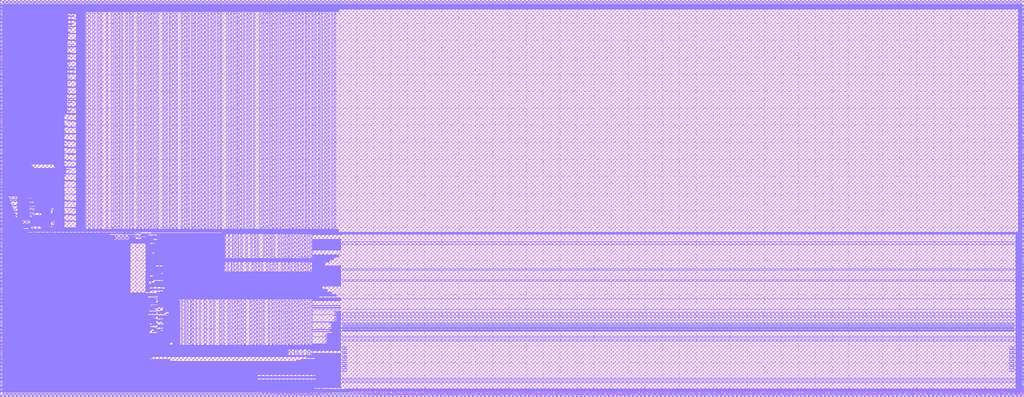
<source format=lef>
VERSION 5.8 ; 
BUSBITCHARS "[]" ; 
DIVIDERCHAR "/" ; 
MACRO sram22_512x128m4w8
    CLASS BLOCK  ;
    FOREIGN sram22_512x128m4w8   ;
    SIZE 1206.240 BY 467.760 ;
    SYMMETRY X Y R90 ;
    PIN dout[0] 
        DIRECTION OUTPUT ; 
        ANTENNADIFFAREA 0.448000 LAYER met2 ;
        ANTENNAPARTIALMETALAREA 0.950300 LAYER met1 ;
        ANTENNAPARTIALMETALAREA 9.891800 LAYER met2 ;
        PORT 
            LAYER met1 ;
                RECT 412.510 0.000 412.650 0.140 ;
        END 
    END dout[0] 
    PIN dout[1] 
        DIRECTION OUTPUT ; 
        ANTENNADIFFAREA 0.448000 LAYER met2 ;
        ANTENNAPARTIALMETALAREA 0.950300 LAYER met1 ;
        ANTENNAPARTIALMETALAREA 9.891800 LAYER met2 ;
        PORT 
            LAYER met1 ;
                RECT 418.610 0.000 418.750 0.140 ;
        END 
    END dout[1] 
    PIN dout[2] 
        DIRECTION OUTPUT ; 
        ANTENNADIFFAREA 0.448000 LAYER met2 ;
        ANTENNAPARTIALMETALAREA 0.950300 LAYER met1 ;
        ANTENNAPARTIALMETALAREA 9.891800 LAYER met2 ;
        PORT 
            LAYER met1 ;
                RECT 424.710 0.000 424.850 0.140 ;
        END 
    END dout[2] 
    PIN dout[3] 
        DIRECTION OUTPUT ; 
        ANTENNADIFFAREA 0.448000 LAYER met2 ;
        ANTENNAPARTIALMETALAREA 0.950300 LAYER met1 ;
        ANTENNAPARTIALMETALAREA 9.891800 LAYER met2 ;
        PORT 
            LAYER met1 ;
                RECT 430.810 0.000 430.950 0.140 ;
        END 
    END dout[3] 
    PIN dout[4] 
        DIRECTION OUTPUT ; 
        ANTENNADIFFAREA 0.448000 LAYER met2 ;
        ANTENNAPARTIALMETALAREA 0.950300 LAYER met1 ;
        ANTENNAPARTIALMETALAREA 9.891800 LAYER met2 ;
        PORT 
            LAYER met1 ;
                RECT 436.910 0.000 437.050 0.140 ;
        END 
    END dout[4] 
    PIN dout[5] 
        DIRECTION OUTPUT ; 
        ANTENNADIFFAREA 0.448000 LAYER met2 ;
        ANTENNAPARTIALMETALAREA 0.950300 LAYER met1 ;
        ANTENNAPARTIALMETALAREA 9.891800 LAYER met2 ;
        PORT 
            LAYER met1 ;
                RECT 443.010 0.000 443.150 0.140 ;
        END 
    END dout[5] 
    PIN dout[6] 
        DIRECTION OUTPUT ; 
        ANTENNADIFFAREA 0.448000 LAYER met2 ;
        ANTENNAPARTIALMETALAREA 0.950300 LAYER met1 ;
        ANTENNAPARTIALMETALAREA 9.891800 LAYER met2 ;
        PORT 
            LAYER met1 ;
                RECT 449.110 0.000 449.250 0.140 ;
        END 
    END dout[6] 
    PIN dout[7] 
        DIRECTION OUTPUT ; 
        ANTENNADIFFAREA 0.448000 LAYER met2 ;
        ANTENNAPARTIALMETALAREA 0.950300 LAYER met1 ;
        ANTENNAPARTIALMETALAREA 9.891800 LAYER met2 ;
        PORT 
            LAYER met1 ;
                RECT 455.210 0.000 455.350 0.140 ;
        END 
    END dout[7] 
    PIN dout[8] 
        DIRECTION OUTPUT ; 
        ANTENNADIFFAREA 0.448000 LAYER met2 ;
        ANTENNAPARTIALMETALAREA 0.950300 LAYER met1 ;
        ANTENNAPARTIALMETALAREA 9.891800 LAYER met2 ;
        PORT 
            LAYER met1 ;
                RECT 461.310 0.000 461.450 0.140 ;
        END 
    END dout[8] 
    PIN dout[9] 
        DIRECTION OUTPUT ; 
        ANTENNADIFFAREA 0.448000 LAYER met2 ;
        ANTENNAPARTIALMETALAREA 0.950300 LAYER met1 ;
        ANTENNAPARTIALMETALAREA 9.891800 LAYER met2 ;
        PORT 
            LAYER met1 ;
                RECT 467.410 0.000 467.550 0.140 ;
        END 
    END dout[9] 
    PIN dout[10] 
        DIRECTION OUTPUT ; 
        ANTENNADIFFAREA 0.448000 LAYER met2 ;
        ANTENNAPARTIALMETALAREA 0.950300 LAYER met1 ;
        ANTENNAPARTIALMETALAREA 9.891800 LAYER met2 ;
        PORT 
            LAYER met1 ;
                RECT 473.510 0.000 473.650 0.140 ;
        END 
    END dout[10] 
    PIN dout[11] 
        DIRECTION OUTPUT ; 
        ANTENNADIFFAREA 0.448000 LAYER met2 ;
        ANTENNAPARTIALMETALAREA 0.950300 LAYER met1 ;
        ANTENNAPARTIALMETALAREA 9.891800 LAYER met2 ;
        PORT 
            LAYER met1 ;
                RECT 479.610 0.000 479.750 0.140 ;
        END 
    END dout[11] 
    PIN dout[12] 
        DIRECTION OUTPUT ; 
        ANTENNADIFFAREA 0.448000 LAYER met2 ;
        ANTENNAPARTIALMETALAREA 0.950300 LAYER met1 ;
        ANTENNAPARTIALMETALAREA 9.891800 LAYER met2 ;
        PORT 
            LAYER met1 ;
                RECT 485.710 0.000 485.850 0.140 ;
        END 
    END dout[12] 
    PIN dout[13] 
        DIRECTION OUTPUT ; 
        ANTENNADIFFAREA 0.448000 LAYER met2 ;
        ANTENNAPARTIALMETALAREA 0.950300 LAYER met1 ;
        ANTENNAPARTIALMETALAREA 9.891800 LAYER met2 ;
        PORT 
            LAYER met1 ;
                RECT 491.810 0.000 491.950 0.140 ;
        END 
    END dout[13] 
    PIN dout[14] 
        DIRECTION OUTPUT ; 
        ANTENNADIFFAREA 0.448000 LAYER met2 ;
        ANTENNAPARTIALMETALAREA 0.950300 LAYER met1 ;
        ANTENNAPARTIALMETALAREA 9.891800 LAYER met2 ;
        PORT 
            LAYER met1 ;
                RECT 497.910 0.000 498.050 0.140 ;
        END 
    END dout[14] 
    PIN dout[15] 
        DIRECTION OUTPUT ; 
        ANTENNADIFFAREA 0.448000 LAYER met2 ;
        ANTENNAPARTIALMETALAREA 0.950300 LAYER met1 ;
        ANTENNAPARTIALMETALAREA 9.891800 LAYER met2 ;
        PORT 
            LAYER met1 ;
                RECT 504.010 0.000 504.150 0.140 ;
        END 
    END dout[15] 
    PIN dout[16] 
        DIRECTION OUTPUT ; 
        ANTENNADIFFAREA 0.448000 LAYER met2 ;
        ANTENNAPARTIALMETALAREA 0.950300 LAYER met1 ;
        ANTENNAPARTIALMETALAREA 9.891800 LAYER met2 ;
        PORT 
            LAYER met1 ;
                RECT 510.110 0.000 510.250 0.140 ;
        END 
    END dout[16] 
    PIN dout[17] 
        DIRECTION OUTPUT ; 
        ANTENNADIFFAREA 0.448000 LAYER met2 ;
        ANTENNAPARTIALMETALAREA 0.950300 LAYER met1 ;
        ANTENNAPARTIALMETALAREA 9.891800 LAYER met2 ;
        PORT 
            LAYER met1 ;
                RECT 516.210 0.000 516.350 0.140 ;
        END 
    END dout[17] 
    PIN dout[18] 
        DIRECTION OUTPUT ; 
        ANTENNADIFFAREA 0.448000 LAYER met2 ;
        ANTENNAPARTIALMETALAREA 0.950300 LAYER met1 ;
        ANTENNAPARTIALMETALAREA 9.891800 LAYER met2 ;
        PORT 
            LAYER met1 ;
                RECT 522.310 0.000 522.450 0.140 ;
        END 
    END dout[18] 
    PIN dout[19] 
        DIRECTION OUTPUT ; 
        ANTENNADIFFAREA 0.448000 LAYER met2 ;
        ANTENNAPARTIALMETALAREA 0.950300 LAYER met1 ;
        ANTENNAPARTIALMETALAREA 9.891800 LAYER met2 ;
        PORT 
            LAYER met1 ;
                RECT 528.410 0.000 528.550 0.140 ;
        END 
    END dout[19] 
    PIN dout[20] 
        DIRECTION OUTPUT ; 
        ANTENNADIFFAREA 0.448000 LAYER met2 ;
        ANTENNAPARTIALMETALAREA 0.950300 LAYER met1 ;
        ANTENNAPARTIALMETALAREA 9.891800 LAYER met2 ;
        PORT 
            LAYER met1 ;
                RECT 534.510 0.000 534.650 0.140 ;
        END 
    END dout[20] 
    PIN dout[21] 
        DIRECTION OUTPUT ; 
        ANTENNADIFFAREA 0.448000 LAYER met2 ;
        ANTENNAPARTIALMETALAREA 0.950300 LAYER met1 ;
        ANTENNAPARTIALMETALAREA 9.891800 LAYER met2 ;
        PORT 
            LAYER met1 ;
                RECT 540.610 0.000 540.750 0.140 ;
        END 
    END dout[21] 
    PIN dout[22] 
        DIRECTION OUTPUT ; 
        ANTENNADIFFAREA 0.448000 LAYER met2 ;
        ANTENNAPARTIALMETALAREA 0.950300 LAYER met1 ;
        ANTENNAPARTIALMETALAREA 9.891800 LAYER met2 ;
        PORT 
            LAYER met1 ;
                RECT 546.710 0.000 546.850 0.140 ;
        END 
    END dout[22] 
    PIN dout[23] 
        DIRECTION OUTPUT ; 
        ANTENNADIFFAREA 0.448000 LAYER met2 ;
        ANTENNAPARTIALMETALAREA 0.950300 LAYER met1 ;
        ANTENNAPARTIALMETALAREA 9.891800 LAYER met2 ;
        PORT 
            LAYER met1 ;
                RECT 552.810 0.000 552.950 0.140 ;
        END 
    END dout[23] 
    PIN dout[24] 
        DIRECTION OUTPUT ; 
        ANTENNADIFFAREA 0.448000 LAYER met2 ;
        ANTENNAPARTIALMETALAREA 0.950300 LAYER met1 ;
        ANTENNAPARTIALMETALAREA 9.891800 LAYER met2 ;
        PORT 
            LAYER met1 ;
                RECT 558.910 0.000 559.050 0.140 ;
        END 
    END dout[24] 
    PIN dout[25] 
        DIRECTION OUTPUT ; 
        ANTENNADIFFAREA 0.448000 LAYER met2 ;
        ANTENNAPARTIALMETALAREA 0.950300 LAYER met1 ;
        ANTENNAPARTIALMETALAREA 9.891800 LAYER met2 ;
        PORT 
            LAYER met1 ;
                RECT 565.010 0.000 565.150 0.140 ;
        END 
    END dout[25] 
    PIN dout[26] 
        DIRECTION OUTPUT ; 
        ANTENNADIFFAREA 0.448000 LAYER met2 ;
        ANTENNAPARTIALMETALAREA 0.950300 LAYER met1 ;
        ANTENNAPARTIALMETALAREA 9.891800 LAYER met2 ;
        PORT 
            LAYER met1 ;
                RECT 571.110 0.000 571.250 0.140 ;
        END 
    END dout[26] 
    PIN dout[27] 
        DIRECTION OUTPUT ; 
        ANTENNADIFFAREA 0.448000 LAYER met2 ;
        ANTENNAPARTIALMETALAREA 0.950300 LAYER met1 ;
        ANTENNAPARTIALMETALAREA 9.891800 LAYER met2 ;
        PORT 
            LAYER met1 ;
                RECT 577.210 0.000 577.350 0.140 ;
        END 
    END dout[27] 
    PIN dout[28] 
        DIRECTION OUTPUT ; 
        ANTENNADIFFAREA 0.448000 LAYER met2 ;
        ANTENNAPARTIALMETALAREA 0.950300 LAYER met1 ;
        ANTENNAPARTIALMETALAREA 9.891800 LAYER met2 ;
        PORT 
            LAYER met1 ;
                RECT 583.310 0.000 583.450 0.140 ;
        END 
    END dout[28] 
    PIN dout[29] 
        DIRECTION OUTPUT ; 
        ANTENNADIFFAREA 0.448000 LAYER met2 ;
        ANTENNAPARTIALMETALAREA 0.950300 LAYER met1 ;
        ANTENNAPARTIALMETALAREA 9.891800 LAYER met2 ;
        PORT 
            LAYER met1 ;
                RECT 589.410 0.000 589.550 0.140 ;
        END 
    END dout[29] 
    PIN dout[30] 
        DIRECTION OUTPUT ; 
        ANTENNADIFFAREA 0.448000 LAYER met2 ;
        ANTENNAPARTIALMETALAREA 0.950300 LAYER met1 ;
        ANTENNAPARTIALMETALAREA 9.891800 LAYER met2 ;
        PORT 
            LAYER met1 ;
                RECT 595.510 0.000 595.650 0.140 ;
        END 
    END dout[30] 
    PIN dout[31] 
        DIRECTION OUTPUT ; 
        ANTENNADIFFAREA 0.448000 LAYER met2 ;
        ANTENNAPARTIALMETALAREA 0.950300 LAYER met1 ;
        ANTENNAPARTIALMETALAREA 9.891800 LAYER met2 ;
        PORT 
            LAYER met1 ;
                RECT 601.610 0.000 601.750 0.140 ;
        END 
    END dout[31] 
    PIN dout[32] 
        DIRECTION OUTPUT ; 
        ANTENNADIFFAREA 0.448000 LAYER met2 ;
        ANTENNAPARTIALMETALAREA 0.950300 LAYER met1 ;
        ANTENNAPARTIALMETALAREA 9.891800 LAYER met2 ;
        PORT 
            LAYER met1 ;
                RECT 607.710 0.000 607.850 0.140 ;
        END 
    END dout[32] 
    PIN dout[33] 
        DIRECTION OUTPUT ; 
        ANTENNADIFFAREA 0.448000 LAYER met2 ;
        ANTENNAPARTIALMETALAREA 0.950300 LAYER met1 ;
        ANTENNAPARTIALMETALAREA 9.891800 LAYER met2 ;
        PORT 
            LAYER met1 ;
                RECT 613.810 0.000 613.950 0.140 ;
        END 
    END dout[33] 
    PIN dout[34] 
        DIRECTION OUTPUT ; 
        ANTENNADIFFAREA 0.448000 LAYER met2 ;
        ANTENNAPARTIALMETALAREA 0.950300 LAYER met1 ;
        ANTENNAPARTIALMETALAREA 9.891800 LAYER met2 ;
        PORT 
            LAYER met1 ;
                RECT 619.910 0.000 620.050 0.140 ;
        END 
    END dout[34] 
    PIN dout[35] 
        DIRECTION OUTPUT ; 
        ANTENNADIFFAREA 0.448000 LAYER met2 ;
        ANTENNAPARTIALMETALAREA 0.950300 LAYER met1 ;
        ANTENNAPARTIALMETALAREA 9.891800 LAYER met2 ;
        PORT 
            LAYER met1 ;
                RECT 626.010 0.000 626.150 0.140 ;
        END 
    END dout[35] 
    PIN dout[36] 
        DIRECTION OUTPUT ; 
        ANTENNADIFFAREA 0.448000 LAYER met2 ;
        ANTENNAPARTIALMETALAREA 0.950300 LAYER met1 ;
        ANTENNAPARTIALMETALAREA 9.891800 LAYER met2 ;
        PORT 
            LAYER met1 ;
                RECT 632.110 0.000 632.250 0.140 ;
        END 
    END dout[36] 
    PIN dout[37] 
        DIRECTION OUTPUT ; 
        ANTENNADIFFAREA 0.448000 LAYER met2 ;
        ANTENNAPARTIALMETALAREA 0.950300 LAYER met1 ;
        ANTENNAPARTIALMETALAREA 9.891800 LAYER met2 ;
        PORT 
            LAYER met1 ;
                RECT 638.210 0.000 638.350 0.140 ;
        END 
    END dout[37] 
    PIN dout[38] 
        DIRECTION OUTPUT ; 
        ANTENNADIFFAREA 0.448000 LAYER met2 ;
        ANTENNAPARTIALMETALAREA 0.950300 LAYER met1 ;
        ANTENNAPARTIALMETALAREA 9.891800 LAYER met2 ;
        PORT 
            LAYER met1 ;
                RECT 644.310 0.000 644.450 0.140 ;
        END 
    END dout[38] 
    PIN dout[39] 
        DIRECTION OUTPUT ; 
        ANTENNADIFFAREA 0.448000 LAYER met2 ;
        ANTENNAPARTIALMETALAREA 0.950300 LAYER met1 ;
        ANTENNAPARTIALMETALAREA 9.891800 LAYER met2 ;
        PORT 
            LAYER met1 ;
                RECT 650.410 0.000 650.550 0.140 ;
        END 
    END dout[39] 
    PIN dout[40] 
        DIRECTION OUTPUT ; 
        ANTENNADIFFAREA 0.448000 LAYER met2 ;
        ANTENNAPARTIALMETALAREA 0.950300 LAYER met1 ;
        ANTENNAPARTIALMETALAREA 9.891800 LAYER met2 ;
        PORT 
            LAYER met1 ;
                RECT 656.510 0.000 656.650 0.140 ;
        END 
    END dout[40] 
    PIN dout[41] 
        DIRECTION OUTPUT ; 
        ANTENNADIFFAREA 0.448000 LAYER met2 ;
        ANTENNAPARTIALMETALAREA 0.950300 LAYER met1 ;
        ANTENNAPARTIALMETALAREA 9.891800 LAYER met2 ;
        PORT 
            LAYER met1 ;
                RECT 662.610 0.000 662.750 0.140 ;
        END 
    END dout[41] 
    PIN dout[42] 
        DIRECTION OUTPUT ; 
        ANTENNADIFFAREA 0.448000 LAYER met2 ;
        ANTENNAPARTIALMETALAREA 0.950300 LAYER met1 ;
        ANTENNAPARTIALMETALAREA 9.891800 LAYER met2 ;
        PORT 
            LAYER met1 ;
                RECT 668.710 0.000 668.850 0.140 ;
        END 
    END dout[42] 
    PIN dout[43] 
        DIRECTION OUTPUT ; 
        ANTENNADIFFAREA 0.448000 LAYER met2 ;
        ANTENNAPARTIALMETALAREA 0.950300 LAYER met1 ;
        ANTENNAPARTIALMETALAREA 9.891800 LAYER met2 ;
        PORT 
            LAYER met1 ;
                RECT 674.810 0.000 674.950 0.140 ;
        END 
    END dout[43] 
    PIN dout[44] 
        DIRECTION OUTPUT ; 
        ANTENNADIFFAREA 0.448000 LAYER met2 ;
        ANTENNAPARTIALMETALAREA 0.950300 LAYER met1 ;
        ANTENNAPARTIALMETALAREA 9.891800 LAYER met2 ;
        PORT 
            LAYER met1 ;
                RECT 680.910 0.000 681.050 0.140 ;
        END 
    END dout[44] 
    PIN dout[45] 
        DIRECTION OUTPUT ; 
        ANTENNADIFFAREA 0.448000 LAYER met2 ;
        ANTENNAPARTIALMETALAREA 0.950300 LAYER met1 ;
        ANTENNAPARTIALMETALAREA 9.891800 LAYER met2 ;
        PORT 
            LAYER met1 ;
                RECT 687.010 0.000 687.150 0.140 ;
        END 
    END dout[45] 
    PIN dout[46] 
        DIRECTION OUTPUT ; 
        ANTENNADIFFAREA 0.448000 LAYER met2 ;
        ANTENNAPARTIALMETALAREA 0.950300 LAYER met1 ;
        ANTENNAPARTIALMETALAREA 9.891800 LAYER met2 ;
        PORT 
            LAYER met1 ;
                RECT 693.110 0.000 693.250 0.140 ;
        END 
    END dout[46] 
    PIN dout[47] 
        DIRECTION OUTPUT ; 
        ANTENNADIFFAREA 0.448000 LAYER met2 ;
        ANTENNAPARTIALMETALAREA 0.950300 LAYER met1 ;
        ANTENNAPARTIALMETALAREA 9.891800 LAYER met2 ;
        PORT 
            LAYER met1 ;
                RECT 699.210 0.000 699.350 0.140 ;
        END 
    END dout[47] 
    PIN dout[48] 
        DIRECTION OUTPUT ; 
        ANTENNADIFFAREA 0.448000 LAYER met2 ;
        ANTENNAPARTIALMETALAREA 0.950300 LAYER met1 ;
        ANTENNAPARTIALMETALAREA 9.891800 LAYER met2 ;
        PORT 
            LAYER met1 ;
                RECT 705.310 0.000 705.450 0.140 ;
        END 
    END dout[48] 
    PIN dout[49] 
        DIRECTION OUTPUT ; 
        ANTENNADIFFAREA 0.448000 LAYER met2 ;
        ANTENNAPARTIALMETALAREA 0.950300 LAYER met1 ;
        ANTENNAPARTIALMETALAREA 9.891800 LAYER met2 ;
        PORT 
            LAYER met1 ;
                RECT 711.410 0.000 711.550 0.140 ;
        END 
    END dout[49] 
    PIN dout[50] 
        DIRECTION OUTPUT ; 
        ANTENNADIFFAREA 0.448000 LAYER met2 ;
        ANTENNAPARTIALMETALAREA 0.950300 LAYER met1 ;
        ANTENNAPARTIALMETALAREA 9.891800 LAYER met2 ;
        PORT 
            LAYER met1 ;
                RECT 717.510 0.000 717.650 0.140 ;
        END 
    END dout[50] 
    PIN dout[51] 
        DIRECTION OUTPUT ; 
        ANTENNADIFFAREA 0.448000 LAYER met2 ;
        ANTENNAPARTIALMETALAREA 0.950300 LAYER met1 ;
        ANTENNAPARTIALMETALAREA 9.891800 LAYER met2 ;
        PORT 
            LAYER met1 ;
                RECT 723.610 0.000 723.750 0.140 ;
        END 
    END dout[51] 
    PIN dout[52] 
        DIRECTION OUTPUT ; 
        ANTENNADIFFAREA 0.448000 LAYER met2 ;
        ANTENNAPARTIALMETALAREA 0.950300 LAYER met1 ;
        ANTENNAPARTIALMETALAREA 9.891800 LAYER met2 ;
        PORT 
            LAYER met1 ;
                RECT 729.710 0.000 729.850 0.140 ;
        END 
    END dout[52] 
    PIN dout[53] 
        DIRECTION OUTPUT ; 
        ANTENNADIFFAREA 0.448000 LAYER met2 ;
        ANTENNAPARTIALMETALAREA 0.950300 LAYER met1 ;
        ANTENNAPARTIALMETALAREA 9.891800 LAYER met2 ;
        PORT 
            LAYER met1 ;
                RECT 735.810 0.000 735.950 0.140 ;
        END 
    END dout[53] 
    PIN dout[54] 
        DIRECTION OUTPUT ; 
        ANTENNADIFFAREA 0.448000 LAYER met2 ;
        ANTENNAPARTIALMETALAREA 0.950300 LAYER met1 ;
        ANTENNAPARTIALMETALAREA 9.891800 LAYER met2 ;
        PORT 
            LAYER met1 ;
                RECT 741.910 0.000 742.050 0.140 ;
        END 
    END dout[54] 
    PIN dout[55] 
        DIRECTION OUTPUT ; 
        ANTENNADIFFAREA 0.448000 LAYER met2 ;
        ANTENNAPARTIALMETALAREA 0.950300 LAYER met1 ;
        ANTENNAPARTIALMETALAREA 9.891800 LAYER met2 ;
        PORT 
            LAYER met1 ;
                RECT 748.010 0.000 748.150 0.140 ;
        END 
    END dout[55] 
    PIN dout[56] 
        DIRECTION OUTPUT ; 
        ANTENNADIFFAREA 0.448000 LAYER met2 ;
        ANTENNAPARTIALMETALAREA 0.950300 LAYER met1 ;
        ANTENNAPARTIALMETALAREA 9.891800 LAYER met2 ;
        PORT 
            LAYER met1 ;
                RECT 754.110 0.000 754.250 0.140 ;
        END 
    END dout[56] 
    PIN dout[57] 
        DIRECTION OUTPUT ; 
        ANTENNADIFFAREA 0.448000 LAYER met2 ;
        ANTENNAPARTIALMETALAREA 0.950300 LAYER met1 ;
        ANTENNAPARTIALMETALAREA 9.891800 LAYER met2 ;
        PORT 
            LAYER met1 ;
                RECT 760.210 0.000 760.350 0.140 ;
        END 
    END dout[57] 
    PIN dout[58] 
        DIRECTION OUTPUT ; 
        ANTENNADIFFAREA 0.448000 LAYER met2 ;
        ANTENNAPARTIALMETALAREA 0.950300 LAYER met1 ;
        ANTENNAPARTIALMETALAREA 9.891800 LAYER met2 ;
        PORT 
            LAYER met1 ;
                RECT 766.310 0.000 766.450 0.140 ;
        END 
    END dout[58] 
    PIN dout[59] 
        DIRECTION OUTPUT ; 
        ANTENNADIFFAREA 0.448000 LAYER met2 ;
        ANTENNAPARTIALMETALAREA 0.950300 LAYER met1 ;
        ANTENNAPARTIALMETALAREA 9.891800 LAYER met2 ;
        PORT 
            LAYER met1 ;
                RECT 772.410 0.000 772.550 0.140 ;
        END 
    END dout[59] 
    PIN dout[60] 
        DIRECTION OUTPUT ; 
        ANTENNADIFFAREA 0.448000 LAYER met2 ;
        ANTENNAPARTIALMETALAREA 0.950300 LAYER met1 ;
        ANTENNAPARTIALMETALAREA 9.891800 LAYER met2 ;
        PORT 
            LAYER met1 ;
                RECT 778.510 0.000 778.650 0.140 ;
        END 
    END dout[60] 
    PIN dout[61] 
        DIRECTION OUTPUT ; 
        ANTENNADIFFAREA 0.448000 LAYER met2 ;
        ANTENNAPARTIALMETALAREA 0.950300 LAYER met1 ;
        ANTENNAPARTIALMETALAREA 9.891800 LAYER met2 ;
        PORT 
            LAYER met1 ;
                RECT 784.610 0.000 784.750 0.140 ;
        END 
    END dout[61] 
    PIN dout[62] 
        DIRECTION OUTPUT ; 
        ANTENNADIFFAREA 0.448000 LAYER met2 ;
        ANTENNAPARTIALMETALAREA 0.950300 LAYER met1 ;
        ANTENNAPARTIALMETALAREA 9.891800 LAYER met2 ;
        PORT 
            LAYER met1 ;
                RECT 790.710 0.000 790.850 0.140 ;
        END 
    END dout[62] 
    PIN dout[63] 
        DIRECTION OUTPUT ; 
        ANTENNADIFFAREA 0.448000 LAYER met2 ;
        ANTENNAPARTIALMETALAREA 0.950300 LAYER met1 ;
        ANTENNAPARTIALMETALAREA 9.891800 LAYER met2 ;
        PORT 
            LAYER met1 ;
                RECT 796.810 0.000 796.950 0.140 ;
        END 
    END dout[63] 
    PIN dout[64] 
        DIRECTION OUTPUT ; 
        ANTENNADIFFAREA 0.448000 LAYER met2 ;
        ANTENNAPARTIALMETALAREA 0.950300 LAYER met1 ;
        ANTENNAPARTIALMETALAREA 9.891800 LAYER met2 ;
        PORT 
            LAYER met1 ;
                RECT 802.910 0.000 803.050 0.140 ;
        END 
    END dout[64] 
    PIN dout[65] 
        DIRECTION OUTPUT ; 
        ANTENNADIFFAREA 0.448000 LAYER met2 ;
        ANTENNAPARTIALMETALAREA 0.950300 LAYER met1 ;
        ANTENNAPARTIALMETALAREA 9.891800 LAYER met2 ;
        PORT 
            LAYER met1 ;
                RECT 809.010 0.000 809.150 0.140 ;
        END 
    END dout[65] 
    PIN dout[66] 
        DIRECTION OUTPUT ; 
        ANTENNADIFFAREA 0.448000 LAYER met2 ;
        ANTENNAPARTIALMETALAREA 0.950300 LAYER met1 ;
        ANTENNAPARTIALMETALAREA 9.891800 LAYER met2 ;
        PORT 
            LAYER met1 ;
                RECT 815.110 0.000 815.250 0.140 ;
        END 
    END dout[66] 
    PIN dout[67] 
        DIRECTION OUTPUT ; 
        ANTENNADIFFAREA 0.448000 LAYER met2 ;
        ANTENNAPARTIALMETALAREA 0.950300 LAYER met1 ;
        ANTENNAPARTIALMETALAREA 9.891800 LAYER met2 ;
        PORT 
            LAYER met1 ;
                RECT 821.210 0.000 821.350 0.140 ;
        END 
    END dout[67] 
    PIN dout[68] 
        DIRECTION OUTPUT ; 
        ANTENNADIFFAREA 0.448000 LAYER met2 ;
        ANTENNAPARTIALMETALAREA 0.950300 LAYER met1 ;
        ANTENNAPARTIALMETALAREA 9.891800 LAYER met2 ;
        PORT 
            LAYER met1 ;
                RECT 827.310 0.000 827.450 0.140 ;
        END 
    END dout[68] 
    PIN dout[69] 
        DIRECTION OUTPUT ; 
        ANTENNADIFFAREA 0.448000 LAYER met2 ;
        ANTENNAPARTIALMETALAREA 0.950300 LAYER met1 ;
        ANTENNAPARTIALMETALAREA 9.891800 LAYER met2 ;
        PORT 
            LAYER met1 ;
                RECT 833.410 0.000 833.550 0.140 ;
        END 
    END dout[69] 
    PIN dout[70] 
        DIRECTION OUTPUT ; 
        ANTENNADIFFAREA 0.448000 LAYER met2 ;
        ANTENNAPARTIALMETALAREA 0.950300 LAYER met1 ;
        ANTENNAPARTIALMETALAREA 9.891800 LAYER met2 ;
        PORT 
            LAYER met1 ;
                RECT 839.510 0.000 839.650 0.140 ;
        END 
    END dout[70] 
    PIN dout[71] 
        DIRECTION OUTPUT ; 
        ANTENNADIFFAREA 0.448000 LAYER met2 ;
        ANTENNAPARTIALMETALAREA 0.950300 LAYER met1 ;
        ANTENNAPARTIALMETALAREA 9.891800 LAYER met2 ;
        PORT 
            LAYER met1 ;
                RECT 845.610 0.000 845.750 0.140 ;
        END 
    END dout[71] 
    PIN dout[72] 
        DIRECTION OUTPUT ; 
        ANTENNADIFFAREA 0.448000 LAYER met2 ;
        ANTENNAPARTIALMETALAREA 0.950300 LAYER met1 ;
        ANTENNAPARTIALMETALAREA 9.891800 LAYER met2 ;
        PORT 
            LAYER met1 ;
                RECT 851.710 0.000 851.850 0.140 ;
        END 
    END dout[72] 
    PIN dout[73] 
        DIRECTION OUTPUT ; 
        ANTENNADIFFAREA 0.448000 LAYER met2 ;
        ANTENNAPARTIALMETALAREA 0.950300 LAYER met1 ;
        ANTENNAPARTIALMETALAREA 9.891800 LAYER met2 ;
        PORT 
            LAYER met1 ;
                RECT 857.810 0.000 857.950 0.140 ;
        END 
    END dout[73] 
    PIN dout[74] 
        DIRECTION OUTPUT ; 
        ANTENNADIFFAREA 0.448000 LAYER met2 ;
        ANTENNAPARTIALMETALAREA 0.950300 LAYER met1 ;
        ANTENNAPARTIALMETALAREA 9.891800 LAYER met2 ;
        PORT 
            LAYER met1 ;
                RECT 863.910 0.000 864.050 0.140 ;
        END 
    END dout[74] 
    PIN dout[75] 
        DIRECTION OUTPUT ; 
        ANTENNADIFFAREA 0.448000 LAYER met2 ;
        ANTENNAPARTIALMETALAREA 0.950300 LAYER met1 ;
        ANTENNAPARTIALMETALAREA 9.891800 LAYER met2 ;
        PORT 
            LAYER met1 ;
                RECT 870.010 0.000 870.150 0.140 ;
        END 
    END dout[75] 
    PIN dout[76] 
        DIRECTION OUTPUT ; 
        ANTENNADIFFAREA 0.448000 LAYER met2 ;
        ANTENNAPARTIALMETALAREA 0.950300 LAYER met1 ;
        ANTENNAPARTIALMETALAREA 9.891800 LAYER met2 ;
        PORT 
            LAYER met1 ;
                RECT 876.110 0.000 876.250 0.140 ;
        END 
    END dout[76] 
    PIN dout[77] 
        DIRECTION OUTPUT ; 
        ANTENNADIFFAREA 0.448000 LAYER met2 ;
        ANTENNAPARTIALMETALAREA 0.950300 LAYER met1 ;
        ANTENNAPARTIALMETALAREA 9.891800 LAYER met2 ;
        PORT 
            LAYER met1 ;
                RECT 882.210 0.000 882.350 0.140 ;
        END 
    END dout[77] 
    PIN dout[78] 
        DIRECTION OUTPUT ; 
        ANTENNADIFFAREA 0.448000 LAYER met2 ;
        ANTENNAPARTIALMETALAREA 0.950300 LAYER met1 ;
        ANTENNAPARTIALMETALAREA 9.891800 LAYER met2 ;
        PORT 
            LAYER met1 ;
                RECT 888.310 0.000 888.450 0.140 ;
        END 
    END dout[78] 
    PIN dout[79] 
        DIRECTION OUTPUT ; 
        ANTENNADIFFAREA 0.448000 LAYER met2 ;
        ANTENNAPARTIALMETALAREA 0.950300 LAYER met1 ;
        ANTENNAPARTIALMETALAREA 9.891800 LAYER met2 ;
        PORT 
            LAYER met1 ;
                RECT 894.410 0.000 894.550 0.140 ;
        END 
    END dout[79] 
    PIN dout[80] 
        DIRECTION OUTPUT ; 
        ANTENNADIFFAREA 0.448000 LAYER met2 ;
        ANTENNAPARTIALMETALAREA 0.950300 LAYER met1 ;
        ANTENNAPARTIALMETALAREA 9.891800 LAYER met2 ;
        PORT 
            LAYER met1 ;
                RECT 900.510 0.000 900.650 0.140 ;
        END 
    END dout[80] 
    PIN dout[81] 
        DIRECTION OUTPUT ; 
        ANTENNADIFFAREA 0.448000 LAYER met2 ;
        ANTENNAPARTIALMETALAREA 0.950300 LAYER met1 ;
        ANTENNAPARTIALMETALAREA 9.891800 LAYER met2 ;
        PORT 
            LAYER met1 ;
                RECT 906.610 0.000 906.750 0.140 ;
        END 
    END dout[81] 
    PIN dout[82] 
        DIRECTION OUTPUT ; 
        ANTENNADIFFAREA 0.448000 LAYER met2 ;
        ANTENNAPARTIALMETALAREA 0.950300 LAYER met1 ;
        ANTENNAPARTIALMETALAREA 9.891800 LAYER met2 ;
        PORT 
            LAYER met1 ;
                RECT 912.710 0.000 912.850 0.140 ;
        END 
    END dout[82] 
    PIN dout[83] 
        DIRECTION OUTPUT ; 
        ANTENNADIFFAREA 0.448000 LAYER met2 ;
        ANTENNAPARTIALMETALAREA 0.950300 LAYER met1 ;
        ANTENNAPARTIALMETALAREA 9.891800 LAYER met2 ;
        PORT 
            LAYER met1 ;
                RECT 918.810 0.000 918.950 0.140 ;
        END 
    END dout[83] 
    PIN dout[84] 
        DIRECTION OUTPUT ; 
        ANTENNADIFFAREA 0.448000 LAYER met2 ;
        ANTENNAPARTIALMETALAREA 0.950300 LAYER met1 ;
        ANTENNAPARTIALMETALAREA 9.891800 LAYER met2 ;
        PORT 
            LAYER met1 ;
                RECT 924.910 0.000 925.050 0.140 ;
        END 
    END dout[84] 
    PIN dout[85] 
        DIRECTION OUTPUT ; 
        ANTENNADIFFAREA 0.448000 LAYER met2 ;
        ANTENNAPARTIALMETALAREA 0.950300 LAYER met1 ;
        ANTENNAPARTIALMETALAREA 9.891800 LAYER met2 ;
        PORT 
            LAYER met1 ;
                RECT 931.010 0.000 931.150 0.140 ;
        END 
    END dout[85] 
    PIN dout[86] 
        DIRECTION OUTPUT ; 
        ANTENNADIFFAREA 0.448000 LAYER met2 ;
        ANTENNAPARTIALMETALAREA 0.950300 LAYER met1 ;
        ANTENNAPARTIALMETALAREA 9.891800 LAYER met2 ;
        PORT 
            LAYER met1 ;
                RECT 937.110 0.000 937.250 0.140 ;
        END 
    END dout[86] 
    PIN dout[87] 
        DIRECTION OUTPUT ; 
        ANTENNADIFFAREA 0.448000 LAYER met2 ;
        ANTENNAPARTIALMETALAREA 0.950300 LAYER met1 ;
        ANTENNAPARTIALMETALAREA 9.891800 LAYER met2 ;
        PORT 
            LAYER met1 ;
                RECT 943.210 0.000 943.350 0.140 ;
        END 
    END dout[87] 
    PIN dout[88] 
        DIRECTION OUTPUT ; 
        ANTENNADIFFAREA 0.448000 LAYER met2 ;
        ANTENNAPARTIALMETALAREA 0.950300 LAYER met1 ;
        ANTENNAPARTIALMETALAREA 9.891800 LAYER met2 ;
        PORT 
            LAYER met1 ;
                RECT 949.310 0.000 949.450 0.140 ;
        END 
    END dout[88] 
    PIN dout[89] 
        DIRECTION OUTPUT ; 
        ANTENNADIFFAREA 0.448000 LAYER met2 ;
        ANTENNAPARTIALMETALAREA 0.950300 LAYER met1 ;
        ANTENNAPARTIALMETALAREA 9.891800 LAYER met2 ;
        PORT 
            LAYER met1 ;
                RECT 955.410 0.000 955.550 0.140 ;
        END 
    END dout[89] 
    PIN dout[90] 
        DIRECTION OUTPUT ; 
        ANTENNADIFFAREA 0.448000 LAYER met2 ;
        ANTENNAPARTIALMETALAREA 0.950300 LAYER met1 ;
        ANTENNAPARTIALMETALAREA 9.891800 LAYER met2 ;
        PORT 
            LAYER met1 ;
                RECT 961.510 0.000 961.650 0.140 ;
        END 
    END dout[90] 
    PIN dout[91] 
        DIRECTION OUTPUT ; 
        ANTENNADIFFAREA 0.448000 LAYER met2 ;
        ANTENNAPARTIALMETALAREA 0.950300 LAYER met1 ;
        ANTENNAPARTIALMETALAREA 9.891800 LAYER met2 ;
        PORT 
            LAYER met1 ;
                RECT 967.610 0.000 967.750 0.140 ;
        END 
    END dout[91] 
    PIN dout[92] 
        DIRECTION OUTPUT ; 
        ANTENNADIFFAREA 0.448000 LAYER met2 ;
        ANTENNAPARTIALMETALAREA 0.950300 LAYER met1 ;
        ANTENNAPARTIALMETALAREA 9.891800 LAYER met2 ;
        PORT 
            LAYER met1 ;
                RECT 973.710 0.000 973.850 0.140 ;
        END 
    END dout[92] 
    PIN dout[93] 
        DIRECTION OUTPUT ; 
        ANTENNADIFFAREA 0.448000 LAYER met2 ;
        ANTENNAPARTIALMETALAREA 0.950300 LAYER met1 ;
        ANTENNAPARTIALMETALAREA 9.891800 LAYER met2 ;
        PORT 
            LAYER met1 ;
                RECT 979.810 0.000 979.950 0.140 ;
        END 
    END dout[93] 
    PIN dout[94] 
        DIRECTION OUTPUT ; 
        ANTENNADIFFAREA 0.448000 LAYER met2 ;
        ANTENNAPARTIALMETALAREA 0.950300 LAYER met1 ;
        ANTENNAPARTIALMETALAREA 9.891800 LAYER met2 ;
        PORT 
            LAYER met1 ;
                RECT 985.910 0.000 986.050 0.140 ;
        END 
    END dout[94] 
    PIN dout[95] 
        DIRECTION OUTPUT ; 
        ANTENNADIFFAREA 0.448000 LAYER met2 ;
        ANTENNAPARTIALMETALAREA 0.950300 LAYER met1 ;
        ANTENNAPARTIALMETALAREA 9.891800 LAYER met2 ;
        PORT 
            LAYER met1 ;
                RECT 992.010 0.000 992.150 0.140 ;
        END 
    END dout[95] 
    PIN dout[96] 
        DIRECTION OUTPUT ; 
        ANTENNADIFFAREA 0.448000 LAYER met2 ;
        ANTENNAPARTIALMETALAREA 0.950300 LAYER met1 ;
        ANTENNAPARTIALMETALAREA 9.891800 LAYER met2 ;
        PORT 
            LAYER met1 ;
                RECT 998.110 0.000 998.250 0.140 ;
        END 
    END dout[96] 
    PIN dout[97] 
        DIRECTION OUTPUT ; 
        ANTENNADIFFAREA 0.448000 LAYER met2 ;
        ANTENNAPARTIALMETALAREA 0.950300 LAYER met1 ;
        ANTENNAPARTIALMETALAREA 9.891800 LAYER met2 ;
        PORT 
            LAYER met1 ;
                RECT 1004.210 0.000 1004.350 0.140 ;
        END 
    END dout[97] 
    PIN dout[98] 
        DIRECTION OUTPUT ; 
        ANTENNADIFFAREA 0.448000 LAYER met2 ;
        ANTENNAPARTIALMETALAREA 0.950300 LAYER met1 ;
        ANTENNAPARTIALMETALAREA 9.891800 LAYER met2 ;
        PORT 
            LAYER met1 ;
                RECT 1010.310 0.000 1010.450 0.140 ;
        END 
    END dout[98] 
    PIN dout[99] 
        DIRECTION OUTPUT ; 
        ANTENNADIFFAREA 0.448000 LAYER met2 ;
        ANTENNAPARTIALMETALAREA 0.950300 LAYER met1 ;
        ANTENNAPARTIALMETALAREA 9.891800 LAYER met2 ;
        PORT 
            LAYER met1 ;
                RECT 1016.410 0.000 1016.550 0.140 ;
        END 
    END dout[99] 
    PIN dout[100] 
        DIRECTION OUTPUT ; 
        ANTENNADIFFAREA 0.448000 LAYER met2 ;
        ANTENNAPARTIALMETALAREA 0.950300 LAYER met1 ;
        ANTENNAPARTIALMETALAREA 9.891800 LAYER met2 ;
        PORT 
            LAYER met1 ;
                RECT 1022.510 0.000 1022.650 0.140 ;
        END 
    END dout[100] 
    PIN dout[101] 
        DIRECTION OUTPUT ; 
        ANTENNADIFFAREA 0.448000 LAYER met2 ;
        ANTENNAPARTIALMETALAREA 0.950300 LAYER met1 ;
        ANTENNAPARTIALMETALAREA 9.891800 LAYER met2 ;
        PORT 
            LAYER met1 ;
                RECT 1028.610 0.000 1028.750 0.140 ;
        END 
    END dout[101] 
    PIN dout[102] 
        DIRECTION OUTPUT ; 
        ANTENNADIFFAREA 0.448000 LAYER met2 ;
        ANTENNAPARTIALMETALAREA 0.950300 LAYER met1 ;
        ANTENNAPARTIALMETALAREA 9.891800 LAYER met2 ;
        PORT 
            LAYER met1 ;
                RECT 1034.710 0.000 1034.850 0.140 ;
        END 
    END dout[102] 
    PIN dout[103] 
        DIRECTION OUTPUT ; 
        ANTENNADIFFAREA 0.448000 LAYER met2 ;
        ANTENNAPARTIALMETALAREA 0.950300 LAYER met1 ;
        ANTENNAPARTIALMETALAREA 9.891800 LAYER met2 ;
        PORT 
            LAYER met1 ;
                RECT 1040.810 0.000 1040.950 0.140 ;
        END 
    END dout[103] 
    PIN dout[104] 
        DIRECTION OUTPUT ; 
        ANTENNADIFFAREA 0.448000 LAYER met2 ;
        ANTENNAPARTIALMETALAREA 0.950300 LAYER met1 ;
        ANTENNAPARTIALMETALAREA 9.891800 LAYER met2 ;
        PORT 
            LAYER met1 ;
                RECT 1046.910 0.000 1047.050 0.140 ;
        END 
    END dout[104] 
    PIN dout[105] 
        DIRECTION OUTPUT ; 
        ANTENNADIFFAREA 0.448000 LAYER met2 ;
        ANTENNAPARTIALMETALAREA 0.950300 LAYER met1 ;
        ANTENNAPARTIALMETALAREA 9.891800 LAYER met2 ;
        PORT 
            LAYER met1 ;
                RECT 1053.010 0.000 1053.150 0.140 ;
        END 
    END dout[105] 
    PIN dout[106] 
        DIRECTION OUTPUT ; 
        ANTENNADIFFAREA 0.448000 LAYER met2 ;
        ANTENNAPARTIALMETALAREA 0.950300 LAYER met1 ;
        ANTENNAPARTIALMETALAREA 9.891800 LAYER met2 ;
        PORT 
            LAYER met1 ;
                RECT 1059.110 0.000 1059.250 0.140 ;
        END 
    END dout[106] 
    PIN dout[107] 
        DIRECTION OUTPUT ; 
        ANTENNADIFFAREA 0.448000 LAYER met2 ;
        ANTENNAPARTIALMETALAREA 0.950300 LAYER met1 ;
        ANTENNAPARTIALMETALAREA 9.891800 LAYER met2 ;
        PORT 
            LAYER met1 ;
                RECT 1065.210 0.000 1065.350 0.140 ;
        END 
    END dout[107] 
    PIN dout[108] 
        DIRECTION OUTPUT ; 
        ANTENNADIFFAREA 0.448000 LAYER met2 ;
        ANTENNAPARTIALMETALAREA 0.950300 LAYER met1 ;
        ANTENNAPARTIALMETALAREA 9.891800 LAYER met2 ;
        PORT 
            LAYER met1 ;
                RECT 1071.310 0.000 1071.450 0.140 ;
        END 
    END dout[108] 
    PIN dout[109] 
        DIRECTION OUTPUT ; 
        ANTENNADIFFAREA 0.448000 LAYER met2 ;
        ANTENNAPARTIALMETALAREA 0.950300 LAYER met1 ;
        ANTENNAPARTIALMETALAREA 9.891800 LAYER met2 ;
        PORT 
            LAYER met1 ;
                RECT 1077.410 0.000 1077.550 0.140 ;
        END 
    END dout[109] 
    PIN dout[110] 
        DIRECTION OUTPUT ; 
        ANTENNADIFFAREA 0.448000 LAYER met2 ;
        ANTENNAPARTIALMETALAREA 0.950300 LAYER met1 ;
        ANTENNAPARTIALMETALAREA 9.891800 LAYER met2 ;
        PORT 
            LAYER met1 ;
                RECT 1083.510 0.000 1083.650 0.140 ;
        END 
    END dout[110] 
    PIN dout[111] 
        DIRECTION OUTPUT ; 
        ANTENNADIFFAREA 0.448000 LAYER met2 ;
        ANTENNAPARTIALMETALAREA 0.950300 LAYER met1 ;
        ANTENNAPARTIALMETALAREA 9.891800 LAYER met2 ;
        PORT 
            LAYER met1 ;
                RECT 1089.610 0.000 1089.750 0.140 ;
        END 
    END dout[111] 
    PIN dout[112] 
        DIRECTION OUTPUT ; 
        ANTENNADIFFAREA 0.448000 LAYER met2 ;
        ANTENNAPARTIALMETALAREA 0.950300 LAYER met1 ;
        ANTENNAPARTIALMETALAREA 9.891800 LAYER met2 ;
        PORT 
            LAYER met1 ;
                RECT 1095.710 0.000 1095.850 0.140 ;
        END 
    END dout[112] 
    PIN dout[113] 
        DIRECTION OUTPUT ; 
        ANTENNADIFFAREA 0.448000 LAYER met2 ;
        ANTENNAPARTIALMETALAREA 0.950300 LAYER met1 ;
        ANTENNAPARTIALMETALAREA 9.891800 LAYER met2 ;
        PORT 
            LAYER met1 ;
                RECT 1101.810 0.000 1101.950 0.140 ;
        END 
    END dout[113] 
    PIN dout[114] 
        DIRECTION OUTPUT ; 
        ANTENNADIFFAREA 0.448000 LAYER met2 ;
        ANTENNAPARTIALMETALAREA 0.950300 LAYER met1 ;
        ANTENNAPARTIALMETALAREA 9.891800 LAYER met2 ;
        PORT 
            LAYER met1 ;
                RECT 1107.910 0.000 1108.050 0.140 ;
        END 
    END dout[114] 
    PIN dout[115] 
        DIRECTION OUTPUT ; 
        ANTENNADIFFAREA 0.448000 LAYER met2 ;
        ANTENNAPARTIALMETALAREA 0.950300 LAYER met1 ;
        ANTENNAPARTIALMETALAREA 9.891800 LAYER met2 ;
        PORT 
            LAYER met1 ;
                RECT 1114.010 0.000 1114.150 0.140 ;
        END 
    END dout[115] 
    PIN dout[116] 
        DIRECTION OUTPUT ; 
        ANTENNADIFFAREA 0.448000 LAYER met2 ;
        ANTENNAPARTIALMETALAREA 0.950300 LAYER met1 ;
        ANTENNAPARTIALMETALAREA 9.891800 LAYER met2 ;
        PORT 
            LAYER met1 ;
                RECT 1120.110 0.000 1120.250 0.140 ;
        END 
    END dout[116] 
    PIN dout[117] 
        DIRECTION OUTPUT ; 
        ANTENNADIFFAREA 0.448000 LAYER met2 ;
        ANTENNAPARTIALMETALAREA 0.950300 LAYER met1 ;
        ANTENNAPARTIALMETALAREA 9.891800 LAYER met2 ;
        PORT 
            LAYER met1 ;
                RECT 1126.210 0.000 1126.350 0.140 ;
        END 
    END dout[117] 
    PIN dout[118] 
        DIRECTION OUTPUT ; 
        ANTENNADIFFAREA 0.448000 LAYER met2 ;
        ANTENNAPARTIALMETALAREA 0.950300 LAYER met1 ;
        ANTENNAPARTIALMETALAREA 9.891800 LAYER met2 ;
        PORT 
            LAYER met1 ;
                RECT 1132.310 0.000 1132.450 0.140 ;
        END 
    END dout[118] 
    PIN dout[119] 
        DIRECTION OUTPUT ; 
        ANTENNADIFFAREA 0.448000 LAYER met2 ;
        ANTENNAPARTIALMETALAREA 0.950300 LAYER met1 ;
        ANTENNAPARTIALMETALAREA 9.891800 LAYER met2 ;
        PORT 
            LAYER met1 ;
                RECT 1138.410 0.000 1138.550 0.140 ;
        END 
    END dout[119] 
    PIN dout[120] 
        DIRECTION OUTPUT ; 
        ANTENNADIFFAREA 0.448000 LAYER met2 ;
        ANTENNAPARTIALMETALAREA 0.950300 LAYER met1 ;
        ANTENNAPARTIALMETALAREA 9.891800 LAYER met2 ;
        PORT 
            LAYER met1 ;
                RECT 1144.510 0.000 1144.650 0.140 ;
        END 
    END dout[120] 
    PIN dout[121] 
        DIRECTION OUTPUT ; 
        ANTENNADIFFAREA 0.448000 LAYER met2 ;
        ANTENNAPARTIALMETALAREA 0.950300 LAYER met1 ;
        ANTENNAPARTIALMETALAREA 9.891800 LAYER met2 ;
        PORT 
            LAYER met1 ;
                RECT 1150.610 0.000 1150.750 0.140 ;
        END 
    END dout[121] 
    PIN dout[122] 
        DIRECTION OUTPUT ; 
        ANTENNADIFFAREA 0.448000 LAYER met2 ;
        ANTENNAPARTIALMETALAREA 0.950300 LAYER met1 ;
        ANTENNAPARTIALMETALAREA 9.891800 LAYER met2 ;
        PORT 
            LAYER met1 ;
                RECT 1156.710 0.000 1156.850 0.140 ;
        END 
    END dout[122] 
    PIN dout[123] 
        DIRECTION OUTPUT ; 
        ANTENNADIFFAREA 0.448000 LAYER met2 ;
        ANTENNAPARTIALMETALAREA 0.950300 LAYER met1 ;
        ANTENNAPARTIALMETALAREA 9.891800 LAYER met2 ;
        PORT 
            LAYER met1 ;
                RECT 1162.810 0.000 1162.950 0.140 ;
        END 
    END dout[123] 
    PIN dout[124] 
        DIRECTION OUTPUT ; 
        ANTENNADIFFAREA 0.448000 LAYER met2 ;
        ANTENNAPARTIALMETALAREA 0.950300 LAYER met1 ;
        ANTENNAPARTIALMETALAREA 9.891800 LAYER met2 ;
        PORT 
            LAYER met1 ;
                RECT 1168.910 0.000 1169.050 0.140 ;
        END 
    END dout[124] 
    PIN dout[125] 
        DIRECTION OUTPUT ; 
        ANTENNADIFFAREA 0.448000 LAYER met2 ;
        ANTENNAPARTIALMETALAREA 0.950300 LAYER met1 ;
        ANTENNAPARTIALMETALAREA 9.891800 LAYER met2 ;
        PORT 
            LAYER met1 ;
                RECT 1175.010 0.000 1175.150 0.140 ;
        END 
    END dout[125] 
    PIN dout[126] 
        DIRECTION OUTPUT ; 
        ANTENNADIFFAREA 0.448000 LAYER met2 ;
        ANTENNAPARTIALMETALAREA 0.950300 LAYER met1 ;
        ANTENNAPARTIALMETALAREA 9.891800 LAYER met2 ;
        PORT 
            LAYER met1 ;
                RECT 1181.110 0.000 1181.250 0.140 ;
        END 
    END dout[126] 
    PIN dout[127] 
        DIRECTION OUTPUT ; 
        ANTENNADIFFAREA 0.448000 LAYER met2 ;
        ANTENNAPARTIALMETALAREA 0.950300 LAYER met1 ;
        ANTENNAPARTIALMETALAREA 9.891800 LAYER met2 ;
        PORT 
            LAYER met1 ;
                RECT 1187.210 0.000 1187.350 0.140 ;
        END 
    END dout[127] 
    PIN din[0] 
        DIRECTION INPUT ; 
        ANTENNAGATEAREA 0.126000 LAYER met2 ;
        ANTENNAPARTIALMETALAREA 3.815400 LAYER met1 ;
        ANTENNAPARTIALMETALAREA 9.613400 LAYER met2 ;
        PORT 
            LAYER met1 ;
                RECT 412.090 0.000 412.230 0.140 ;
        END 
    END din[0] 
    PIN din[1] 
        DIRECTION INPUT ; 
        ANTENNAGATEAREA 0.126000 LAYER met2 ;
        ANTENNAPARTIALMETALAREA 3.815400 LAYER met1 ;
        ANTENNAPARTIALMETALAREA 9.613400 LAYER met2 ;
        PORT 
            LAYER met1 ;
                RECT 418.190 0.000 418.330 0.140 ;
        END 
    END din[1] 
    PIN din[2] 
        DIRECTION INPUT ; 
        ANTENNAGATEAREA 0.126000 LAYER met2 ;
        ANTENNAPARTIALMETALAREA 3.815400 LAYER met1 ;
        ANTENNAPARTIALMETALAREA 9.613400 LAYER met2 ;
        PORT 
            LAYER met1 ;
                RECT 424.290 0.000 424.430 0.140 ;
        END 
    END din[2] 
    PIN din[3] 
        DIRECTION INPUT ; 
        ANTENNAGATEAREA 0.126000 LAYER met2 ;
        ANTENNAPARTIALMETALAREA 3.815400 LAYER met1 ;
        ANTENNAPARTIALMETALAREA 9.613400 LAYER met2 ;
        PORT 
            LAYER met1 ;
                RECT 430.390 0.000 430.530 0.140 ;
        END 
    END din[3] 
    PIN din[4] 
        DIRECTION INPUT ; 
        ANTENNAGATEAREA 0.126000 LAYER met2 ;
        ANTENNAPARTIALMETALAREA 3.815400 LAYER met1 ;
        ANTENNAPARTIALMETALAREA 9.613400 LAYER met2 ;
        PORT 
            LAYER met1 ;
                RECT 436.490 0.000 436.630 0.140 ;
        END 
    END din[4] 
    PIN din[5] 
        DIRECTION INPUT ; 
        ANTENNAGATEAREA 0.126000 LAYER met2 ;
        ANTENNAPARTIALMETALAREA 3.815400 LAYER met1 ;
        ANTENNAPARTIALMETALAREA 9.613400 LAYER met2 ;
        PORT 
            LAYER met1 ;
                RECT 442.590 0.000 442.730 0.140 ;
        END 
    END din[5] 
    PIN din[6] 
        DIRECTION INPUT ; 
        ANTENNAGATEAREA 0.126000 LAYER met2 ;
        ANTENNAPARTIALMETALAREA 3.815400 LAYER met1 ;
        ANTENNAPARTIALMETALAREA 9.613400 LAYER met2 ;
        PORT 
            LAYER met1 ;
                RECT 448.690 0.000 448.830 0.140 ;
        END 
    END din[6] 
    PIN din[7] 
        DIRECTION INPUT ; 
        ANTENNAGATEAREA 0.126000 LAYER met2 ;
        ANTENNAPARTIALMETALAREA 3.815400 LAYER met1 ;
        ANTENNAPARTIALMETALAREA 9.613400 LAYER met2 ;
        PORT 
            LAYER met1 ;
                RECT 454.790 0.000 454.930 0.140 ;
        END 
    END din[7] 
    PIN din[8] 
        DIRECTION INPUT ; 
        ANTENNAGATEAREA 0.126000 LAYER met2 ;
        ANTENNAPARTIALMETALAREA 3.815400 LAYER met1 ;
        ANTENNAPARTIALMETALAREA 9.613400 LAYER met2 ;
        PORT 
            LAYER met1 ;
                RECT 460.890 0.000 461.030 0.140 ;
        END 
    END din[8] 
    PIN din[9] 
        DIRECTION INPUT ; 
        ANTENNAGATEAREA 0.126000 LAYER met2 ;
        ANTENNAPARTIALMETALAREA 3.815400 LAYER met1 ;
        ANTENNAPARTIALMETALAREA 9.613400 LAYER met2 ;
        PORT 
            LAYER met1 ;
                RECT 466.990 0.000 467.130 0.140 ;
        END 
    END din[9] 
    PIN din[10] 
        DIRECTION INPUT ; 
        ANTENNAGATEAREA 0.126000 LAYER met2 ;
        ANTENNAPARTIALMETALAREA 3.815400 LAYER met1 ;
        ANTENNAPARTIALMETALAREA 9.613400 LAYER met2 ;
        PORT 
            LAYER met1 ;
                RECT 473.090 0.000 473.230 0.140 ;
        END 
    END din[10] 
    PIN din[11] 
        DIRECTION INPUT ; 
        ANTENNAGATEAREA 0.126000 LAYER met2 ;
        ANTENNAPARTIALMETALAREA 3.815400 LAYER met1 ;
        ANTENNAPARTIALMETALAREA 9.613400 LAYER met2 ;
        PORT 
            LAYER met1 ;
                RECT 479.190 0.000 479.330 0.140 ;
        END 
    END din[11] 
    PIN din[12] 
        DIRECTION INPUT ; 
        ANTENNAGATEAREA 0.126000 LAYER met2 ;
        ANTENNAPARTIALMETALAREA 3.815400 LAYER met1 ;
        ANTENNAPARTIALMETALAREA 9.613400 LAYER met2 ;
        PORT 
            LAYER met1 ;
                RECT 485.290 0.000 485.430 0.140 ;
        END 
    END din[12] 
    PIN din[13] 
        DIRECTION INPUT ; 
        ANTENNAGATEAREA 0.126000 LAYER met2 ;
        ANTENNAPARTIALMETALAREA 3.815400 LAYER met1 ;
        ANTENNAPARTIALMETALAREA 9.613400 LAYER met2 ;
        PORT 
            LAYER met1 ;
                RECT 491.390 0.000 491.530 0.140 ;
        END 
    END din[13] 
    PIN din[14] 
        DIRECTION INPUT ; 
        ANTENNAGATEAREA 0.126000 LAYER met2 ;
        ANTENNAPARTIALMETALAREA 3.815400 LAYER met1 ;
        ANTENNAPARTIALMETALAREA 9.613400 LAYER met2 ;
        PORT 
            LAYER met1 ;
                RECT 497.490 0.000 497.630 0.140 ;
        END 
    END din[14] 
    PIN din[15] 
        DIRECTION INPUT ; 
        ANTENNAGATEAREA 0.126000 LAYER met2 ;
        ANTENNAPARTIALMETALAREA 3.815400 LAYER met1 ;
        ANTENNAPARTIALMETALAREA 9.613400 LAYER met2 ;
        PORT 
            LAYER met1 ;
                RECT 503.590 0.000 503.730 0.140 ;
        END 
    END din[15] 
    PIN din[16] 
        DIRECTION INPUT ; 
        ANTENNAGATEAREA 0.126000 LAYER met2 ;
        ANTENNAPARTIALMETALAREA 3.815400 LAYER met1 ;
        ANTENNAPARTIALMETALAREA 9.613400 LAYER met2 ;
        PORT 
            LAYER met1 ;
                RECT 509.690 0.000 509.830 0.140 ;
        END 
    END din[16] 
    PIN din[17] 
        DIRECTION INPUT ; 
        ANTENNAGATEAREA 0.126000 LAYER met2 ;
        ANTENNAPARTIALMETALAREA 3.815400 LAYER met1 ;
        ANTENNAPARTIALMETALAREA 9.613400 LAYER met2 ;
        PORT 
            LAYER met1 ;
                RECT 515.790 0.000 515.930 0.140 ;
        END 
    END din[17] 
    PIN din[18] 
        DIRECTION INPUT ; 
        ANTENNAGATEAREA 0.126000 LAYER met2 ;
        ANTENNAPARTIALMETALAREA 3.815400 LAYER met1 ;
        ANTENNAPARTIALMETALAREA 9.613400 LAYER met2 ;
        PORT 
            LAYER met1 ;
                RECT 521.890 0.000 522.030 0.140 ;
        END 
    END din[18] 
    PIN din[19] 
        DIRECTION INPUT ; 
        ANTENNAGATEAREA 0.126000 LAYER met2 ;
        ANTENNAPARTIALMETALAREA 3.815400 LAYER met1 ;
        ANTENNAPARTIALMETALAREA 9.613400 LAYER met2 ;
        PORT 
            LAYER met1 ;
                RECT 527.990 0.000 528.130 0.140 ;
        END 
    END din[19] 
    PIN din[20] 
        DIRECTION INPUT ; 
        ANTENNAGATEAREA 0.126000 LAYER met2 ;
        ANTENNAPARTIALMETALAREA 3.815400 LAYER met1 ;
        ANTENNAPARTIALMETALAREA 9.613400 LAYER met2 ;
        PORT 
            LAYER met1 ;
                RECT 534.090 0.000 534.230 0.140 ;
        END 
    END din[20] 
    PIN din[21] 
        DIRECTION INPUT ; 
        ANTENNAGATEAREA 0.126000 LAYER met2 ;
        ANTENNAPARTIALMETALAREA 3.815400 LAYER met1 ;
        ANTENNAPARTIALMETALAREA 9.613400 LAYER met2 ;
        PORT 
            LAYER met1 ;
                RECT 540.190 0.000 540.330 0.140 ;
        END 
    END din[21] 
    PIN din[22] 
        DIRECTION INPUT ; 
        ANTENNAGATEAREA 0.126000 LAYER met2 ;
        ANTENNAPARTIALMETALAREA 3.815400 LAYER met1 ;
        ANTENNAPARTIALMETALAREA 9.613400 LAYER met2 ;
        PORT 
            LAYER met1 ;
                RECT 546.290 0.000 546.430 0.140 ;
        END 
    END din[22] 
    PIN din[23] 
        DIRECTION INPUT ; 
        ANTENNAGATEAREA 0.126000 LAYER met2 ;
        ANTENNAPARTIALMETALAREA 3.815400 LAYER met1 ;
        ANTENNAPARTIALMETALAREA 9.613400 LAYER met2 ;
        PORT 
            LAYER met1 ;
                RECT 552.390 0.000 552.530 0.140 ;
        END 
    END din[23] 
    PIN din[24] 
        DIRECTION INPUT ; 
        ANTENNAGATEAREA 0.126000 LAYER met2 ;
        ANTENNAPARTIALMETALAREA 3.815400 LAYER met1 ;
        ANTENNAPARTIALMETALAREA 9.613400 LAYER met2 ;
        PORT 
            LAYER met1 ;
                RECT 558.490 0.000 558.630 0.140 ;
        END 
    END din[24] 
    PIN din[25] 
        DIRECTION INPUT ; 
        ANTENNAGATEAREA 0.126000 LAYER met2 ;
        ANTENNAPARTIALMETALAREA 3.815400 LAYER met1 ;
        ANTENNAPARTIALMETALAREA 9.613400 LAYER met2 ;
        PORT 
            LAYER met1 ;
                RECT 564.590 0.000 564.730 0.140 ;
        END 
    END din[25] 
    PIN din[26] 
        DIRECTION INPUT ; 
        ANTENNAGATEAREA 0.126000 LAYER met2 ;
        ANTENNAPARTIALMETALAREA 3.815400 LAYER met1 ;
        ANTENNAPARTIALMETALAREA 9.613400 LAYER met2 ;
        PORT 
            LAYER met1 ;
                RECT 570.690 0.000 570.830 0.140 ;
        END 
    END din[26] 
    PIN din[27] 
        DIRECTION INPUT ; 
        ANTENNAGATEAREA 0.126000 LAYER met2 ;
        ANTENNAPARTIALMETALAREA 3.815400 LAYER met1 ;
        ANTENNAPARTIALMETALAREA 9.613400 LAYER met2 ;
        PORT 
            LAYER met1 ;
                RECT 576.790 0.000 576.930 0.140 ;
        END 
    END din[27] 
    PIN din[28] 
        DIRECTION INPUT ; 
        ANTENNAGATEAREA 0.126000 LAYER met2 ;
        ANTENNAPARTIALMETALAREA 3.815400 LAYER met1 ;
        ANTENNAPARTIALMETALAREA 9.613400 LAYER met2 ;
        PORT 
            LAYER met1 ;
                RECT 582.890 0.000 583.030 0.140 ;
        END 
    END din[28] 
    PIN din[29] 
        DIRECTION INPUT ; 
        ANTENNAGATEAREA 0.126000 LAYER met2 ;
        ANTENNAPARTIALMETALAREA 3.815400 LAYER met1 ;
        ANTENNAPARTIALMETALAREA 9.613400 LAYER met2 ;
        PORT 
            LAYER met1 ;
                RECT 588.990 0.000 589.130 0.140 ;
        END 
    END din[29] 
    PIN din[30] 
        DIRECTION INPUT ; 
        ANTENNAGATEAREA 0.126000 LAYER met2 ;
        ANTENNAPARTIALMETALAREA 3.815400 LAYER met1 ;
        ANTENNAPARTIALMETALAREA 9.613400 LAYER met2 ;
        PORT 
            LAYER met1 ;
                RECT 595.090 0.000 595.230 0.140 ;
        END 
    END din[30] 
    PIN din[31] 
        DIRECTION INPUT ; 
        ANTENNAGATEAREA 0.126000 LAYER met2 ;
        ANTENNAPARTIALMETALAREA 3.815400 LAYER met1 ;
        ANTENNAPARTIALMETALAREA 9.613400 LAYER met2 ;
        PORT 
            LAYER met1 ;
                RECT 601.190 0.000 601.330 0.140 ;
        END 
    END din[31] 
    PIN din[32] 
        DIRECTION INPUT ; 
        ANTENNAGATEAREA 0.126000 LAYER met2 ;
        ANTENNAPARTIALMETALAREA 3.815400 LAYER met1 ;
        ANTENNAPARTIALMETALAREA 9.613400 LAYER met2 ;
        PORT 
            LAYER met1 ;
                RECT 607.290 0.000 607.430 0.140 ;
        END 
    END din[32] 
    PIN din[33] 
        DIRECTION INPUT ; 
        ANTENNAGATEAREA 0.126000 LAYER met2 ;
        ANTENNAPARTIALMETALAREA 3.815400 LAYER met1 ;
        ANTENNAPARTIALMETALAREA 9.613400 LAYER met2 ;
        PORT 
            LAYER met1 ;
                RECT 613.390 0.000 613.530 0.140 ;
        END 
    END din[33] 
    PIN din[34] 
        DIRECTION INPUT ; 
        ANTENNAGATEAREA 0.126000 LAYER met2 ;
        ANTENNAPARTIALMETALAREA 3.815400 LAYER met1 ;
        ANTENNAPARTIALMETALAREA 9.613400 LAYER met2 ;
        PORT 
            LAYER met1 ;
                RECT 619.490 0.000 619.630 0.140 ;
        END 
    END din[34] 
    PIN din[35] 
        DIRECTION INPUT ; 
        ANTENNAGATEAREA 0.126000 LAYER met2 ;
        ANTENNAPARTIALMETALAREA 3.815400 LAYER met1 ;
        ANTENNAPARTIALMETALAREA 9.613400 LAYER met2 ;
        PORT 
            LAYER met1 ;
                RECT 625.590 0.000 625.730 0.140 ;
        END 
    END din[35] 
    PIN din[36] 
        DIRECTION INPUT ; 
        ANTENNAGATEAREA 0.126000 LAYER met2 ;
        ANTENNAPARTIALMETALAREA 3.815400 LAYER met1 ;
        ANTENNAPARTIALMETALAREA 9.613400 LAYER met2 ;
        PORT 
            LAYER met1 ;
                RECT 631.690 0.000 631.830 0.140 ;
        END 
    END din[36] 
    PIN din[37] 
        DIRECTION INPUT ; 
        ANTENNAGATEAREA 0.126000 LAYER met2 ;
        ANTENNAPARTIALMETALAREA 3.815400 LAYER met1 ;
        ANTENNAPARTIALMETALAREA 9.613400 LAYER met2 ;
        PORT 
            LAYER met1 ;
                RECT 637.790 0.000 637.930 0.140 ;
        END 
    END din[37] 
    PIN din[38] 
        DIRECTION INPUT ; 
        ANTENNAGATEAREA 0.126000 LAYER met2 ;
        ANTENNAPARTIALMETALAREA 3.815400 LAYER met1 ;
        ANTENNAPARTIALMETALAREA 9.613400 LAYER met2 ;
        PORT 
            LAYER met1 ;
                RECT 643.890 0.000 644.030 0.140 ;
        END 
    END din[38] 
    PIN din[39] 
        DIRECTION INPUT ; 
        ANTENNAGATEAREA 0.126000 LAYER met2 ;
        ANTENNAPARTIALMETALAREA 3.815400 LAYER met1 ;
        ANTENNAPARTIALMETALAREA 9.613400 LAYER met2 ;
        PORT 
            LAYER met1 ;
                RECT 649.990 0.000 650.130 0.140 ;
        END 
    END din[39] 
    PIN din[40] 
        DIRECTION INPUT ; 
        ANTENNAGATEAREA 0.126000 LAYER met2 ;
        ANTENNAPARTIALMETALAREA 3.815400 LAYER met1 ;
        ANTENNAPARTIALMETALAREA 9.613400 LAYER met2 ;
        PORT 
            LAYER met1 ;
                RECT 656.090 0.000 656.230 0.140 ;
        END 
    END din[40] 
    PIN din[41] 
        DIRECTION INPUT ; 
        ANTENNAGATEAREA 0.126000 LAYER met2 ;
        ANTENNAPARTIALMETALAREA 3.815400 LAYER met1 ;
        ANTENNAPARTIALMETALAREA 9.613400 LAYER met2 ;
        PORT 
            LAYER met1 ;
                RECT 662.190 0.000 662.330 0.140 ;
        END 
    END din[41] 
    PIN din[42] 
        DIRECTION INPUT ; 
        ANTENNAGATEAREA 0.126000 LAYER met2 ;
        ANTENNAPARTIALMETALAREA 3.815400 LAYER met1 ;
        ANTENNAPARTIALMETALAREA 9.613400 LAYER met2 ;
        PORT 
            LAYER met1 ;
                RECT 668.290 0.000 668.430 0.140 ;
        END 
    END din[42] 
    PIN din[43] 
        DIRECTION INPUT ; 
        ANTENNAGATEAREA 0.126000 LAYER met2 ;
        ANTENNAPARTIALMETALAREA 3.815400 LAYER met1 ;
        ANTENNAPARTIALMETALAREA 9.613400 LAYER met2 ;
        PORT 
            LAYER met1 ;
                RECT 674.390 0.000 674.530 0.140 ;
        END 
    END din[43] 
    PIN din[44] 
        DIRECTION INPUT ; 
        ANTENNAGATEAREA 0.126000 LAYER met2 ;
        ANTENNAPARTIALMETALAREA 3.815400 LAYER met1 ;
        ANTENNAPARTIALMETALAREA 9.613400 LAYER met2 ;
        PORT 
            LAYER met1 ;
                RECT 680.490 0.000 680.630 0.140 ;
        END 
    END din[44] 
    PIN din[45] 
        DIRECTION INPUT ; 
        ANTENNAGATEAREA 0.126000 LAYER met2 ;
        ANTENNAPARTIALMETALAREA 3.815400 LAYER met1 ;
        ANTENNAPARTIALMETALAREA 9.613400 LAYER met2 ;
        PORT 
            LAYER met1 ;
                RECT 686.590 0.000 686.730 0.140 ;
        END 
    END din[45] 
    PIN din[46] 
        DIRECTION INPUT ; 
        ANTENNAGATEAREA 0.126000 LAYER met2 ;
        ANTENNAPARTIALMETALAREA 3.815400 LAYER met1 ;
        ANTENNAPARTIALMETALAREA 9.613400 LAYER met2 ;
        PORT 
            LAYER met1 ;
                RECT 692.690 0.000 692.830 0.140 ;
        END 
    END din[46] 
    PIN din[47] 
        DIRECTION INPUT ; 
        ANTENNAGATEAREA 0.126000 LAYER met2 ;
        ANTENNAPARTIALMETALAREA 3.815400 LAYER met1 ;
        ANTENNAPARTIALMETALAREA 9.613400 LAYER met2 ;
        PORT 
            LAYER met1 ;
                RECT 698.790 0.000 698.930 0.140 ;
        END 
    END din[47] 
    PIN din[48] 
        DIRECTION INPUT ; 
        ANTENNAGATEAREA 0.126000 LAYER met2 ;
        ANTENNAPARTIALMETALAREA 3.815400 LAYER met1 ;
        ANTENNAPARTIALMETALAREA 9.613400 LAYER met2 ;
        PORT 
            LAYER met1 ;
                RECT 704.890 0.000 705.030 0.140 ;
        END 
    END din[48] 
    PIN din[49] 
        DIRECTION INPUT ; 
        ANTENNAGATEAREA 0.126000 LAYER met2 ;
        ANTENNAPARTIALMETALAREA 3.815400 LAYER met1 ;
        ANTENNAPARTIALMETALAREA 9.613400 LAYER met2 ;
        PORT 
            LAYER met1 ;
                RECT 710.990 0.000 711.130 0.140 ;
        END 
    END din[49] 
    PIN din[50] 
        DIRECTION INPUT ; 
        ANTENNAGATEAREA 0.126000 LAYER met2 ;
        ANTENNAPARTIALMETALAREA 3.815400 LAYER met1 ;
        ANTENNAPARTIALMETALAREA 9.613400 LAYER met2 ;
        PORT 
            LAYER met1 ;
                RECT 717.090 0.000 717.230 0.140 ;
        END 
    END din[50] 
    PIN din[51] 
        DIRECTION INPUT ; 
        ANTENNAGATEAREA 0.126000 LAYER met2 ;
        ANTENNAPARTIALMETALAREA 3.815400 LAYER met1 ;
        ANTENNAPARTIALMETALAREA 9.613400 LAYER met2 ;
        PORT 
            LAYER met1 ;
                RECT 723.190 0.000 723.330 0.140 ;
        END 
    END din[51] 
    PIN din[52] 
        DIRECTION INPUT ; 
        ANTENNAGATEAREA 0.126000 LAYER met2 ;
        ANTENNAPARTIALMETALAREA 3.815400 LAYER met1 ;
        ANTENNAPARTIALMETALAREA 9.613400 LAYER met2 ;
        PORT 
            LAYER met1 ;
                RECT 729.290 0.000 729.430 0.140 ;
        END 
    END din[52] 
    PIN din[53] 
        DIRECTION INPUT ; 
        ANTENNAGATEAREA 0.126000 LAYER met2 ;
        ANTENNAPARTIALMETALAREA 3.815400 LAYER met1 ;
        ANTENNAPARTIALMETALAREA 9.613400 LAYER met2 ;
        PORT 
            LAYER met1 ;
                RECT 735.390 0.000 735.530 0.140 ;
        END 
    END din[53] 
    PIN din[54] 
        DIRECTION INPUT ; 
        ANTENNAGATEAREA 0.126000 LAYER met2 ;
        ANTENNAPARTIALMETALAREA 3.815400 LAYER met1 ;
        ANTENNAPARTIALMETALAREA 9.613400 LAYER met2 ;
        PORT 
            LAYER met1 ;
                RECT 741.490 0.000 741.630 0.140 ;
        END 
    END din[54] 
    PIN din[55] 
        DIRECTION INPUT ; 
        ANTENNAGATEAREA 0.126000 LAYER met2 ;
        ANTENNAPARTIALMETALAREA 3.815400 LAYER met1 ;
        ANTENNAPARTIALMETALAREA 9.613400 LAYER met2 ;
        PORT 
            LAYER met1 ;
                RECT 747.590 0.000 747.730 0.140 ;
        END 
    END din[55] 
    PIN din[56] 
        DIRECTION INPUT ; 
        ANTENNAGATEAREA 0.126000 LAYER met2 ;
        ANTENNAPARTIALMETALAREA 3.815400 LAYER met1 ;
        ANTENNAPARTIALMETALAREA 9.613400 LAYER met2 ;
        PORT 
            LAYER met1 ;
                RECT 753.690 0.000 753.830 0.140 ;
        END 
    END din[56] 
    PIN din[57] 
        DIRECTION INPUT ; 
        ANTENNAGATEAREA 0.126000 LAYER met2 ;
        ANTENNAPARTIALMETALAREA 3.815400 LAYER met1 ;
        ANTENNAPARTIALMETALAREA 9.613400 LAYER met2 ;
        PORT 
            LAYER met1 ;
                RECT 759.790 0.000 759.930 0.140 ;
        END 
    END din[57] 
    PIN din[58] 
        DIRECTION INPUT ; 
        ANTENNAGATEAREA 0.126000 LAYER met2 ;
        ANTENNAPARTIALMETALAREA 3.815400 LAYER met1 ;
        ANTENNAPARTIALMETALAREA 9.613400 LAYER met2 ;
        PORT 
            LAYER met1 ;
                RECT 765.890 0.000 766.030 0.140 ;
        END 
    END din[58] 
    PIN din[59] 
        DIRECTION INPUT ; 
        ANTENNAGATEAREA 0.126000 LAYER met2 ;
        ANTENNAPARTIALMETALAREA 3.815400 LAYER met1 ;
        ANTENNAPARTIALMETALAREA 9.613400 LAYER met2 ;
        PORT 
            LAYER met1 ;
                RECT 771.990 0.000 772.130 0.140 ;
        END 
    END din[59] 
    PIN din[60] 
        DIRECTION INPUT ; 
        ANTENNAGATEAREA 0.126000 LAYER met2 ;
        ANTENNAPARTIALMETALAREA 3.815400 LAYER met1 ;
        ANTENNAPARTIALMETALAREA 9.613400 LAYER met2 ;
        PORT 
            LAYER met1 ;
                RECT 778.090 0.000 778.230 0.140 ;
        END 
    END din[60] 
    PIN din[61] 
        DIRECTION INPUT ; 
        ANTENNAGATEAREA 0.126000 LAYER met2 ;
        ANTENNAPARTIALMETALAREA 3.815400 LAYER met1 ;
        ANTENNAPARTIALMETALAREA 9.613400 LAYER met2 ;
        PORT 
            LAYER met1 ;
                RECT 784.190 0.000 784.330 0.140 ;
        END 
    END din[61] 
    PIN din[62] 
        DIRECTION INPUT ; 
        ANTENNAGATEAREA 0.126000 LAYER met2 ;
        ANTENNAPARTIALMETALAREA 3.815400 LAYER met1 ;
        ANTENNAPARTIALMETALAREA 9.613400 LAYER met2 ;
        PORT 
            LAYER met1 ;
                RECT 790.290 0.000 790.430 0.140 ;
        END 
    END din[62] 
    PIN din[63] 
        DIRECTION INPUT ; 
        ANTENNAGATEAREA 0.126000 LAYER met2 ;
        ANTENNAPARTIALMETALAREA 3.815400 LAYER met1 ;
        ANTENNAPARTIALMETALAREA 9.613400 LAYER met2 ;
        PORT 
            LAYER met1 ;
                RECT 796.390 0.000 796.530 0.140 ;
        END 
    END din[63] 
    PIN din[64] 
        DIRECTION INPUT ; 
        ANTENNAGATEAREA 0.126000 LAYER met2 ;
        ANTENNAPARTIALMETALAREA 3.815400 LAYER met1 ;
        ANTENNAPARTIALMETALAREA 9.613400 LAYER met2 ;
        PORT 
            LAYER met1 ;
                RECT 802.490 0.000 802.630 0.140 ;
        END 
    END din[64] 
    PIN din[65] 
        DIRECTION INPUT ; 
        ANTENNAGATEAREA 0.126000 LAYER met2 ;
        ANTENNAPARTIALMETALAREA 3.815400 LAYER met1 ;
        ANTENNAPARTIALMETALAREA 9.613400 LAYER met2 ;
        PORT 
            LAYER met1 ;
                RECT 808.590 0.000 808.730 0.140 ;
        END 
    END din[65] 
    PIN din[66] 
        DIRECTION INPUT ; 
        ANTENNAGATEAREA 0.126000 LAYER met2 ;
        ANTENNAPARTIALMETALAREA 3.815400 LAYER met1 ;
        ANTENNAPARTIALMETALAREA 9.613400 LAYER met2 ;
        PORT 
            LAYER met1 ;
                RECT 814.690 0.000 814.830 0.140 ;
        END 
    END din[66] 
    PIN din[67] 
        DIRECTION INPUT ; 
        ANTENNAGATEAREA 0.126000 LAYER met2 ;
        ANTENNAPARTIALMETALAREA 3.815400 LAYER met1 ;
        ANTENNAPARTIALMETALAREA 9.613400 LAYER met2 ;
        PORT 
            LAYER met1 ;
                RECT 820.790 0.000 820.930 0.140 ;
        END 
    END din[67] 
    PIN din[68] 
        DIRECTION INPUT ; 
        ANTENNAGATEAREA 0.126000 LAYER met2 ;
        ANTENNAPARTIALMETALAREA 3.815400 LAYER met1 ;
        ANTENNAPARTIALMETALAREA 9.613400 LAYER met2 ;
        PORT 
            LAYER met1 ;
                RECT 826.890 0.000 827.030 0.140 ;
        END 
    END din[68] 
    PIN din[69] 
        DIRECTION INPUT ; 
        ANTENNAGATEAREA 0.126000 LAYER met2 ;
        ANTENNAPARTIALMETALAREA 3.815400 LAYER met1 ;
        ANTENNAPARTIALMETALAREA 9.613400 LAYER met2 ;
        PORT 
            LAYER met1 ;
                RECT 832.990 0.000 833.130 0.140 ;
        END 
    END din[69] 
    PIN din[70] 
        DIRECTION INPUT ; 
        ANTENNAGATEAREA 0.126000 LAYER met2 ;
        ANTENNAPARTIALMETALAREA 3.815400 LAYER met1 ;
        ANTENNAPARTIALMETALAREA 9.613400 LAYER met2 ;
        PORT 
            LAYER met1 ;
                RECT 839.090 0.000 839.230 0.140 ;
        END 
    END din[70] 
    PIN din[71] 
        DIRECTION INPUT ; 
        ANTENNAGATEAREA 0.126000 LAYER met2 ;
        ANTENNAPARTIALMETALAREA 3.815400 LAYER met1 ;
        ANTENNAPARTIALMETALAREA 9.613400 LAYER met2 ;
        PORT 
            LAYER met1 ;
                RECT 845.190 0.000 845.330 0.140 ;
        END 
    END din[71] 
    PIN din[72] 
        DIRECTION INPUT ; 
        ANTENNAGATEAREA 0.126000 LAYER met2 ;
        ANTENNAPARTIALMETALAREA 3.815400 LAYER met1 ;
        ANTENNAPARTIALMETALAREA 9.613400 LAYER met2 ;
        PORT 
            LAYER met1 ;
                RECT 851.290 0.000 851.430 0.140 ;
        END 
    END din[72] 
    PIN din[73] 
        DIRECTION INPUT ; 
        ANTENNAGATEAREA 0.126000 LAYER met2 ;
        ANTENNAPARTIALMETALAREA 3.815400 LAYER met1 ;
        ANTENNAPARTIALMETALAREA 9.613400 LAYER met2 ;
        PORT 
            LAYER met1 ;
                RECT 857.390 0.000 857.530 0.140 ;
        END 
    END din[73] 
    PIN din[74] 
        DIRECTION INPUT ; 
        ANTENNAGATEAREA 0.126000 LAYER met2 ;
        ANTENNAPARTIALMETALAREA 3.815400 LAYER met1 ;
        ANTENNAPARTIALMETALAREA 9.613400 LAYER met2 ;
        PORT 
            LAYER met1 ;
                RECT 863.490 0.000 863.630 0.140 ;
        END 
    END din[74] 
    PIN din[75] 
        DIRECTION INPUT ; 
        ANTENNAGATEAREA 0.126000 LAYER met2 ;
        ANTENNAPARTIALMETALAREA 3.815400 LAYER met1 ;
        ANTENNAPARTIALMETALAREA 9.613400 LAYER met2 ;
        PORT 
            LAYER met1 ;
                RECT 869.590 0.000 869.730 0.140 ;
        END 
    END din[75] 
    PIN din[76] 
        DIRECTION INPUT ; 
        ANTENNAGATEAREA 0.126000 LAYER met2 ;
        ANTENNAPARTIALMETALAREA 3.815400 LAYER met1 ;
        ANTENNAPARTIALMETALAREA 9.613400 LAYER met2 ;
        PORT 
            LAYER met1 ;
                RECT 875.690 0.000 875.830 0.140 ;
        END 
    END din[76] 
    PIN din[77] 
        DIRECTION INPUT ; 
        ANTENNAGATEAREA 0.126000 LAYER met2 ;
        ANTENNAPARTIALMETALAREA 3.815400 LAYER met1 ;
        ANTENNAPARTIALMETALAREA 9.613400 LAYER met2 ;
        PORT 
            LAYER met1 ;
                RECT 881.790 0.000 881.930 0.140 ;
        END 
    END din[77] 
    PIN din[78] 
        DIRECTION INPUT ; 
        ANTENNAGATEAREA 0.126000 LAYER met2 ;
        ANTENNAPARTIALMETALAREA 3.815400 LAYER met1 ;
        ANTENNAPARTIALMETALAREA 9.613400 LAYER met2 ;
        PORT 
            LAYER met1 ;
                RECT 887.890 0.000 888.030 0.140 ;
        END 
    END din[78] 
    PIN din[79] 
        DIRECTION INPUT ; 
        ANTENNAGATEAREA 0.126000 LAYER met2 ;
        ANTENNAPARTIALMETALAREA 3.815400 LAYER met1 ;
        ANTENNAPARTIALMETALAREA 9.613400 LAYER met2 ;
        PORT 
            LAYER met1 ;
                RECT 893.990 0.000 894.130 0.140 ;
        END 
    END din[79] 
    PIN din[80] 
        DIRECTION INPUT ; 
        ANTENNAGATEAREA 0.126000 LAYER met2 ;
        ANTENNAPARTIALMETALAREA 3.815400 LAYER met1 ;
        ANTENNAPARTIALMETALAREA 9.613400 LAYER met2 ;
        PORT 
            LAYER met1 ;
                RECT 900.090 0.000 900.230 0.140 ;
        END 
    END din[80] 
    PIN din[81] 
        DIRECTION INPUT ; 
        ANTENNAGATEAREA 0.126000 LAYER met2 ;
        ANTENNAPARTIALMETALAREA 3.815400 LAYER met1 ;
        ANTENNAPARTIALMETALAREA 9.613400 LAYER met2 ;
        PORT 
            LAYER met1 ;
                RECT 906.190 0.000 906.330 0.140 ;
        END 
    END din[81] 
    PIN din[82] 
        DIRECTION INPUT ; 
        ANTENNAGATEAREA 0.126000 LAYER met2 ;
        ANTENNAPARTIALMETALAREA 3.815400 LAYER met1 ;
        ANTENNAPARTIALMETALAREA 9.613400 LAYER met2 ;
        PORT 
            LAYER met1 ;
                RECT 912.290 0.000 912.430 0.140 ;
        END 
    END din[82] 
    PIN din[83] 
        DIRECTION INPUT ; 
        ANTENNAGATEAREA 0.126000 LAYER met2 ;
        ANTENNAPARTIALMETALAREA 3.815400 LAYER met1 ;
        ANTENNAPARTIALMETALAREA 9.613400 LAYER met2 ;
        PORT 
            LAYER met1 ;
                RECT 918.390 0.000 918.530 0.140 ;
        END 
    END din[83] 
    PIN din[84] 
        DIRECTION INPUT ; 
        ANTENNAGATEAREA 0.126000 LAYER met2 ;
        ANTENNAPARTIALMETALAREA 3.815400 LAYER met1 ;
        ANTENNAPARTIALMETALAREA 9.613400 LAYER met2 ;
        PORT 
            LAYER met1 ;
                RECT 924.490 0.000 924.630 0.140 ;
        END 
    END din[84] 
    PIN din[85] 
        DIRECTION INPUT ; 
        ANTENNAGATEAREA 0.126000 LAYER met2 ;
        ANTENNAPARTIALMETALAREA 3.815400 LAYER met1 ;
        ANTENNAPARTIALMETALAREA 9.613400 LAYER met2 ;
        PORT 
            LAYER met1 ;
                RECT 930.590 0.000 930.730 0.140 ;
        END 
    END din[85] 
    PIN din[86] 
        DIRECTION INPUT ; 
        ANTENNAGATEAREA 0.126000 LAYER met2 ;
        ANTENNAPARTIALMETALAREA 3.815400 LAYER met1 ;
        ANTENNAPARTIALMETALAREA 9.613400 LAYER met2 ;
        PORT 
            LAYER met1 ;
                RECT 936.690 0.000 936.830 0.140 ;
        END 
    END din[86] 
    PIN din[87] 
        DIRECTION INPUT ; 
        ANTENNAGATEAREA 0.126000 LAYER met2 ;
        ANTENNAPARTIALMETALAREA 3.815400 LAYER met1 ;
        ANTENNAPARTIALMETALAREA 9.613400 LAYER met2 ;
        PORT 
            LAYER met1 ;
                RECT 942.790 0.000 942.930 0.140 ;
        END 
    END din[87] 
    PIN din[88] 
        DIRECTION INPUT ; 
        ANTENNAGATEAREA 0.126000 LAYER met2 ;
        ANTENNAPARTIALMETALAREA 3.815400 LAYER met1 ;
        ANTENNAPARTIALMETALAREA 9.613400 LAYER met2 ;
        PORT 
            LAYER met1 ;
                RECT 948.890 0.000 949.030 0.140 ;
        END 
    END din[88] 
    PIN din[89] 
        DIRECTION INPUT ; 
        ANTENNAGATEAREA 0.126000 LAYER met2 ;
        ANTENNAPARTIALMETALAREA 3.815400 LAYER met1 ;
        ANTENNAPARTIALMETALAREA 9.613400 LAYER met2 ;
        PORT 
            LAYER met1 ;
                RECT 954.990 0.000 955.130 0.140 ;
        END 
    END din[89] 
    PIN din[90] 
        DIRECTION INPUT ; 
        ANTENNAGATEAREA 0.126000 LAYER met2 ;
        ANTENNAPARTIALMETALAREA 3.815400 LAYER met1 ;
        ANTENNAPARTIALMETALAREA 9.613400 LAYER met2 ;
        PORT 
            LAYER met1 ;
                RECT 961.090 0.000 961.230 0.140 ;
        END 
    END din[90] 
    PIN din[91] 
        DIRECTION INPUT ; 
        ANTENNAGATEAREA 0.126000 LAYER met2 ;
        ANTENNAPARTIALMETALAREA 3.815400 LAYER met1 ;
        ANTENNAPARTIALMETALAREA 9.613400 LAYER met2 ;
        PORT 
            LAYER met1 ;
                RECT 967.190 0.000 967.330 0.140 ;
        END 
    END din[91] 
    PIN din[92] 
        DIRECTION INPUT ; 
        ANTENNAGATEAREA 0.126000 LAYER met2 ;
        ANTENNAPARTIALMETALAREA 3.815400 LAYER met1 ;
        ANTENNAPARTIALMETALAREA 9.613400 LAYER met2 ;
        PORT 
            LAYER met1 ;
                RECT 973.290 0.000 973.430 0.140 ;
        END 
    END din[92] 
    PIN din[93] 
        DIRECTION INPUT ; 
        ANTENNAGATEAREA 0.126000 LAYER met2 ;
        ANTENNAPARTIALMETALAREA 3.815400 LAYER met1 ;
        ANTENNAPARTIALMETALAREA 9.613400 LAYER met2 ;
        PORT 
            LAYER met1 ;
                RECT 979.390 0.000 979.530 0.140 ;
        END 
    END din[93] 
    PIN din[94] 
        DIRECTION INPUT ; 
        ANTENNAGATEAREA 0.126000 LAYER met2 ;
        ANTENNAPARTIALMETALAREA 3.815400 LAYER met1 ;
        ANTENNAPARTIALMETALAREA 9.613400 LAYER met2 ;
        PORT 
            LAYER met1 ;
                RECT 985.490 0.000 985.630 0.140 ;
        END 
    END din[94] 
    PIN din[95] 
        DIRECTION INPUT ; 
        ANTENNAGATEAREA 0.126000 LAYER met2 ;
        ANTENNAPARTIALMETALAREA 3.815400 LAYER met1 ;
        ANTENNAPARTIALMETALAREA 9.613400 LAYER met2 ;
        PORT 
            LAYER met1 ;
                RECT 991.590 0.000 991.730 0.140 ;
        END 
    END din[95] 
    PIN din[96] 
        DIRECTION INPUT ; 
        ANTENNAGATEAREA 0.126000 LAYER met2 ;
        ANTENNAPARTIALMETALAREA 3.815400 LAYER met1 ;
        ANTENNAPARTIALMETALAREA 9.613400 LAYER met2 ;
        PORT 
            LAYER met1 ;
                RECT 997.690 0.000 997.830 0.140 ;
        END 
    END din[96] 
    PIN din[97] 
        DIRECTION INPUT ; 
        ANTENNAGATEAREA 0.126000 LAYER met2 ;
        ANTENNAPARTIALMETALAREA 3.815400 LAYER met1 ;
        ANTENNAPARTIALMETALAREA 9.613400 LAYER met2 ;
        PORT 
            LAYER met1 ;
                RECT 1003.790 0.000 1003.930 0.140 ;
        END 
    END din[97] 
    PIN din[98] 
        DIRECTION INPUT ; 
        ANTENNAGATEAREA 0.126000 LAYER met2 ;
        ANTENNAPARTIALMETALAREA 3.815400 LAYER met1 ;
        ANTENNAPARTIALMETALAREA 9.613400 LAYER met2 ;
        PORT 
            LAYER met1 ;
                RECT 1009.890 0.000 1010.030 0.140 ;
        END 
    END din[98] 
    PIN din[99] 
        DIRECTION INPUT ; 
        ANTENNAGATEAREA 0.126000 LAYER met2 ;
        ANTENNAPARTIALMETALAREA 3.815400 LAYER met1 ;
        ANTENNAPARTIALMETALAREA 9.613400 LAYER met2 ;
        PORT 
            LAYER met1 ;
                RECT 1015.990 0.000 1016.130 0.140 ;
        END 
    END din[99] 
    PIN din[100] 
        DIRECTION INPUT ; 
        ANTENNAGATEAREA 0.126000 LAYER met2 ;
        ANTENNAPARTIALMETALAREA 3.815400 LAYER met1 ;
        ANTENNAPARTIALMETALAREA 9.613400 LAYER met2 ;
        PORT 
            LAYER met1 ;
                RECT 1022.090 0.000 1022.230 0.140 ;
        END 
    END din[100] 
    PIN din[101] 
        DIRECTION INPUT ; 
        ANTENNAGATEAREA 0.126000 LAYER met2 ;
        ANTENNAPARTIALMETALAREA 3.815400 LAYER met1 ;
        ANTENNAPARTIALMETALAREA 9.613400 LAYER met2 ;
        PORT 
            LAYER met1 ;
                RECT 1028.190 0.000 1028.330 0.140 ;
        END 
    END din[101] 
    PIN din[102] 
        DIRECTION INPUT ; 
        ANTENNAGATEAREA 0.126000 LAYER met2 ;
        ANTENNAPARTIALMETALAREA 3.815400 LAYER met1 ;
        ANTENNAPARTIALMETALAREA 9.613400 LAYER met2 ;
        PORT 
            LAYER met1 ;
                RECT 1034.290 0.000 1034.430 0.140 ;
        END 
    END din[102] 
    PIN din[103] 
        DIRECTION INPUT ; 
        ANTENNAGATEAREA 0.126000 LAYER met2 ;
        ANTENNAPARTIALMETALAREA 3.815400 LAYER met1 ;
        ANTENNAPARTIALMETALAREA 9.613400 LAYER met2 ;
        PORT 
            LAYER met1 ;
                RECT 1040.390 0.000 1040.530 0.140 ;
        END 
    END din[103] 
    PIN din[104] 
        DIRECTION INPUT ; 
        ANTENNAGATEAREA 0.126000 LAYER met2 ;
        ANTENNAPARTIALMETALAREA 3.815400 LAYER met1 ;
        ANTENNAPARTIALMETALAREA 9.613400 LAYER met2 ;
        PORT 
            LAYER met1 ;
                RECT 1046.490 0.000 1046.630 0.140 ;
        END 
    END din[104] 
    PIN din[105] 
        DIRECTION INPUT ; 
        ANTENNAGATEAREA 0.126000 LAYER met2 ;
        ANTENNAPARTIALMETALAREA 3.815400 LAYER met1 ;
        ANTENNAPARTIALMETALAREA 9.613400 LAYER met2 ;
        PORT 
            LAYER met1 ;
                RECT 1052.590 0.000 1052.730 0.140 ;
        END 
    END din[105] 
    PIN din[106] 
        DIRECTION INPUT ; 
        ANTENNAGATEAREA 0.126000 LAYER met2 ;
        ANTENNAPARTIALMETALAREA 3.815400 LAYER met1 ;
        ANTENNAPARTIALMETALAREA 9.613400 LAYER met2 ;
        PORT 
            LAYER met1 ;
                RECT 1058.690 0.000 1058.830 0.140 ;
        END 
    END din[106] 
    PIN din[107] 
        DIRECTION INPUT ; 
        ANTENNAGATEAREA 0.126000 LAYER met2 ;
        ANTENNAPARTIALMETALAREA 3.815400 LAYER met1 ;
        ANTENNAPARTIALMETALAREA 9.613400 LAYER met2 ;
        PORT 
            LAYER met1 ;
                RECT 1064.790 0.000 1064.930 0.140 ;
        END 
    END din[107] 
    PIN din[108] 
        DIRECTION INPUT ; 
        ANTENNAGATEAREA 0.126000 LAYER met2 ;
        ANTENNAPARTIALMETALAREA 3.815400 LAYER met1 ;
        ANTENNAPARTIALMETALAREA 9.613400 LAYER met2 ;
        PORT 
            LAYER met1 ;
                RECT 1070.890 0.000 1071.030 0.140 ;
        END 
    END din[108] 
    PIN din[109] 
        DIRECTION INPUT ; 
        ANTENNAGATEAREA 0.126000 LAYER met2 ;
        ANTENNAPARTIALMETALAREA 3.815400 LAYER met1 ;
        ANTENNAPARTIALMETALAREA 9.613400 LAYER met2 ;
        PORT 
            LAYER met1 ;
                RECT 1076.990 0.000 1077.130 0.140 ;
        END 
    END din[109] 
    PIN din[110] 
        DIRECTION INPUT ; 
        ANTENNAGATEAREA 0.126000 LAYER met2 ;
        ANTENNAPARTIALMETALAREA 3.815400 LAYER met1 ;
        ANTENNAPARTIALMETALAREA 9.613400 LAYER met2 ;
        PORT 
            LAYER met1 ;
                RECT 1083.090 0.000 1083.230 0.140 ;
        END 
    END din[110] 
    PIN din[111] 
        DIRECTION INPUT ; 
        ANTENNAGATEAREA 0.126000 LAYER met2 ;
        ANTENNAPARTIALMETALAREA 3.815400 LAYER met1 ;
        ANTENNAPARTIALMETALAREA 9.613400 LAYER met2 ;
        PORT 
            LAYER met1 ;
                RECT 1089.190 0.000 1089.330 0.140 ;
        END 
    END din[111] 
    PIN din[112] 
        DIRECTION INPUT ; 
        ANTENNAGATEAREA 0.126000 LAYER met2 ;
        ANTENNAPARTIALMETALAREA 3.815400 LAYER met1 ;
        ANTENNAPARTIALMETALAREA 9.613400 LAYER met2 ;
        PORT 
            LAYER met1 ;
                RECT 1095.290 0.000 1095.430 0.140 ;
        END 
    END din[112] 
    PIN din[113] 
        DIRECTION INPUT ; 
        ANTENNAGATEAREA 0.126000 LAYER met2 ;
        ANTENNAPARTIALMETALAREA 3.815400 LAYER met1 ;
        ANTENNAPARTIALMETALAREA 9.613400 LAYER met2 ;
        PORT 
            LAYER met1 ;
                RECT 1101.390 0.000 1101.530 0.140 ;
        END 
    END din[113] 
    PIN din[114] 
        DIRECTION INPUT ; 
        ANTENNAGATEAREA 0.126000 LAYER met2 ;
        ANTENNAPARTIALMETALAREA 3.815400 LAYER met1 ;
        ANTENNAPARTIALMETALAREA 9.613400 LAYER met2 ;
        PORT 
            LAYER met1 ;
                RECT 1107.490 0.000 1107.630 0.140 ;
        END 
    END din[114] 
    PIN din[115] 
        DIRECTION INPUT ; 
        ANTENNAGATEAREA 0.126000 LAYER met2 ;
        ANTENNAPARTIALMETALAREA 3.815400 LAYER met1 ;
        ANTENNAPARTIALMETALAREA 9.613400 LAYER met2 ;
        PORT 
            LAYER met1 ;
                RECT 1113.590 0.000 1113.730 0.140 ;
        END 
    END din[115] 
    PIN din[116] 
        DIRECTION INPUT ; 
        ANTENNAGATEAREA 0.126000 LAYER met2 ;
        ANTENNAPARTIALMETALAREA 3.815400 LAYER met1 ;
        ANTENNAPARTIALMETALAREA 9.613400 LAYER met2 ;
        PORT 
            LAYER met1 ;
                RECT 1119.690 0.000 1119.830 0.140 ;
        END 
    END din[116] 
    PIN din[117] 
        DIRECTION INPUT ; 
        ANTENNAGATEAREA 0.126000 LAYER met2 ;
        ANTENNAPARTIALMETALAREA 3.815400 LAYER met1 ;
        ANTENNAPARTIALMETALAREA 9.613400 LAYER met2 ;
        PORT 
            LAYER met1 ;
                RECT 1125.790 0.000 1125.930 0.140 ;
        END 
    END din[117] 
    PIN din[118] 
        DIRECTION INPUT ; 
        ANTENNAGATEAREA 0.126000 LAYER met2 ;
        ANTENNAPARTIALMETALAREA 3.815400 LAYER met1 ;
        ANTENNAPARTIALMETALAREA 9.613400 LAYER met2 ;
        PORT 
            LAYER met1 ;
                RECT 1131.890 0.000 1132.030 0.140 ;
        END 
    END din[118] 
    PIN din[119] 
        DIRECTION INPUT ; 
        ANTENNAGATEAREA 0.126000 LAYER met2 ;
        ANTENNAPARTIALMETALAREA 3.815400 LAYER met1 ;
        ANTENNAPARTIALMETALAREA 9.613400 LAYER met2 ;
        PORT 
            LAYER met1 ;
                RECT 1137.990 0.000 1138.130 0.140 ;
        END 
    END din[119] 
    PIN din[120] 
        DIRECTION INPUT ; 
        ANTENNAGATEAREA 0.126000 LAYER met2 ;
        ANTENNAPARTIALMETALAREA 3.815400 LAYER met1 ;
        ANTENNAPARTIALMETALAREA 9.613400 LAYER met2 ;
        PORT 
            LAYER met1 ;
                RECT 1144.090 0.000 1144.230 0.140 ;
        END 
    END din[120] 
    PIN din[121] 
        DIRECTION INPUT ; 
        ANTENNAGATEAREA 0.126000 LAYER met2 ;
        ANTENNAPARTIALMETALAREA 3.815400 LAYER met1 ;
        ANTENNAPARTIALMETALAREA 9.613400 LAYER met2 ;
        PORT 
            LAYER met1 ;
                RECT 1150.190 0.000 1150.330 0.140 ;
        END 
    END din[121] 
    PIN din[122] 
        DIRECTION INPUT ; 
        ANTENNAGATEAREA 0.126000 LAYER met2 ;
        ANTENNAPARTIALMETALAREA 3.815400 LAYER met1 ;
        ANTENNAPARTIALMETALAREA 9.613400 LAYER met2 ;
        PORT 
            LAYER met1 ;
                RECT 1156.290 0.000 1156.430 0.140 ;
        END 
    END din[122] 
    PIN din[123] 
        DIRECTION INPUT ; 
        ANTENNAGATEAREA 0.126000 LAYER met2 ;
        ANTENNAPARTIALMETALAREA 3.815400 LAYER met1 ;
        ANTENNAPARTIALMETALAREA 9.613400 LAYER met2 ;
        PORT 
            LAYER met1 ;
                RECT 1162.390 0.000 1162.530 0.140 ;
        END 
    END din[123] 
    PIN din[124] 
        DIRECTION INPUT ; 
        ANTENNAGATEAREA 0.126000 LAYER met2 ;
        ANTENNAPARTIALMETALAREA 3.815400 LAYER met1 ;
        ANTENNAPARTIALMETALAREA 9.613400 LAYER met2 ;
        PORT 
            LAYER met1 ;
                RECT 1168.490 0.000 1168.630 0.140 ;
        END 
    END din[124] 
    PIN din[125] 
        DIRECTION INPUT ; 
        ANTENNAGATEAREA 0.126000 LAYER met2 ;
        ANTENNAPARTIALMETALAREA 3.815400 LAYER met1 ;
        ANTENNAPARTIALMETALAREA 9.613400 LAYER met2 ;
        PORT 
            LAYER met1 ;
                RECT 1174.590 0.000 1174.730 0.140 ;
        END 
    END din[125] 
    PIN din[126] 
        DIRECTION INPUT ; 
        ANTENNAGATEAREA 0.126000 LAYER met2 ;
        ANTENNAPARTIALMETALAREA 3.815400 LAYER met1 ;
        ANTENNAPARTIALMETALAREA 9.613400 LAYER met2 ;
        PORT 
            LAYER met1 ;
                RECT 1180.690 0.000 1180.830 0.140 ;
        END 
    END din[126] 
    PIN din[127] 
        DIRECTION INPUT ; 
        ANTENNAGATEAREA 0.126000 LAYER met2 ;
        ANTENNAPARTIALMETALAREA 3.815400 LAYER met1 ;
        ANTENNAPARTIALMETALAREA 9.613400 LAYER met2 ;
        PORT 
            LAYER met1 ;
                RECT 1186.790 0.000 1186.930 0.140 ;
        END 
    END din[127] 
    PIN wmask[0] 
        DIRECTION INPUT ; 
        ANTENNAGATEAREA 0.126000 LAYER met2 ;
        ANTENNAPARTIALMETALAREA 1.625800 LAYER met1 ;
        ANTENNAPARTIALMETALAREA 0.278400 LAYER met2 ;
        PORT 
            LAYER met1 ;
                RECT 411.740 0.000 411.880 0.140 ;
        END 
    END wmask[0] 
    PIN wmask[1] 
        DIRECTION INPUT ; 
        ANTENNAGATEAREA 0.126000 LAYER met2 ;
        ANTENNAPARTIALMETALAREA 1.625800 LAYER met1 ;
        ANTENNAPARTIALMETALAREA 0.278400 LAYER met2 ;
        PORT 
            LAYER met1 ;
                RECT 460.540 0.000 460.680 0.140 ;
        END 
    END wmask[1] 
    PIN wmask[2] 
        DIRECTION INPUT ; 
        ANTENNAGATEAREA 0.126000 LAYER met2 ;
        ANTENNAPARTIALMETALAREA 1.625800 LAYER met1 ;
        ANTENNAPARTIALMETALAREA 0.278400 LAYER met2 ;
        PORT 
            LAYER met1 ;
                RECT 509.340 0.000 509.480 0.140 ;
        END 
    END wmask[2] 
    PIN wmask[3] 
        DIRECTION INPUT ; 
        ANTENNAGATEAREA 0.126000 LAYER met2 ;
        ANTENNAPARTIALMETALAREA 1.625800 LAYER met1 ;
        ANTENNAPARTIALMETALAREA 0.278400 LAYER met2 ;
        PORT 
            LAYER met1 ;
                RECT 558.140 0.000 558.280 0.140 ;
        END 
    END wmask[3] 
    PIN wmask[4] 
        DIRECTION INPUT ; 
        ANTENNAGATEAREA 0.126000 LAYER met2 ;
        ANTENNAPARTIALMETALAREA 1.625800 LAYER met1 ;
        ANTENNAPARTIALMETALAREA 0.278400 LAYER met2 ;
        PORT 
            LAYER met1 ;
                RECT 606.940 0.000 607.080 0.140 ;
        END 
    END wmask[4] 
    PIN wmask[5] 
        DIRECTION INPUT ; 
        ANTENNAGATEAREA 0.126000 LAYER met2 ;
        ANTENNAPARTIALMETALAREA 1.625800 LAYER met1 ;
        ANTENNAPARTIALMETALAREA 0.278400 LAYER met2 ;
        PORT 
            LAYER met1 ;
                RECT 655.740 0.000 655.880 0.140 ;
        END 
    END wmask[5] 
    PIN wmask[6] 
        DIRECTION INPUT ; 
        ANTENNAGATEAREA 0.126000 LAYER met2 ;
        ANTENNAPARTIALMETALAREA 1.625800 LAYER met1 ;
        ANTENNAPARTIALMETALAREA 0.278400 LAYER met2 ;
        PORT 
            LAYER met1 ;
                RECT 704.540 0.000 704.680 0.140 ;
        END 
    END wmask[6] 
    PIN wmask[7] 
        DIRECTION INPUT ; 
        ANTENNAGATEAREA 0.126000 LAYER met2 ;
        ANTENNAPARTIALMETALAREA 1.625800 LAYER met1 ;
        ANTENNAPARTIALMETALAREA 0.278400 LAYER met2 ;
        PORT 
            LAYER met1 ;
                RECT 753.340 0.000 753.480 0.140 ;
        END 
    END wmask[7] 
    PIN wmask[8] 
        DIRECTION INPUT ; 
        ANTENNAGATEAREA 0.126000 LAYER met2 ;
        ANTENNAPARTIALMETALAREA 1.625800 LAYER met1 ;
        ANTENNAPARTIALMETALAREA 0.278400 LAYER met2 ;
        PORT 
            LAYER met1 ;
                RECT 802.140 0.000 802.280 0.140 ;
        END 
    END wmask[8] 
    PIN wmask[9] 
        DIRECTION INPUT ; 
        ANTENNAGATEAREA 0.126000 LAYER met2 ;
        ANTENNAPARTIALMETALAREA 1.625800 LAYER met1 ;
        ANTENNAPARTIALMETALAREA 0.278400 LAYER met2 ;
        PORT 
            LAYER met1 ;
                RECT 850.940 0.000 851.080 0.140 ;
        END 
    END wmask[9] 
    PIN wmask[10] 
        DIRECTION INPUT ; 
        ANTENNAGATEAREA 0.126000 LAYER met2 ;
        ANTENNAPARTIALMETALAREA 1.625800 LAYER met1 ;
        ANTENNAPARTIALMETALAREA 0.278400 LAYER met2 ;
        PORT 
            LAYER met1 ;
                RECT 899.740 0.000 899.880 0.140 ;
        END 
    END wmask[10] 
    PIN wmask[11] 
        DIRECTION INPUT ; 
        ANTENNAGATEAREA 0.126000 LAYER met2 ;
        ANTENNAPARTIALMETALAREA 1.625800 LAYER met1 ;
        ANTENNAPARTIALMETALAREA 0.278400 LAYER met2 ;
        PORT 
            LAYER met1 ;
                RECT 948.540 0.000 948.680 0.140 ;
        END 
    END wmask[11] 
    PIN wmask[12] 
        DIRECTION INPUT ; 
        ANTENNAGATEAREA 0.126000 LAYER met2 ;
        ANTENNAPARTIALMETALAREA 1.625800 LAYER met1 ;
        ANTENNAPARTIALMETALAREA 0.278400 LAYER met2 ;
        PORT 
            LAYER met1 ;
                RECT 997.340 0.000 997.480 0.140 ;
        END 
    END wmask[12] 
    PIN wmask[13] 
        DIRECTION INPUT ; 
        ANTENNAGATEAREA 0.126000 LAYER met2 ;
        ANTENNAPARTIALMETALAREA 1.625800 LAYER met1 ;
        ANTENNAPARTIALMETALAREA 0.278400 LAYER met2 ;
        PORT 
            LAYER met1 ;
                RECT 1046.140 0.000 1046.280 0.140 ;
        END 
    END wmask[13] 
    PIN wmask[14] 
        DIRECTION INPUT ; 
        ANTENNAGATEAREA 0.126000 LAYER met2 ;
        ANTENNAPARTIALMETALAREA 1.625800 LAYER met1 ;
        ANTENNAPARTIALMETALAREA 0.278400 LAYER met2 ;
        PORT 
            LAYER met1 ;
                RECT 1094.940 0.000 1095.080 0.140 ;
        END 
    END wmask[14] 
    PIN wmask[15] 
        DIRECTION INPUT ; 
        ANTENNAGATEAREA 0.126000 LAYER met2 ;
        ANTENNAPARTIALMETALAREA 1.625800 LAYER met1 ;
        ANTENNAPARTIALMETALAREA 0.278400 LAYER met2 ;
        PORT 
            LAYER met1 ;
                RECT 1143.740 0.000 1143.880 0.140 ;
        END 
    END wmask[15] 
    PIN addr[0] 
        DIRECTION INPUT ; 
        ANTENNAGATEAREA 0.126000 LAYER met1 ;
        ANTENNAPARTIALMETALAREA 6.027900 LAYER met1 ;
        PORT 
            LAYER met1 ;
                RECT 354.760 0.000 355.080 0.320 ;
        END 
    END addr[0] 
    PIN addr[1] 
        DIRECTION INPUT ; 
        ANTENNAGATEAREA 0.126000 LAYER met1 ;
        ANTENNAPARTIALMETALAREA 6.027900 LAYER met1 ;
        PORT 
            LAYER met1 ;
                RECT 348.640 0.000 348.960 0.320 ;
        END 
    END addr[1] 
    PIN addr[2] 
        DIRECTION INPUT ; 
        ANTENNAGATEAREA 0.126000 LAYER met1 ;
        ANTENNAPARTIALMETALAREA 6.027900 LAYER met1 ;
        PORT 
            LAYER met1 ;
                RECT 342.520 0.000 342.840 0.320 ;
        END 
    END addr[2] 
    PIN addr[3] 
        DIRECTION INPUT ; 
        ANTENNAGATEAREA 0.126000 LAYER met1 ;
        ANTENNAPARTIALMETALAREA 6.027900 LAYER met1 ;
        PORT 
            LAYER met1 ;
                RECT 336.400 0.000 336.720 0.320 ;
        END 
    END addr[3] 
    PIN addr[4] 
        DIRECTION INPUT ; 
        ANTENNAGATEAREA 0.126000 LAYER met1 ;
        ANTENNAPARTIALMETALAREA 6.027900 LAYER met1 ;
        PORT 
            LAYER met1 ;
                RECT 330.280 0.000 330.600 0.320 ;
        END 
    END addr[4] 
    PIN addr[5] 
        DIRECTION INPUT ; 
        ANTENNAGATEAREA 0.126000 LAYER met1 ;
        ANTENNAPARTIALMETALAREA 6.027900 LAYER met1 ;
        PORT 
            LAYER met1 ;
                RECT 324.160 0.000 324.480 0.320 ;
        END 
    END addr[5] 
    PIN addr[6] 
        DIRECTION INPUT ; 
        ANTENNAGATEAREA 0.126000 LAYER met1 ;
        ANTENNAPARTIALMETALAREA 6.027900 LAYER met1 ;
        PORT 
            LAYER met1 ;
                RECT 318.040 0.000 318.360 0.320 ;
        END 
    END addr[6] 
    PIN addr[7] 
        DIRECTION INPUT ; 
        ANTENNAGATEAREA 0.126000 LAYER met1 ;
        ANTENNAPARTIALMETALAREA 6.027900 LAYER met1 ;
        PORT 
            LAYER met1 ;
                RECT 311.920 0.000 312.240 0.320 ;
        END 
    END addr[7] 
    PIN addr[8] 
        DIRECTION INPUT ; 
        ANTENNAGATEAREA 0.126000 LAYER met1 ;
        ANTENNAPARTIALMETALAREA 6.027900 LAYER met1 ;
        PORT 
            LAYER met1 ;
                RECT 305.800 0.000 306.120 0.320 ;
        END 
    END addr[8] 
    PIN we 
        DIRECTION INPUT ; 
        ANTENNAGATEAREA 0.126000 LAYER met1 ;
        ANTENNAPARTIALMETALAREA 6.027900 LAYER met1 ;
        PORT 
            LAYER met1 ;
                RECT 367.000 0.000 367.320 0.320 ;
        END 
    END we 
    PIN ce 
        DIRECTION INPUT ; 
        ANTENNAGATEAREA 0.126000 LAYER met1 ;
        ANTENNAPARTIALMETALAREA 6.027900 LAYER met1 ;
        PORT 
            LAYER met1 ;
                RECT 360.880 0.000 361.200 0.320 ;
        END 
    END ce 
    PIN clk 
        DIRECTION INPUT ; 
        ANTENNAGATEAREA 79.515000 LAYER met2 ;
        PORT 
            LAYER met1 ;
                RECT 370.400 0.000 370.720 0.320 ;
        END 
    END clk 
    PIN rstb 
        DIRECTION INPUT ; 
        ANTENNAGATEAREA 83.421000 LAYER met2 ;
        PORT 
            LAYER met1 ;
                RECT 371.080 0.000 371.400 0.320 ;
        END 
    END rstb 
    PIN vdd 
        DIRECTION INOUT ; 
        USE POWER ; 
        PORT 
            LAYER met2 ;
                RECT 0.160 5.920 411.520 6.240 ;
                RECT 1187.760 5.920 1206.080 6.240 ;
                RECT 0.160 7.280 1206.080 7.600 ;
                RECT 0.160 8.640 1206.080 8.960 ;
                RECT 0.160 10.000 370.040 10.320 ;
                RECT 1196.600 10.000 1206.080 10.320 ;
                RECT 0.160 11.360 401.320 11.680 ;
                RECT 1196.600 11.360 1206.080 11.680 ;
                RECT 0.160 12.720 401.320 13.040 ;
                RECT 1196.600 12.720 1206.080 13.040 ;
                RECT 0.160 14.080 401.320 14.400 ;
                RECT 1196.600 14.080 1206.080 14.400 ;
                RECT 0.160 15.440 401.320 15.760 ;
                RECT 1196.600 15.440 1206.080 15.760 ;
                RECT 0.160 16.800 401.320 17.120 ;
                RECT 1196.600 16.800 1206.080 17.120 ;
                RECT 0.160 18.160 401.320 18.480 ;
                RECT 1196.600 18.160 1206.080 18.480 ;
                RECT 0.160 19.520 401.320 19.840 ;
                RECT 1196.600 19.520 1206.080 19.840 ;
                RECT 0.160 20.880 302.040 21.200 ;
                RECT 371.760 20.880 401.320 21.200 ;
                RECT 1196.600 20.880 1206.080 21.200 ;
                RECT 0.160 22.240 401.320 22.560 ;
                RECT 1196.600 22.240 1206.080 22.560 ;
                RECT 0.160 23.600 401.320 23.920 ;
                RECT 1196.600 23.600 1206.080 23.920 ;
                RECT 0.160 24.960 302.040 25.280 ;
                RECT 371.080 24.960 401.320 25.280 ;
                RECT 1196.600 24.960 1206.080 25.280 ;
                RECT 0.160 26.320 401.320 26.640 ;
                RECT 1196.600 26.320 1206.080 26.640 ;
                RECT 0.160 27.680 400.640 28.000 ;
                RECT 1196.600 27.680 1206.080 28.000 ;
                RECT 0.160 29.040 401.320 29.360 ;
                RECT 1196.600 29.040 1206.080 29.360 ;
                RECT 0.160 30.400 401.320 30.720 ;
                RECT 1196.600 30.400 1206.080 30.720 ;
                RECT 0.160 31.760 401.320 32.080 ;
                RECT 1196.600 31.760 1206.080 32.080 ;
                RECT 0.160 33.120 401.320 33.440 ;
                RECT 1196.600 33.120 1206.080 33.440 ;
                RECT 0.160 34.480 401.320 34.800 ;
                RECT 1196.600 34.480 1206.080 34.800 ;
                RECT 0.160 35.840 401.320 36.160 ;
                RECT 1196.600 35.840 1206.080 36.160 ;
                RECT 0.160 37.200 401.320 37.520 ;
                RECT 1196.600 37.200 1206.080 37.520 ;
                RECT 0.160 38.560 401.320 38.880 ;
                RECT 1196.600 38.560 1206.080 38.880 ;
                RECT 0.160 39.920 401.320 40.240 ;
                RECT 1196.600 39.920 1206.080 40.240 ;
                RECT 0.160 41.280 401.320 41.600 ;
                RECT 1196.600 41.280 1206.080 41.600 ;
                RECT 0.160 42.640 200.040 42.960 ;
                RECT 348.640 42.640 401.320 42.960 ;
                RECT 1196.600 42.640 1206.080 42.960 ;
                RECT 0.160 44.000 198.680 44.320 ;
                RECT 354.760 44.000 401.320 44.320 ;
                RECT 1196.600 44.000 1206.080 44.320 ;
                RECT 0.160 45.360 178.960 45.680 ;
                RECT 371.760 45.360 401.320 45.680 ;
                RECT 1196.600 45.360 1206.080 45.680 ;
                RECT 0.160 46.720 178.280 47.040 ;
                RECT 367.000 46.720 401.320 47.040 ;
                RECT 1196.600 46.720 1206.080 47.040 ;
                RECT 0.160 48.080 401.320 48.400 ;
                RECT 1196.600 48.080 1206.080 48.400 ;
                RECT 0.160 49.440 338.080 49.760 ;
                RECT 367.680 49.440 401.320 49.760 ;
                RECT 1196.600 49.440 1206.080 49.760 ;
                RECT 0.160 50.800 338.080 51.120 ;
                RECT 367.680 50.800 401.320 51.120 ;
                RECT 1196.600 50.800 1206.080 51.120 ;
                RECT 0.160 52.160 338.080 52.480 ;
                RECT 1196.600 52.160 1206.080 52.480 ;
                RECT 0.160 53.520 338.080 53.840 ;
                RECT 1196.600 53.520 1206.080 53.840 ;
                RECT 0.160 54.880 197.320 55.200 ;
                RECT 335.720 54.880 338.080 55.200 ;
                RECT 367.680 54.880 401.320 55.200 ;
                RECT 1196.600 54.880 1206.080 55.200 ;
                RECT 0.160 56.240 401.320 56.560 ;
                RECT 1196.600 56.240 1206.080 56.560 ;
                RECT 0.160 57.600 401.320 57.920 ;
                RECT 1196.600 57.600 1206.080 57.920 ;
                RECT 0.160 58.960 401.320 59.280 ;
                RECT 1196.600 58.960 1206.080 59.280 ;
                RECT 0.160 60.320 401.320 60.640 ;
                RECT 1196.600 60.320 1206.080 60.640 ;
                RECT 0.160 61.680 198.680 62.000 ;
                RECT 204.480 61.680 210.240 62.000 ;
                RECT 368.360 61.680 401.320 62.000 ;
                RECT 1196.600 61.680 1206.080 62.000 ;
                RECT 0.160 63.040 200.040 63.360 ;
                RECT 203.800 63.040 210.240 63.360 ;
                RECT 385.360 63.040 401.320 63.360 ;
                RECT 1196.600 63.040 1206.080 63.360 ;
                RECT 0.160 64.400 210.240 64.720 ;
                RECT 385.360 64.400 401.320 64.720 ;
                RECT 1196.600 64.400 1206.080 64.720 ;
                RECT 0.160 65.760 210.240 66.080 ;
                RECT 382.640 65.760 401.320 66.080 ;
                RECT 1196.600 65.760 1206.080 66.080 ;
                RECT 0.160 67.120 210.240 67.440 ;
                RECT 385.360 67.120 401.320 67.440 ;
                RECT 1196.600 67.120 1206.080 67.440 ;
                RECT 0.160 68.480 210.240 68.800 ;
                RECT 385.360 68.480 401.320 68.800 ;
                RECT 1196.600 68.480 1206.080 68.800 ;
                RECT 0.160 69.840 210.240 70.160 ;
                RECT 382.640 69.840 401.320 70.160 ;
                RECT 1196.600 69.840 1206.080 70.160 ;
                RECT 0.160 71.200 210.240 71.520 ;
                RECT 385.360 71.200 401.320 71.520 ;
                RECT 1196.600 71.200 1206.080 71.520 ;
                RECT 0.160 72.560 210.240 72.880 ;
                RECT 382.640 72.560 401.320 72.880 ;
                RECT 1196.600 72.560 1206.080 72.880 ;
                RECT 0.160 73.920 210.240 74.240 ;
                RECT 385.360 73.920 401.320 74.240 ;
                RECT 1196.600 73.920 1206.080 74.240 ;
                RECT 0.160 75.280 174.880 75.600 ;
                RECT 185.440 75.280 210.240 75.600 ;
                RECT 390.800 75.280 401.320 75.600 ;
                RECT 1196.600 75.280 1206.080 75.600 ;
                RECT 0.160 76.640 176.240 76.960 ;
                RECT 179.320 76.640 210.240 76.960 ;
                RECT 368.360 76.640 401.320 76.960 ;
                RECT 1196.600 76.640 1206.080 76.960 ;
                RECT 0.160 78.000 177.600 78.320 ;
                RECT 182.040 78.000 189.160 78.320 ;
                RECT 192.240 78.000 210.240 78.320 ;
                RECT 388.080 78.000 401.320 78.320 ;
                RECT 1196.600 78.000 1206.080 78.320 ;
                RECT 0.160 79.360 210.240 79.680 ;
                RECT 368.360 79.360 401.320 79.680 ;
                RECT 1196.600 79.360 1206.080 79.680 ;
                RECT 0.160 80.720 183.720 81.040 ;
                RECT 192.240 80.720 210.240 81.040 ;
                RECT 390.800 80.720 401.320 81.040 ;
                RECT 1196.600 80.720 1206.080 81.040 ;
                RECT 0.160 82.080 176.240 82.400 ;
                RECT 185.440 82.080 210.240 82.400 ;
                RECT 390.800 82.080 401.320 82.400 ;
                RECT 1196.600 82.080 1206.080 82.400 ;
                RECT 0.160 83.440 180.320 83.760 ;
                RECT 185.440 83.440 210.240 83.760 ;
                RECT 390.800 83.440 401.320 83.760 ;
                RECT 1196.600 83.440 1206.080 83.760 ;
                RECT 0.160 84.800 210.240 85.120 ;
                RECT 388.080 84.800 401.320 85.120 ;
                RECT 1196.600 84.800 1206.080 85.120 ;
                RECT 0.160 86.160 176.240 86.480 ;
                RECT 178.640 86.160 183.720 86.480 ;
                RECT 192.920 86.160 210.240 86.480 ;
                RECT 390.800 86.160 401.320 86.480 ;
                RECT 1196.600 86.160 1206.080 86.480 ;
                RECT 0.160 87.520 183.720 87.840 ;
                RECT 191.560 87.520 210.240 87.840 ;
                RECT 368.360 87.520 401.320 87.840 ;
                RECT 1196.600 87.520 1206.080 87.840 ;
                RECT 0.160 88.880 183.040 89.200 ;
                RECT 185.440 88.880 210.240 89.200 ;
                RECT 396.240 88.880 401.320 89.200 ;
                RECT 1196.600 88.880 1206.080 89.200 ;
                RECT 0.160 90.240 210.240 90.560 ;
                RECT 396.240 90.240 401.320 90.560 ;
                RECT 1196.600 90.240 1206.080 90.560 ;
                RECT 0.160 91.600 183.720 91.920 ;
                RECT 192.240 91.600 210.240 91.920 ;
                RECT 393.520 91.600 401.320 91.920 ;
                RECT 1196.600 91.600 1206.080 91.920 ;
                RECT 0.160 92.960 181.000 93.280 ;
                RECT 185.440 92.960 210.240 93.280 ;
                RECT 396.240 92.960 401.320 93.280 ;
                RECT 1196.600 92.960 1206.080 93.280 ;
                RECT 0.160 94.320 183.040 94.640 ;
                RECT 185.440 94.320 210.240 94.640 ;
                RECT 396.240 94.320 401.320 94.640 ;
                RECT 1196.600 94.320 1206.080 94.640 ;
                RECT 0.160 95.680 186.440 96.000 ;
                RECT 197.000 95.680 210.240 96.000 ;
                RECT 393.520 95.680 401.320 96.000 ;
                RECT 1196.600 95.680 1206.080 96.000 ;
                RECT 0.160 97.040 174.200 97.360 ;
                RECT 192.240 97.040 210.240 97.360 ;
                RECT 396.240 97.040 401.320 97.360 ;
                RECT 1196.600 97.040 1206.080 97.360 ;
                RECT 0.160 98.400 183.040 98.720 ;
                RECT 185.440 98.400 192.560 98.720 ;
                RECT 198.360 98.400 210.240 98.720 ;
                RECT 393.520 98.400 401.320 98.720 ;
                RECT 1196.600 98.400 1206.080 98.720 ;
                RECT 0.160 99.760 195.280 100.080 ;
                RECT 199.040 99.760 210.240 100.080 ;
                RECT 396.240 99.760 401.320 100.080 ;
                RECT 1196.600 99.760 1206.080 100.080 ;
                RECT 0.160 101.120 174.880 101.440 ;
                RECT 188.160 101.120 210.240 101.440 ;
                RECT 1196.600 101.120 1206.080 101.440 ;
                RECT 0.160 102.480 183.720 102.800 ;
                RECT 192.920 102.480 210.240 102.800 ;
                RECT 368.360 102.480 401.320 102.800 ;
                RECT 1196.600 102.480 1206.080 102.800 ;
                RECT 0.160 103.840 181.000 104.160 ;
                RECT 192.240 103.840 210.240 104.160 ;
                RECT 1196.600 103.840 1206.080 104.160 ;
                RECT 0.160 105.200 210.240 105.520 ;
                RECT 368.360 105.200 401.320 105.520 ;
                RECT 1196.600 105.200 1206.080 105.520 ;
                RECT 0.160 106.560 176.920 106.880 ;
                RECT 179.320 106.560 210.240 106.880 ;
                RECT 1196.600 106.560 1206.080 106.880 ;
                RECT 0.160 107.920 176.240 108.240 ;
                RECT 185.440 107.920 210.240 108.240 ;
                RECT 1196.600 107.920 1206.080 108.240 ;
                RECT 0.160 109.280 210.240 109.600 ;
                RECT 1196.600 109.280 1206.080 109.600 ;
                RECT 0.160 110.640 210.240 110.960 ;
                RECT 1196.600 110.640 1206.080 110.960 ;
                RECT 0.160 112.000 183.040 112.320 ;
                RECT 185.440 112.000 210.240 112.320 ;
                RECT 1196.600 112.000 1206.080 112.320 ;
                RECT 0.160 113.360 183.720 113.680 ;
                RECT 186.120 113.360 210.240 113.680 ;
                RECT 368.360 113.360 401.320 113.680 ;
                RECT 1196.600 113.360 1206.080 113.680 ;
                RECT 0.160 114.720 183.040 115.040 ;
                RECT 185.440 114.720 401.320 115.040 ;
                RECT 1196.600 114.720 1206.080 115.040 ;
                RECT 0.160 116.080 401.320 116.400 ;
                RECT 1196.600 116.080 1206.080 116.400 ;
                RECT 0.160 117.440 173.520 117.760 ;
                RECT 185.440 117.440 375.480 117.760 ;
                RECT 1196.600 117.440 1206.080 117.760 ;
                RECT 0.160 118.800 183.720 119.120 ;
                RECT 186.120 118.800 395.880 119.120 ;
                RECT 1196.600 118.800 1206.080 119.120 ;
                RECT 0.160 120.160 395.880 120.480 ;
                RECT 1196.600 120.160 1206.080 120.480 ;
                RECT 0.160 121.520 390.440 121.840 ;
                RECT 1196.600 121.520 1206.080 121.840 ;
                RECT 0.160 122.880 153.120 123.200 ;
                RECT 184.760 122.880 390.440 123.200 ;
                RECT 1196.600 122.880 1206.080 123.200 ;
                RECT 0.160 124.240 153.120 124.560 ;
                RECT 171.160 124.240 176.240 124.560 ;
                RECT 192.240 124.240 385.000 124.560 ;
                RECT 1196.600 124.240 1206.080 124.560 ;
                RECT 0.160 125.600 153.120 125.920 ;
                RECT 171.160 125.600 189.840 125.920 ;
                RECT 192.240 125.600 385.000 125.920 ;
                RECT 1196.600 125.600 1206.080 125.920 ;
                RECT 0.160 126.960 153.120 127.280 ;
                RECT 171.160 126.960 379.560 127.280 ;
                RECT 1196.600 126.960 1206.080 127.280 ;
                RECT 0.160 128.320 153.120 128.640 ;
                RECT 171.160 128.320 176.240 128.640 ;
                RECT 194.280 128.320 379.560 128.640 ;
                RECT 1196.600 128.320 1206.080 128.640 ;
                RECT 0.160 129.680 153.120 130.000 ;
                RECT 171.160 129.680 379.560 130.000 ;
                RECT 1196.600 129.680 1206.080 130.000 ;
                RECT 0.160 131.040 153.120 131.360 ;
                RECT 171.160 131.040 401.320 131.360 ;
                RECT 1196.600 131.040 1206.080 131.360 ;
                RECT 0.160 132.400 153.120 132.720 ;
                RECT 171.160 132.400 401.320 132.720 ;
                RECT 1196.600 132.400 1206.080 132.720 ;
                RECT 0.160 133.760 153.120 134.080 ;
                RECT 171.160 133.760 174.200 134.080 ;
                RECT 177.960 133.760 401.320 134.080 ;
                RECT 1196.600 133.760 1206.080 134.080 ;
                RECT 0.160 135.120 153.120 135.440 ;
                RECT 171.160 135.120 174.880 135.440 ;
                RECT 182.040 135.120 401.320 135.440 ;
                RECT 1196.600 135.120 1206.080 135.440 ;
                RECT 0.160 136.480 153.120 136.800 ;
                RECT 171.160 136.480 179.640 136.800 ;
                RECT 192.240 136.480 401.320 136.800 ;
                RECT 1196.600 136.480 1206.080 136.800 ;
                RECT 0.160 137.840 153.120 138.160 ;
                RECT 171.160 137.840 401.320 138.160 ;
                RECT 1196.600 137.840 1206.080 138.160 ;
                RECT 0.160 139.200 153.120 139.520 ;
                RECT 171.160 139.200 401.320 139.520 ;
                RECT 1196.600 139.200 1206.080 139.520 ;
                RECT 0.160 140.560 153.120 140.880 ;
                RECT 171.160 140.560 401.320 140.880 ;
                RECT 1196.600 140.560 1206.080 140.880 ;
                RECT 0.160 141.920 153.120 142.240 ;
                RECT 171.160 141.920 176.240 142.240 ;
                RECT 181.360 141.920 401.320 142.240 ;
                RECT 1196.600 141.920 1206.080 142.240 ;
                RECT 0.160 143.280 153.120 143.600 ;
                RECT 171.160 143.280 401.320 143.600 ;
                RECT 1196.600 143.280 1206.080 143.600 ;
                RECT 0.160 144.640 153.120 144.960 ;
                RECT 171.160 144.640 189.840 144.960 ;
                RECT 192.240 144.640 401.320 144.960 ;
                RECT 1196.600 144.640 1206.080 144.960 ;
                RECT 0.160 146.000 153.120 146.320 ;
                RECT 171.160 146.000 401.320 146.320 ;
                RECT 1196.600 146.000 1206.080 146.320 ;
                RECT 0.160 147.360 153.120 147.680 ;
                RECT 171.160 147.360 263.280 147.680 ;
                RECT 368.360 147.360 401.320 147.680 ;
                RECT 1196.600 147.360 1206.080 147.680 ;
                RECT 0.160 148.720 153.120 149.040 ;
                RECT 171.160 148.720 177.600 149.040 ;
                RECT 179.320 148.720 263.280 149.040 ;
                RECT 368.360 148.720 401.320 149.040 ;
                RECT 1196.600 148.720 1206.080 149.040 ;
                RECT 0.160 150.080 153.120 150.400 ;
                RECT 171.840 150.080 263.280 150.400 ;
                RECT 368.360 150.080 401.320 150.400 ;
                RECT 1196.600 150.080 1206.080 150.400 ;
                RECT 0.160 151.440 153.120 151.760 ;
                RECT 171.160 151.440 263.280 151.760 ;
                RECT 368.360 151.440 401.320 151.760 ;
                RECT 1196.600 151.440 1206.080 151.760 ;
                RECT 0.160 152.800 153.120 153.120 ;
                RECT 171.160 152.800 263.280 153.120 ;
                RECT 368.360 152.800 401.320 153.120 ;
                RECT 1196.600 152.800 1206.080 153.120 ;
                RECT 0.160 154.160 153.120 154.480 ;
                RECT 171.160 154.160 183.040 154.480 ;
                RECT 191.560 154.160 263.280 154.480 ;
                RECT 368.360 154.160 401.320 154.480 ;
                RECT 1196.600 154.160 1206.080 154.480 ;
                RECT 0.160 155.520 153.120 155.840 ;
                RECT 171.160 155.520 263.280 155.840 ;
                RECT 368.360 155.520 382.280 155.840 ;
                RECT 1196.600 155.520 1206.080 155.840 ;
                RECT 0.160 156.880 153.120 157.200 ;
                RECT 171.160 156.880 263.280 157.200 ;
                RECT 368.360 156.880 382.280 157.200 ;
                RECT 1196.600 156.880 1206.080 157.200 ;
                RECT 0.160 158.240 153.120 158.560 ;
                RECT 171.160 158.240 263.280 158.560 ;
                RECT 368.360 158.240 387.720 158.560 ;
                RECT 1196.600 158.240 1206.080 158.560 ;
                RECT 0.160 159.600 153.120 159.920 ;
                RECT 171.160 159.600 387.720 159.920 ;
                RECT 1196.600 159.600 1206.080 159.920 ;
                RECT 0.160 160.960 153.120 161.280 ;
                RECT 171.160 160.960 387.720 161.280 ;
                RECT 1196.600 160.960 1206.080 161.280 ;
                RECT 0.160 162.320 153.120 162.640 ;
                RECT 171.160 162.320 393.160 162.640 ;
                RECT 1196.600 162.320 1206.080 162.640 ;
                RECT 0.160 163.680 153.120 164.000 ;
                RECT 171.160 163.680 263.960 164.000 ;
                RECT 368.360 163.680 393.160 164.000 ;
                RECT 1196.600 163.680 1206.080 164.000 ;
                RECT 0.160 165.040 153.120 165.360 ;
                RECT 171.160 165.040 263.960 165.360 ;
                RECT 368.360 165.040 398.600 165.360 ;
                RECT 1196.600 165.040 1206.080 165.360 ;
                RECT 0.160 166.400 153.120 166.720 ;
                RECT 171.160 166.400 263.960 166.720 ;
                RECT 368.360 166.400 398.600 166.720 ;
                RECT 1196.600 166.400 1206.080 166.720 ;
                RECT 0.160 167.760 153.120 168.080 ;
                RECT 171.160 167.760 263.960 168.080 ;
                RECT 1196.600 167.760 1206.080 168.080 ;
                RECT 0.160 169.120 153.120 169.440 ;
                RECT 171.160 169.120 178.960 169.440 ;
                RECT 182.040 169.120 263.960 169.440 ;
                RECT 1196.600 169.120 1206.080 169.440 ;
                RECT 0.160 170.480 153.120 170.800 ;
                RECT 171.160 170.480 263.960 170.800 ;
                RECT 1196.600 170.480 1206.080 170.800 ;
                RECT 0.160 171.840 153.120 172.160 ;
                RECT 171.160 171.840 263.960 172.160 ;
                RECT 1196.600 171.840 1206.080 172.160 ;
                RECT 0.160 173.200 153.120 173.520 ;
                RECT 171.160 173.200 263.960 173.520 ;
                RECT 368.360 173.200 401.320 173.520 ;
                RECT 1196.600 173.200 1206.080 173.520 ;
                RECT 0.160 174.560 153.120 174.880 ;
                RECT 171.160 174.560 263.960 174.880 ;
                RECT 368.360 174.560 401.320 174.880 ;
                RECT 1196.600 174.560 1206.080 174.880 ;
                RECT 0.160 175.920 153.120 176.240 ;
                RECT 171.160 175.920 263.960 176.240 ;
                RECT 368.360 175.920 401.320 176.240 ;
                RECT 1196.600 175.920 1206.080 176.240 ;
                RECT 0.160 177.280 153.120 177.600 ;
                RECT 171.160 177.280 263.960 177.600 ;
                RECT 368.360 177.280 401.320 177.600 ;
                RECT 1196.600 177.280 1206.080 177.600 ;
                RECT 0.160 178.640 153.120 178.960 ;
                RECT 171.160 178.640 263.960 178.960 ;
                RECT 368.360 178.640 401.320 178.960 ;
                RECT 1196.600 178.640 1206.080 178.960 ;
                RECT 0.160 180.000 153.120 180.320 ;
                RECT 171.160 180.000 176.240 180.320 ;
                RECT 182.040 180.000 263.960 180.320 ;
                RECT 368.360 180.000 401.320 180.320 ;
                RECT 1196.600 180.000 1206.080 180.320 ;
                RECT 0.160 181.360 263.960 181.680 ;
                RECT 368.360 181.360 401.320 181.680 ;
                RECT 1196.600 181.360 1206.080 181.680 ;
                RECT 0.160 182.720 263.960 183.040 ;
                RECT 368.360 182.720 401.320 183.040 ;
                RECT 1196.600 182.720 1206.080 183.040 ;
                RECT 0.160 184.080 134.080 184.400 ;
                RECT 152.800 184.080 263.960 184.400 ;
                RECT 368.360 184.080 401.320 184.400 ;
                RECT 1196.600 184.080 1206.080 184.400 ;
                RECT 0.160 185.440 134.080 185.760 ;
                RECT 152.800 185.440 180.320 185.760 ;
                RECT 186.120 185.440 263.960 185.760 ;
                RECT 368.360 185.440 401.320 185.760 ;
                RECT 1196.600 185.440 1206.080 185.760 ;
                RECT 0.160 186.800 134.080 187.120 ;
                RECT 152.800 186.800 159.240 187.120 ;
                RECT 166.400 186.800 263.960 187.120 ;
                RECT 1196.600 186.800 1206.080 187.120 ;
                RECT 0.160 188.160 134.080 188.480 ;
                RECT 152.800 188.160 153.800 188.480 ;
                RECT 171.160 188.160 263.960 188.480 ;
                RECT 1196.600 188.160 1206.080 188.480 ;
                RECT 0.160 189.520 134.080 189.840 ;
                RECT 152.800 189.520 263.960 189.840 ;
                RECT 1196.600 189.520 1206.080 189.840 ;
                RECT 0.160 190.880 128.640 191.200 ;
                RECT 166.400 190.880 173.520 191.200 ;
                RECT 184.760 190.880 263.960 191.200 ;
                RECT 368.360 190.880 401.320 191.200 ;
                RECT 1196.600 190.880 1206.080 191.200 ;
                RECT 0.160 192.240 159.240 192.560 ;
                RECT 179.320 192.240 1206.080 192.560 ;
                RECT 0.160 193.600 32.080 193.920 ;
                RECT 177.960 193.600 1206.080 193.920 ;
                RECT 0.160 194.960 398.600 195.280 ;
                RECT 1199.320 194.960 1206.080 195.280 ;
                RECT 0.160 196.320 398.600 196.640 ;
                RECT 1199.320 196.320 1206.080 196.640 ;
                RECT 0.160 197.680 27.320 198.000 ;
                RECT 33.800 197.680 99.400 198.000 ;
                RECT 1199.320 197.680 1206.080 198.000 ;
                RECT 0.160 199.040 25.280 199.360 ;
                RECT 35.840 199.040 36.840 199.360 ;
                RECT 48.760 199.040 99.400 199.360 ;
                RECT 1199.320 199.040 1206.080 199.360 ;
                RECT 0.160 200.400 25.280 200.720 ;
                RECT 35.840 200.400 38.200 200.720 ;
                RECT 47.400 200.400 59.280 200.720 ;
                RECT 61.000 200.400 75.600 200.720 ;
                RECT 89.560 200.400 99.400 200.720 ;
                RECT 1199.320 200.400 1206.080 200.720 ;
                RECT 0.160 201.760 59.280 202.080 ;
                RECT 61.000 201.760 75.600 202.080 ;
                RECT 89.560 201.760 99.400 202.080 ;
                RECT 1199.320 201.760 1206.080 202.080 ;
                RECT 0.160 203.120 25.280 203.440 ;
                RECT 35.840 203.120 59.280 203.440 ;
                RECT 63.720 203.120 75.600 203.440 ;
                RECT 89.560 203.120 99.400 203.440 ;
                RECT 1199.320 203.120 1206.080 203.440 ;
                RECT 0.160 204.480 25.280 204.800 ;
                RECT 35.840 204.480 59.280 204.800 ;
                RECT 64.400 204.480 75.600 204.800 ;
                RECT 89.560 204.480 99.400 204.800 ;
                RECT 1199.320 204.480 1206.080 204.800 ;
                RECT 0.160 205.840 25.280 206.160 ;
                RECT 35.840 205.840 59.280 206.160 ;
                RECT 65.080 205.840 75.600 206.160 ;
                RECT 89.560 205.840 99.400 206.160 ;
                RECT 1199.320 205.840 1206.080 206.160 ;
                RECT 0.160 207.200 25.280 207.520 ;
                RECT 35.840 207.200 99.400 207.520 ;
                RECT 1199.320 207.200 1206.080 207.520 ;
                RECT 0.160 208.560 75.600 208.880 ;
                RECT 89.560 208.560 99.400 208.880 ;
                RECT 1199.320 208.560 1206.080 208.880 ;
                RECT 0.160 209.920 75.600 210.240 ;
                RECT 89.560 209.920 99.400 210.240 ;
                RECT 1199.320 209.920 1206.080 210.240 ;
                RECT 0.160 211.280 18.480 211.600 ;
                RECT 20.880 211.280 75.600 211.600 ;
                RECT 89.560 211.280 99.400 211.600 ;
                RECT 1199.320 211.280 1206.080 211.600 ;
                RECT 0.160 212.640 17.800 212.960 ;
                RECT 20.880 212.640 75.600 212.960 ;
                RECT 89.560 212.640 99.400 212.960 ;
                RECT 1199.320 212.640 1206.080 212.960 ;
                RECT 0.160 214.000 38.880 214.320 ;
                RECT 48.760 214.000 75.600 214.320 ;
                RECT 83.440 214.000 99.400 214.320 ;
                RECT 1199.320 214.000 1206.080 214.320 ;
                RECT 0.160 215.360 17.120 215.680 ;
                RECT 20.880 215.360 34.120 215.680 ;
                RECT 48.080 215.360 83.760 215.680 ;
                RECT 89.560 215.360 99.400 215.680 ;
                RECT 1199.320 215.360 1206.080 215.680 ;
                RECT 0.160 216.720 16.440 217.040 ;
                RECT 20.880 216.720 34.120 217.040 ;
                RECT 39.240 216.720 59.280 217.040 ;
                RECT 61.680 216.720 75.600 217.040 ;
                RECT 89.560 216.720 99.400 217.040 ;
                RECT 1199.320 216.720 1206.080 217.040 ;
                RECT 0.160 218.080 59.280 218.400 ;
                RECT 61.680 218.080 75.600 218.400 ;
                RECT 89.560 218.080 99.400 218.400 ;
                RECT 1199.320 218.080 1206.080 218.400 ;
                RECT 0.160 219.440 15.760 219.760 ;
                RECT 20.880 219.440 34.120 219.760 ;
                RECT 39.920 219.440 59.280 219.760 ;
                RECT 62.360 219.440 75.600 219.760 ;
                RECT 89.560 219.440 99.400 219.760 ;
                RECT 1199.320 219.440 1206.080 219.760 ;
                RECT 0.160 220.800 15.080 221.120 ;
                RECT 20.880 220.800 34.120 221.120 ;
                RECT 40.600 220.800 59.280 221.120 ;
                RECT 61.000 220.800 75.600 221.120 ;
                RECT 89.560 220.800 99.400 221.120 ;
                RECT 1199.320 220.800 1206.080 221.120 ;
                RECT 0.160 222.160 14.400 222.480 ;
                RECT 20.880 222.160 34.120 222.480 ;
                RECT 41.280 222.160 59.280 222.480 ;
                RECT 63.040 222.160 75.600 222.480 ;
                RECT 84.120 222.160 99.400 222.480 ;
                RECT 1199.320 222.160 1206.080 222.480 ;
                RECT 0.160 223.520 13.720 223.840 ;
                RECT 20.880 223.520 75.600 223.840 ;
                RECT 89.560 223.520 99.400 223.840 ;
                RECT 1199.320 223.520 1206.080 223.840 ;
                RECT 0.160 224.880 75.600 225.200 ;
                RECT 89.560 224.880 99.400 225.200 ;
                RECT 1199.320 224.880 1206.080 225.200 ;
                RECT 0.160 226.240 13.040 226.560 ;
                RECT 20.880 226.240 75.600 226.560 ;
                RECT 89.560 226.240 99.400 226.560 ;
                RECT 1199.320 226.240 1206.080 226.560 ;
                RECT 0.160 227.600 12.360 227.920 ;
                RECT 20.880 227.600 75.600 227.920 ;
                RECT 89.560 227.600 99.400 227.920 ;
                RECT 1199.320 227.600 1206.080 227.920 ;
                RECT 0.160 228.960 11.680 229.280 ;
                RECT 20.880 228.960 75.600 229.280 ;
                RECT 89.560 228.960 99.400 229.280 ;
                RECT 1199.320 228.960 1206.080 229.280 ;
                RECT 0.160 230.320 99.400 230.640 ;
                RECT 1199.320 230.320 1206.080 230.640 ;
                RECT 0.160 231.680 11.000 232.000 ;
                RECT 20.880 231.680 34.120 232.000 ;
                RECT 38.560 231.680 75.600 232.000 ;
                RECT 89.560 231.680 99.400 232.000 ;
                RECT 1199.320 231.680 1206.080 232.000 ;
                RECT 0.160 233.040 10.320 233.360 ;
                RECT 20.880 233.040 75.600 233.360 ;
                RECT 89.560 233.040 99.400 233.360 ;
                RECT 1199.320 233.040 1206.080 233.360 ;
                RECT 0.160 234.400 75.600 234.720 ;
                RECT 89.560 234.400 99.400 234.720 ;
                RECT 1199.320 234.400 1206.080 234.720 ;
                RECT 0.160 235.760 9.640 236.080 ;
                RECT 20.880 235.760 34.120 236.080 ;
                RECT 37.200 235.760 75.600 236.080 ;
                RECT 89.560 235.760 99.400 236.080 ;
                RECT 1199.320 235.760 1206.080 236.080 ;
                RECT 0.160 237.120 75.600 237.440 ;
                RECT 89.560 237.120 99.400 237.440 ;
                RECT 1199.320 237.120 1206.080 237.440 ;
                RECT 0.160 238.480 99.400 238.800 ;
                RECT 1199.320 238.480 1206.080 238.800 ;
                RECT 0.160 239.840 75.600 240.160 ;
                RECT 89.560 239.840 99.400 240.160 ;
                RECT 1199.320 239.840 1206.080 240.160 ;
                RECT 0.160 241.200 75.600 241.520 ;
                RECT 89.560 241.200 99.400 241.520 ;
                RECT 1199.320 241.200 1206.080 241.520 ;
                RECT 0.160 242.560 75.600 242.880 ;
                RECT 89.560 242.560 99.400 242.880 ;
                RECT 1199.320 242.560 1206.080 242.880 ;
                RECT 0.160 243.920 75.600 244.240 ;
                RECT 89.560 243.920 99.400 244.240 ;
                RECT 1199.320 243.920 1206.080 244.240 ;
                RECT 0.160 245.280 75.600 245.600 ;
                RECT 89.560 245.280 99.400 245.600 ;
                RECT 1199.320 245.280 1206.080 245.600 ;
                RECT 0.160 246.640 99.400 246.960 ;
                RECT 1199.320 246.640 1206.080 246.960 ;
                RECT 0.160 248.000 75.600 248.320 ;
                RECT 89.560 248.000 99.400 248.320 ;
                RECT 1199.320 248.000 1206.080 248.320 ;
                RECT 0.160 249.360 75.600 249.680 ;
                RECT 89.560 249.360 99.400 249.680 ;
                RECT 1199.320 249.360 1206.080 249.680 ;
                RECT 0.160 250.720 75.600 251.040 ;
                RECT 89.560 250.720 99.400 251.040 ;
                RECT 1199.320 250.720 1206.080 251.040 ;
                RECT 0.160 252.080 75.600 252.400 ;
                RECT 89.560 252.080 99.400 252.400 ;
                RECT 1199.320 252.080 1206.080 252.400 ;
                RECT 0.160 253.440 75.600 253.760 ;
                RECT 88.200 253.440 99.400 253.760 ;
                RECT 1199.320 253.440 1206.080 253.760 ;
                RECT 0.160 254.800 85.800 255.120 ;
                RECT 89.560 254.800 99.400 255.120 ;
                RECT 1199.320 254.800 1206.080 255.120 ;
                RECT 0.160 256.160 75.600 256.480 ;
                RECT 89.560 256.160 99.400 256.480 ;
                RECT 1199.320 256.160 1206.080 256.480 ;
                RECT 0.160 257.520 75.600 257.840 ;
                RECT 89.560 257.520 99.400 257.840 ;
                RECT 1199.320 257.520 1206.080 257.840 ;
                RECT 0.160 258.880 75.600 259.200 ;
                RECT 89.560 258.880 99.400 259.200 ;
                RECT 1199.320 258.880 1206.080 259.200 ;
                RECT 0.160 260.240 75.600 260.560 ;
                RECT 89.560 260.240 99.400 260.560 ;
                RECT 1199.320 260.240 1206.080 260.560 ;
                RECT 0.160 261.600 75.600 261.920 ;
                RECT 88.880 261.600 99.400 261.920 ;
                RECT 1199.320 261.600 1206.080 261.920 ;
                RECT 0.160 262.960 80.360 263.280 ;
                RECT 89.560 262.960 99.400 263.280 ;
                RECT 1199.320 262.960 1206.080 263.280 ;
                RECT 0.160 264.320 76.960 264.640 ;
                RECT 89.560 264.320 99.400 264.640 ;
                RECT 1199.320 264.320 1206.080 264.640 ;
                RECT 0.160 265.680 76.960 266.000 ;
                RECT 89.560 265.680 99.400 266.000 ;
                RECT 1199.320 265.680 1206.080 266.000 ;
                RECT 0.160 267.040 76.960 267.360 ;
                RECT 89.560 267.040 99.400 267.360 ;
                RECT 1199.320 267.040 1206.080 267.360 ;
                RECT 0.160 268.400 76.960 268.720 ;
                RECT 89.560 268.400 99.400 268.720 ;
                RECT 1199.320 268.400 1206.080 268.720 ;
                RECT 0.160 269.760 39.560 270.080 ;
                RECT 65.080 269.760 99.400 270.080 ;
                RECT 1199.320 269.760 1206.080 270.080 ;
                RECT 0.160 271.120 38.200 271.440 ;
                RECT 64.400 271.120 76.960 271.440 ;
                RECT 89.560 271.120 99.400 271.440 ;
                RECT 1199.320 271.120 1206.080 271.440 ;
                RECT 0.160 272.480 36.840 272.800 ;
                RECT 63.040 272.480 75.600 272.800 ;
                RECT 89.560 272.480 99.400 272.800 ;
                RECT 1199.320 272.480 1206.080 272.800 ;
                RECT 0.160 273.840 75.600 274.160 ;
                RECT 89.560 273.840 99.400 274.160 ;
                RECT 1199.320 273.840 1206.080 274.160 ;
                RECT 0.160 275.200 75.600 275.520 ;
                RECT 89.560 275.200 99.400 275.520 ;
                RECT 1199.320 275.200 1206.080 275.520 ;
                RECT 0.160 276.560 75.600 276.880 ;
                RECT 89.560 276.560 99.400 276.880 ;
                RECT 1199.320 276.560 1206.080 276.880 ;
                RECT 0.160 277.920 99.400 278.240 ;
                RECT 1199.320 277.920 1206.080 278.240 ;
                RECT 0.160 279.280 76.960 279.600 ;
                RECT 89.560 279.280 99.400 279.600 ;
                RECT 1199.320 279.280 1206.080 279.600 ;
                RECT 0.160 280.640 75.600 280.960 ;
                RECT 89.560 280.640 99.400 280.960 ;
                RECT 1199.320 280.640 1206.080 280.960 ;
                RECT 0.160 282.000 75.600 282.320 ;
                RECT 89.560 282.000 99.400 282.320 ;
                RECT 1199.320 282.000 1206.080 282.320 ;
                RECT 0.160 283.360 75.600 283.680 ;
                RECT 89.560 283.360 99.400 283.680 ;
                RECT 1199.320 283.360 1206.080 283.680 ;
                RECT 0.160 284.720 75.600 285.040 ;
                RECT 89.560 284.720 99.400 285.040 ;
                RECT 1199.320 284.720 1206.080 285.040 ;
                RECT 0.160 286.080 99.400 286.400 ;
                RECT 1199.320 286.080 1206.080 286.400 ;
                RECT 0.160 287.440 75.600 287.760 ;
                RECT 89.560 287.440 99.400 287.760 ;
                RECT 1199.320 287.440 1206.080 287.760 ;
                RECT 0.160 288.800 75.600 289.120 ;
                RECT 89.560 288.800 99.400 289.120 ;
                RECT 1199.320 288.800 1206.080 289.120 ;
                RECT 0.160 290.160 75.600 290.480 ;
                RECT 89.560 290.160 99.400 290.480 ;
                RECT 1199.320 290.160 1206.080 290.480 ;
                RECT 0.160 291.520 75.600 291.840 ;
                RECT 89.560 291.520 99.400 291.840 ;
                RECT 1199.320 291.520 1206.080 291.840 ;
                RECT 0.160 292.880 75.600 293.200 ;
                RECT 78.680 292.880 99.400 293.200 ;
                RECT 1199.320 292.880 1206.080 293.200 ;
                RECT 0.160 294.240 80.360 294.560 ;
                RECT 89.560 294.240 99.400 294.560 ;
                RECT 1199.320 294.240 1206.080 294.560 ;
                RECT 0.160 295.600 75.600 295.920 ;
                RECT 89.560 295.600 99.400 295.920 ;
                RECT 1199.320 295.600 1206.080 295.920 ;
                RECT 0.160 296.960 75.600 297.280 ;
                RECT 89.560 296.960 99.400 297.280 ;
                RECT 1199.320 296.960 1206.080 297.280 ;
                RECT 0.160 298.320 77.640 298.640 ;
                RECT 89.560 298.320 99.400 298.640 ;
                RECT 1199.320 298.320 1206.080 298.640 ;
                RECT 0.160 299.680 75.600 300.000 ;
                RECT 89.560 299.680 99.400 300.000 ;
                RECT 1199.320 299.680 1206.080 300.000 ;
                RECT 0.160 301.040 75.600 301.360 ;
                RECT 79.360 301.040 99.400 301.360 ;
                RECT 1199.320 301.040 1206.080 301.360 ;
                RECT 0.160 302.400 81.720 302.720 ;
                RECT 89.560 302.400 99.400 302.720 ;
                RECT 1199.320 302.400 1206.080 302.720 ;
                RECT 0.160 303.760 75.600 304.080 ;
                RECT 89.560 303.760 99.400 304.080 ;
                RECT 1199.320 303.760 1206.080 304.080 ;
                RECT 0.160 305.120 75.600 305.440 ;
                RECT 89.560 305.120 99.400 305.440 ;
                RECT 1199.320 305.120 1206.080 305.440 ;
                RECT 0.160 306.480 75.600 306.800 ;
                RECT 89.560 306.480 99.400 306.800 ;
                RECT 1199.320 306.480 1206.080 306.800 ;
                RECT 0.160 307.840 75.600 308.160 ;
                RECT 89.560 307.840 99.400 308.160 ;
                RECT 1199.320 307.840 1206.080 308.160 ;
                RECT 0.160 309.200 99.400 309.520 ;
                RECT 1199.320 309.200 1206.080 309.520 ;
                RECT 0.160 310.560 77.640 310.880 ;
                RECT 89.560 310.560 99.400 310.880 ;
                RECT 1199.320 310.560 1206.080 310.880 ;
                RECT 0.160 311.920 75.600 312.240 ;
                RECT 89.560 311.920 99.400 312.240 ;
                RECT 1199.320 311.920 1206.080 312.240 ;
                RECT 0.160 313.280 75.600 313.600 ;
                RECT 89.560 313.280 99.400 313.600 ;
                RECT 1199.320 313.280 1206.080 313.600 ;
                RECT 0.160 314.640 75.600 314.960 ;
                RECT 89.560 314.640 99.400 314.960 ;
                RECT 1199.320 314.640 1206.080 314.960 ;
                RECT 0.160 316.000 75.600 316.320 ;
                RECT 89.560 316.000 99.400 316.320 ;
                RECT 1199.320 316.000 1206.080 316.320 ;
                RECT 0.160 317.360 99.400 317.680 ;
                RECT 1199.320 317.360 1206.080 317.680 ;
                RECT 0.160 318.720 77.640 319.040 ;
                RECT 89.560 318.720 99.400 319.040 ;
                RECT 1199.320 318.720 1206.080 319.040 ;
                RECT 0.160 320.080 75.600 320.400 ;
                RECT 89.560 320.080 99.400 320.400 ;
                RECT 1199.320 320.080 1206.080 320.400 ;
                RECT 0.160 321.440 75.600 321.760 ;
                RECT 89.560 321.440 99.400 321.760 ;
                RECT 1199.320 321.440 1206.080 321.760 ;
                RECT 0.160 322.800 75.600 323.120 ;
                RECT 89.560 322.800 99.400 323.120 ;
                RECT 1199.320 322.800 1206.080 323.120 ;
                RECT 0.160 324.160 75.600 324.480 ;
                RECT 89.560 324.160 99.400 324.480 ;
                RECT 1199.320 324.160 1206.080 324.480 ;
                RECT 0.160 325.520 99.400 325.840 ;
                RECT 1199.320 325.520 1206.080 325.840 ;
                RECT 0.160 326.880 75.600 327.200 ;
                RECT 89.560 326.880 99.400 327.200 ;
                RECT 1199.320 326.880 1206.080 327.200 ;
                RECT 0.160 328.240 75.600 328.560 ;
                RECT 89.560 328.240 99.400 328.560 ;
                RECT 1199.320 328.240 1206.080 328.560 ;
                RECT 0.160 329.600 75.600 329.920 ;
                RECT 89.560 329.600 99.400 329.920 ;
                RECT 1199.320 329.600 1206.080 329.920 ;
                RECT 0.160 330.960 75.600 331.280 ;
                RECT 89.560 330.960 99.400 331.280 ;
                RECT 1199.320 330.960 1206.080 331.280 ;
                RECT 0.160 332.320 75.600 332.640 ;
                RECT 81.400 332.320 99.400 332.640 ;
                RECT 1199.320 332.320 1206.080 332.640 ;
                RECT 0.160 333.680 99.400 334.000 ;
                RECT 1199.320 333.680 1206.080 334.000 ;
                RECT 0.160 335.040 78.320 335.360 ;
                RECT 89.560 335.040 99.400 335.360 ;
                RECT 1199.320 335.040 1206.080 335.360 ;
                RECT 0.160 336.400 78.320 336.720 ;
                RECT 89.560 336.400 99.400 336.720 ;
                RECT 1199.320 336.400 1206.080 336.720 ;
                RECT 0.160 337.760 78.320 338.080 ;
                RECT 89.560 337.760 99.400 338.080 ;
                RECT 1199.320 337.760 1206.080 338.080 ;
                RECT 0.160 339.120 78.320 339.440 ;
                RECT 89.560 339.120 99.400 339.440 ;
                RECT 1199.320 339.120 1206.080 339.440 ;
                RECT 0.160 340.480 99.400 340.800 ;
                RECT 1199.320 340.480 1206.080 340.800 ;
                RECT 0.160 341.840 83.760 342.160 ;
                RECT 89.560 341.840 99.400 342.160 ;
                RECT 1199.320 341.840 1206.080 342.160 ;
                RECT 0.160 343.200 78.320 343.520 ;
                RECT 89.560 343.200 99.400 343.520 ;
                RECT 1199.320 343.200 1206.080 343.520 ;
                RECT 0.160 344.560 78.320 344.880 ;
                RECT 89.560 344.560 99.400 344.880 ;
                RECT 1199.320 344.560 1206.080 344.880 ;
                RECT 0.160 345.920 78.320 346.240 ;
                RECT 89.560 345.920 99.400 346.240 ;
                RECT 1199.320 345.920 1206.080 346.240 ;
                RECT 0.160 347.280 78.320 347.600 ;
                RECT 89.560 347.280 99.400 347.600 ;
                RECT 1199.320 347.280 1206.080 347.600 ;
                RECT 0.160 348.640 99.400 348.960 ;
                RECT 1199.320 348.640 1206.080 348.960 ;
                RECT 0.160 350.000 78.320 350.320 ;
                RECT 89.560 350.000 99.400 350.320 ;
                RECT 1199.320 350.000 1206.080 350.320 ;
                RECT 0.160 351.360 86.480 351.680 ;
                RECT 89.560 351.360 99.400 351.680 ;
                RECT 1199.320 351.360 1206.080 351.680 ;
                RECT 0.160 352.720 78.320 353.040 ;
                RECT 89.560 352.720 99.400 353.040 ;
                RECT 1199.320 352.720 1206.080 353.040 ;
                RECT 0.160 354.080 78.320 354.400 ;
                RECT 89.560 354.080 99.400 354.400 ;
                RECT 1199.320 354.080 1206.080 354.400 ;
                RECT 0.160 355.440 78.320 355.760 ;
                RECT 89.560 355.440 99.400 355.760 ;
                RECT 1199.320 355.440 1206.080 355.760 ;
                RECT 0.160 356.800 99.400 357.120 ;
                RECT 1199.320 356.800 1206.080 357.120 ;
                RECT 0.160 358.160 79.000 358.480 ;
                RECT 89.560 358.160 99.400 358.480 ;
                RECT 1199.320 358.160 1206.080 358.480 ;
                RECT 0.160 359.520 79.000 359.840 ;
                RECT 89.560 359.520 99.400 359.840 ;
                RECT 1199.320 359.520 1206.080 359.840 ;
                RECT 0.160 360.880 81.040 361.200 ;
                RECT 89.560 360.880 99.400 361.200 ;
                RECT 1199.320 360.880 1206.080 361.200 ;
                RECT 0.160 362.240 79.000 362.560 ;
                RECT 89.560 362.240 99.400 362.560 ;
                RECT 1199.320 362.240 1206.080 362.560 ;
                RECT 0.160 363.600 79.000 363.920 ;
                RECT 89.560 363.600 99.400 363.920 ;
                RECT 1199.320 363.600 1206.080 363.920 ;
                RECT 0.160 364.960 99.400 365.280 ;
                RECT 1199.320 364.960 1206.080 365.280 ;
                RECT 0.160 366.320 79.000 366.640 ;
                RECT 89.560 366.320 99.400 366.640 ;
                RECT 1199.320 366.320 1206.080 366.640 ;
                RECT 0.160 367.680 79.000 368.000 ;
                RECT 89.560 367.680 99.400 368.000 ;
                RECT 1199.320 367.680 1206.080 368.000 ;
                RECT 0.160 369.040 79.000 369.360 ;
                RECT 89.560 369.040 99.400 369.360 ;
                RECT 1199.320 369.040 1206.080 369.360 ;
                RECT 0.160 370.400 83.760 370.720 ;
                RECT 89.560 370.400 99.400 370.720 ;
                RECT 1199.320 370.400 1206.080 370.720 ;
                RECT 0.160 371.760 79.000 372.080 ;
                RECT 89.560 371.760 99.400 372.080 ;
                RECT 1199.320 371.760 1206.080 372.080 ;
                RECT 0.160 373.120 99.400 373.440 ;
                RECT 1199.320 373.120 1206.080 373.440 ;
                RECT 0.160 374.480 79.000 374.800 ;
                RECT 89.560 374.480 99.400 374.800 ;
                RECT 1199.320 374.480 1206.080 374.800 ;
                RECT 0.160 375.840 79.000 376.160 ;
                RECT 89.560 375.840 99.400 376.160 ;
                RECT 1199.320 375.840 1206.080 376.160 ;
                RECT 0.160 377.200 79.000 377.520 ;
                RECT 89.560 377.200 99.400 377.520 ;
                RECT 1199.320 377.200 1206.080 377.520 ;
                RECT 0.160 378.560 79.000 378.880 ;
                RECT 89.560 378.560 99.400 378.880 ;
                RECT 1199.320 378.560 1206.080 378.880 ;
                RECT 0.160 379.920 99.400 380.240 ;
                RECT 1199.320 379.920 1206.080 380.240 ;
                RECT 0.160 381.280 85.800 381.600 ;
                RECT 89.560 381.280 99.400 381.600 ;
                RECT 1199.320 381.280 1206.080 381.600 ;
                RECT 0.160 382.640 79.000 382.960 ;
                RECT 89.560 382.640 99.400 382.960 ;
                RECT 1199.320 382.640 1206.080 382.960 ;
                RECT 0.160 384.000 79.000 384.320 ;
                RECT 89.560 384.000 99.400 384.320 ;
                RECT 1199.320 384.000 1206.080 384.320 ;
                RECT 0.160 385.360 79.000 385.680 ;
                RECT 89.560 385.360 99.400 385.680 ;
                RECT 1199.320 385.360 1206.080 385.680 ;
                RECT 0.160 386.720 79.000 387.040 ;
                RECT 89.560 386.720 99.400 387.040 ;
                RECT 1199.320 386.720 1206.080 387.040 ;
                RECT 0.160 388.080 99.400 388.400 ;
                RECT 1199.320 388.080 1206.080 388.400 ;
                RECT 0.160 389.440 80.360 389.760 ;
                RECT 89.560 389.440 99.400 389.760 ;
                RECT 1199.320 389.440 1206.080 389.760 ;
                RECT 0.160 390.800 80.360 391.120 ;
                RECT 89.560 390.800 99.400 391.120 ;
                RECT 1199.320 390.800 1206.080 391.120 ;
                RECT 0.160 392.160 79.000 392.480 ;
                RECT 89.560 392.160 99.400 392.480 ;
                RECT 1199.320 392.160 1206.080 392.480 ;
                RECT 0.160 393.520 79.000 393.840 ;
                RECT 89.560 393.520 99.400 393.840 ;
                RECT 1199.320 393.520 1206.080 393.840 ;
                RECT 0.160 394.880 79.000 395.200 ;
                RECT 89.560 394.880 99.400 395.200 ;
                RECT 1199.320 394.880 1206.080 395.200 ;
                RECT 0.160 396.240 99.400 396.560 ;
                RECT 1199.320 396.240 1206.080 396.560 ;
                RECT 0.160 397.600 79.000 397.920 ;
                RECT 89.560 397.600 99.400 397.920 ;
                RECT 1199.320 397.600 1206.080 397.920 ;
                RECT 0.160 398.960 79.000 399.280 ;
                RECT 89.560 398.960 99.400 399.280 ;
                RECT 1199.320 398.960 1206.080 399.280 ;
                RECT 0.160 400.320 83.080 400.640 ;
                RECT 89.560 400.320 99.400 400.640 ;
                RECT 1199.320 400.320 1206.080 400.640 ;
                RECT 0.160 401.680 79.000 402.000 ;
                RECT 89.560 401.680 99.400 402.000 ;
                RECT 1199.320 401.680 1206.080 402.000 ;
                RECT 0.160 403.040 79.000 403.360 ;
                RECT 89.560 403.040 99.400 403.360 ;
                RECT 1199.320 403.040 1206.080 403.360 ;
                RECT 0.160 404.400 99.400 404.720 ;
                RECT 1199.320 404.400 1206.080 404.720 ;
                RECT 0.160 405.760 79.000 406.080 ;
                RECT 89.560 405.760 99.400 406.080 ;
                RECT 1199.320 405.760 1206.080 406.080 ;
                RECT 0.160 407.120 79.000 407.440 ;
                RECT 89.560 407.120 99.400 407.440 ;
                RECT 1199.320 407.120 1206.080 407.440 ;
                RECT 0.160 408.480 79.000 408.800 ;
                RECT 89.560 408.480 99.400 408.800 ;
                RECT 1199.320 408.480 1206.080 408.800 ;
                RECT 0.160 409.840 85.120 410.160 ;
                RECT 89.560 409.840 99.400 410.160 ;
                RECT 1199.320 409.840 1206.080 410.160 ;
                RECT 0.160 411.200 79.000 411.520 ;
                RECT 89.560 411.200 99.400 411.520 ;
                RECT 1199.320 411.200 1206.080 411.520 ;
                RECT 0.160 412.560 99.400 412.880 ;
                RECT 1199.320 412.560 1206.080 412.880 ;
                RECT 0.160 413.920 79.000 414.240 ;
                RECT 89.560 413.920 99.400 414.240 ;
                RECT 1199.320 413.920 1206.080 414.240 ;
                RECT 0.160 415.280 79.000 415.600 ;
                RECT 89.560 415.280 99.400 415.600 ;
                RECT 1199.320 415.280 1206.080 415.600 ;
                RECT 0.160 416.640 79.000 416.960 ;
                RECT 89.560 416.640 99.400 416.960 ;
                RECT 1199.320 416.640 1206.080 416.960 ;
                RECT 0.160 418.000 79.000 418.320 ;
                RECT 89.560 418.000 99.400 418.320 ;
                RECT 1199.320 418.000 1206.080 418.320 ;
                RECT 0.160 419.360 99.400 419.680 ;
                RECT 1199.320 419.360 1206.080 419.680 ;
                RECT 0.160 420.720 80.360 421.040 ;
                RECT 89.560 420.720 99.400 421.040 ;
                RECT 1199.320 420.720 1206.080 421.040 ;
                RECT 0.160 422.080 79.680 422.400 ;
                RECT 89.560 422.080 99.400 422.400 ;
                RECT 1199.320 422.080 1206.080 422.400 ;
                RECT 0.160 423.440 79.680 423.760 ;
                RECT 89.560 423.440 99.400 423.760 ;
                RECT 1199.320 423.440 1206.080 423.760 ;
                RECT 0.160 424.800 79.680 425.120 ;
                RECT 89.560 424.800 99.400 425.120 ;
                RECT 1199.320 424.800 1206.080 425.120 ;
                RECT 0.160 426.160 79.680 426.480 ;
                RECT 89.560 426.160 99.400 426.480 ;
                RECT 1199.320 426.160 1206.080 426.480 ;
                RECT 0.160 427.520 99.400 427.840 ;
                RECT 1199.320 427.520 1206.080 427.840 ;
                RECT 0.160 428.880 81.720 429.200 ;
                RECT 89.560 428.880 99.400 429.200 ;
                RECT 1199.320 428.880 1206.080 429.200 ;
                RECT 0.160 430.240 79.680 430.560 ;
                RECT 89.560 430.240 99.400 430.560 ;
                RECT 1199.320 430.240 1206.080 430.560 ;
                RECT 0.160 431.600 79.680 431.920 ;
                RECT 89.560 431.600 99.400 431.920 ;
                RECT 1199.320 431.600 1206.080 431.920 ;
                RECT 0.160 432.960 79.680 433.280 ;
                RECT 89.560 432.960 99.400 433.280 ;
                RECT 1199.320 432.960 1206.080 433.280 ;
                RECT 0.160 434.320 79.680 434.640 ;
                RECT 89.560 434.320 99.400 434.640 ;
                RECT 1199.320 434.320 1206.080 434.640 ;
                RECT 0.160 435.680 99.400 436.000 ;
                RECT 1199.320 435.680 1206.080 436.000 ;
                RECT 0.160 437.040 79.680 437.360 ;
                RECT 89.560 437.040 99.400 437.360 ;
                RECT 1199.320 437.040 1206.080 437.360 ;
                RECT 0.160 438.400 84.440 438.720 ;
                RECT 89.560 438.400 99.400 438.720 ;
                RECT 1199.320 438.400 1206.080 438.720 ;
                RECT 0.160 439.760 85.120 440.080 ;
                RECT 89.560 439.760 99.400 440.080 ;
                RECT 1199.320 439.760 1206.080 440.080 ;
                RECT 0.160 441.120 79.680 441.440 ;
                RECT 89.560 441.120 99.400 441.440 ;
                RECT 1199.320 441.120 1206.080 441.440 ;
                RECT 0.160 442.480 79.680 442.800 ;
                RECT 89.560 442.480 99.400 442.800 ;
                RECT 1199.320 442.480 1206.080 442.800 ;
                RECT 0.160 443.840 99.400 444.160 ;
                RECT 1199.320 443.840 1206.080 444.160 ;
                RECT 0.160 445.200 79.680 445.520 ;
                RECT 89.560 445.200 99.400 445.520 ;
                RECT 1199.320 445.200 1206.080 445.520 ;
                RECT 0.160 446.560 79.680 446.880 ;
                RECT 89.560 446.560 99.400 446.880 ;
                RECT 1199.320 446.560 1206.080 446.880 ;
                RECT 0.160 447.920 87.160 448.240 ;
                RECT 89.560 447.920 99.400 448.240 ;
                RECT 1199.320 447.920 1206.080 448.240 ;
                RECT 0.160 449.280 87.160 449.600 ;
                RECT 89.560 449.280 99.400 449.600 ;
                RECT 1199.320 449.280 1206.080 449.600 ;
                RECT 0.160 450.640 79.680 450.960 ;
                RECT 89.560 450.640 99.400 450.960 ;
                RECT 1199.320 450.640 1206.080 450.960 ;
                RECT 0.160 452.000 99.400 452.320 ;
                RECT 1199.320 452.000 1206.080 452.320 ;
                RECT 0.160 453.360 398.600 453.680 ;
                RECT 1199.320 453.360 1206.080 453.680 ;
                RECT 0.160 454.720 398.600 455.040 ;
                RECT 1199.320 454.720 1206.080 455.040 ;
                RECT 0.160 456.080 398.600 456.400 ;
                RECT 1199.320 456.080 1206.080 456.400 ;
                RECT 0.160 457.440 1206.080 457.760 ;
                RECT 0.160 458.800 1206.080 459.120 ;
                RECT 0.160 460.160 1206.080 460.480 ;
                RECT 0.160 461.520 1206.080 461.840 ;
                RECT 0.160 0.160 1206.080 1.520 ;
                RECT 0.160 466.240 1206.080 467.600 ;
                RECT 402.740 32.110 408.540 33.480 ;
                RECT 1189.040 32.110 1194.840 33.480 ;
                RECT 402.740 37.145 408.540 38.505 ;
                RECT 1189.040 37.145 1194.840 38.505 ;
                RECT 402.740 42.210 408.540 43.610 ;
                RECT 1189.040 42.210 1194.840 43.610 ;
                RECT 402.740 47.385 408.540 48.825 ;
                RECT 1189.040 47.385 1194.840 48.825 ;
                RECT 402.740 52.480 408.540 53.810 ;
                RECT 1189.040 52.480 1194.840 53.810 ;
                RECT 402.740 57.410 408.540 58.740 ;
                RECT 1189.040 57.410 1194.840 58.740 ;
                RECT 402.740 65.550 1194.840 67.350 ;
                RECT 402.740 77.020 1194.840 77.820 ;
                RECT 402.740 102.825 1194.840 103.115 ;
                RECT 402.740 84.920 1194.840 85.720 ;
                RECT 402.740 178.865 1194.840 182.465 ;
                RECT 402.740 80.030 1194.840 80.830 ;
                RECT 402.740 136.325 1194.840 138.125 ;
                RECT 402.740 95.445 1194.840 99.045 ;
                RECT 402.740 16.355 1194.840 18.155 ;
                RECT 103.900 198.075 105.820 452.455 ;
                RECT 114.115 198.075 116.035 452.455 ;
                RECT 117.955 198.075 119.875 452.455 ;
                RECT 131.010 198.075 132.930 452.455 ;
                RECT 134.850 198.075 136.770 452.455 ;
                RECT 138.690 198.075 140.610 452.455 ;
                RECT 142.530 198.075 144.450 452.455 ;
                RECT 161.250 198.075 163.170 452.455 ;
                RECT 165.090 198.075 167.010 452.455 ;
                RECT 168.930 198.075 170.850 452.455 ;
                RECT 172.770 198.075 174.690 452.455 ;
                RECT 176.610 198.075 178.530 452.455 ;
                RECT 180.450 198.075 182.370 452.455 ;
                RECT 184.290 198.075 186.210 452.455 ;
                RECT 213.250 198.075 215.170 452.455 ;
                RECT 217.090 198.075 219.010 452.455 ;
                RECT 220.930 198.075 222.850 452.455 ;
                RECT 224.770 198.075 226.690 452.455 ;
                RECT 228.610 198.075 230.530 452.455 ;
                RECT 232.450 198.075 234.370 452.455 ;
                RECT 236.290 198.075 238.210 452.455 ;
                RECT 240.130 198.075 242.050 452.455 ;
                RECT 243.970 198.075 245.890 452.455 ;
                RECT 247.810 198.075 249.730 452.455 ;
                RECT 251.650 198.075 253.570 452.455 ;
                RECT 255.490 198.075 257.410 452.455 ;
                RECT 259.330 198.075 261.250 452.455 ;
                RECT 305.315 198.075 307.235 452.455 ;
                RECT 309.155 198.075 311.075 452.455 ;
                RECT 312.995 198.075 314.915 452.455 ;
                RECT 316.835 198.075 318.755 452.455 ;
                RECT 320.675 198.075 322.595 452.455 ;
                RECT 324.515 198.075 326.435 452.455 ;
                RECT 328.355 198.075 330.275 452.455 ;
                RECT 332.195 198.075 334.115 452.455 ;
                RECT 336.035 198.075 337.955 452.455 ;
                RECT 339.875 198.075 341.795 452.455 ;
                RECT 343.715 198.075 345.635 452.455 ;
                RECT 347.555 198.075 349.475 452.455 ;
                RECT 351.395 198.075 353.315 452.455 ;
                RECT 355.235 198.075 357.155 452.455 ;
                RECT 359.075 198.075 360.995 452.455 ;
                RECT 362.915 198.075 364.835 452.455 ;
                RECT 366.755 198.075 368.675 452.455 ;
                RECT 370.595 198.075 372.515 452.455 ;
                RECT 374.435 198.075 376.355 452.455 ;
                RECT 378.275 198.075 380.195 452.455 ;
                RECT 382.115 198.075 384.035 452.455 ;
                RECT 385.955 198.075 387.875 452.455 ;
                RECT 389.795 198.075 391.715 452.455 ;
                RECT 393.635 198.075 395.555 452.455 ;
                RECT 213.305 61.225 215.055 113.825 ;
                RECT 219.765 61.225 221.685 113.825 ;
                RECT 226.395 61.225 228.145 113.825 ;
                RECT 234.575 61.225 236.495 113.825 ;
                RECT 246.940 61.225 248.860 113.825 ;
                RECT 250.780 61.225 252.700 113.825 ;
                RECT 267.950 61.225 269.870 113.825 ;
                RECT 271.790 61.225 273.710 113.825 ;
                RECT 275.630 61.225 277.550 113.825 ;
                RECT 279.470 61.225 281.390 113.825 ;
                RECT 283.310 61.225 285.230 113.825 ;
                RECT 287.150 61.225 289.070 113.825 ;
                RECT 315.895 61.225 317.815 113.825 ;
                RECT 319.735 61.225 321.655 113.825 ;
                RECT 323.575 61.225 325.495 113.825 ;
                RECT 327.415 61.225 329.335 113.825 ;
                RECT 331.255 61.225 333.175 113.825 ;
                RECT 335.095 61.225 337.015 113.825 ;
                RECT 338.935 61.225 340.855 113.825 ;
                RECT 342.775 61.225 344.695 113.825 ;
                RECT 346.615 61.225 348.535 113.825 ;
                RECT 350.455 61.225 352.375 113.825 ;
                RECT 354.295 61.225 356.215 113.825 ;
                RECT 358.135 61.225 360.055 113.825 ;
                RECT 361.975 61.225 363.895 113.825 ;
                RECT 365.815 61.225 367.735 113.825 ;
                RECT 268.645 164.320 270.565 191.440 ;
                RECT 276.135 164.320 277.885 191.440 ;
                RECT 283.240 164.320 285.160 191.440 ;
                RECT 295.190 164.320 297.110 191.440 ;
                RECT 299.030 164.320 300.950 191.440 ;
                RECT 302.870 164.320 304.790 191.440 ;
                RECT 327.440 164.320 329.360 191.440 ;
                RECT 331.280 164.320 333.200 191.440 ;
                RECT 335.120 164.320 337.040 191.440 ;
                RECT 338.960 164.320 340.880 191.440 ;
                RECT 342.800 164.320 344.720 191.440 ;
                RECT 346.640 164.320 348.560 191.440 ;
                RECT 350.480 164.320 352.400 191.440 ;
                RECT 354.320 164.320 356.240 191.440 ;
                RECT 358.160 164.320 360.080 191.440 ;
                RECT 362.000 164.320 363.920 191.440 ;
                RECT 365.840 164.320 367.760 191.440 ;
                RECT 267.355 147.420 269.275 158.320 ;
                RECT 274.545 147.420 276.465 158.320 ;
                RECT 283.240 147.420 285.160 158.320 ;
                RECT 296.065 147.420 297.985 158.320 ;
                RECT 299.905 147.420 301.825 158.320 ;
                RECT 303.745 147.420 305.665 158.320 ;
                RECT 307.585 147.420 309.505 158.320 ;
                RECT 330.865 147.420 332.785 158.320 ;
                RECT 334.705 147.420 336.625 158.320 ;
                RECT 338.545 147.420 340.465 158.320 ;
                RECT 342.385 147.420 344.305 158.320 ;
                RECT 346.225 147.420 348.145 158.320 ;
                RECT 350.065 147.420 351.985 158.320 ;
                RECT 353.905 147.420 355.825 158.320 ;
                RECT 357.745 147.420 359.665 158.320 ;
                RECT 361.585 147.420 363.505 158.320 ;
                RECT 365.425 147.420 367.345 158.320 ;
                RECT 341.720 50.065 343.640 55.225 ;
                RECT 349.555 50.065 351.475 55.225 ;
                RECT 361.275 50.065 363.195 55.225 ;
                RECT 365.115 50.065 367.035 55.225 ;
                RECT 26.110 200.345 35.270 201.095 ;
                RECT 26.110 205.100 35.270 207.020 ;
                RECT 154.180 188.055 170.220 188.905 ;
                RECT 134.980 188.395 152.220 190.425 ;
        END 
    END vdd 
    PIN vss 
        DIRECTION INOUT ; 
        USE GROUND ; 
        PORT 
            LAYER met2 ;
                RECT 2.880 5.240 411.520 5.560 ;
                RECT 1187.760 5.240 1203.360 5.560 ;
                RECT 2.880 6.600 1203.360 6.920 ;
                RECT 2.880 7.960 1203.360 8.280 ;
                RECT 2.880 9.320 370.720 9.640 ;
                RECT 407.120 9.320 1203.360 9.640 ;
                RECT 2.880 10.680 401.320 11.000 ;
                RECT 1196.600 10.680 1203.360 11.000 ;
                RECT 2.880 12.040 401.320 12.360 ;
                RECT 1196.600 12.040 1203.360 12.360 ;
                RECT 2.880 13.400 401.320 13.720 ;
                RECT 1196.600 13.400 1203.360 13.720 ;
                RECT 2.880 14.760 401.320 15.080 ;
                RECT 1196.600 14.760 1203.360 15.080 ;
                RECT 2.880 16.120 401.320 16.440 ;
                RECT 1196.600 16.120 1203.360 16.440 ;
                RECT 2.880 17.480 401.320 17.800 ;
                RECT 1196.600 17.480 1203.360 17.800 ;
                RECT 2.880 18.840 401.320 19.160 ;
                RECT 1196.600 18.840 1203.360 19.160 ;
                RECT 2.880 20.200 302.040 20.520 ;
                RECT 371.760 20.200 401.320 20.520 ;
                RECT 1196.600 20.200 1203.360 20.520 ;
                RECT 2.880 21.560 401.320 21.880 ;
                RECT 1196.600 21.560 1203.360 21.880 ;
                RECT 2.880 22.920 401.320 23.240 ;
                RECT 1196.600 22.920 1203.360 23.240 ;
                RECT 2.880 24.280 302.040 24.600 ;
                RECT 371.080 24.280 401.320 24.600 ;
                RECT 1196.600 24.280 1203.360 24.600 ;
                RECT 2.880 25.640 401.320 25.960 ;
                RECT 1196.600 25.640 1203.360 25.960 ;
                RECT 2.880 27.000 401.320 27.320 ;
                RECT 1196.600 27.000 1203.360 27.320 ;
                RECT 2.880 28.360 400.640 28.680 ;
                RECT 1196.600 28.360 1203.360 28.680 ;
                RECT 2.880 29.720 401.320 30.040 ;
                RECT 1196.600 29.720 1203.360 30.040 ;
                RECT 2.880 31.080 401.320 31.400 ;
                RECT 1196.600 31.080 1203.360 31.400 ;
                RECT 2.880 32.440 401.320 32.760 ;
                RECT 1196.600 32.440 1203.360 32.760 ;
                RECT 2.880 33.800 401.320 34.120 ;
                RECT 1196.600 33.800 1203.360 34.120 ;
                RECT 2.880 35.160 401.320 35.480 ;
                RECT 1196.600 35.160 1203.360 35.480 ;
                RECT 2.880 36.520 401.320 36.840 ;
                RECT 1196.600 36.520 1203.360 36.840 ;
                RECT 2.880 37.880 401.320 38.200 ;
                RECT 1196.600 37.880 1203.360 38.200 ;
                RECT 2.880 39.240 401.320 39.560 ;
                RECT 1196.600 39.240 1203.360 39.560 ;
                RECT 2.880 40.600 401.320 40.920 ;
                RECT 1196.600 40.600 1203.360 40.920 ;
                RECT 2.880 41.960 200.720 42.280 ;
                RECT 350.000 41.960 401.320 42.280 ;
                RECT 1196.600 41.960 1203.360 42.280 ;
                RECT 2.880 43.320 199.360 43.640 ;
                RECT 356.120 43.320 401.320 43.640 ;
                RECT 1196.600 43.320 1203.360 43.640 ;
                RECT 2.880 44.680 176.240 45.000 ;
                RECT 371.080 44.680 401.320 45.000 ;
                RECT 1196.600 44.680 1203.360 45.000 ;
                RECT 2.880 46.040 177.600 46.360 ;
                RECT 360.880 46.040 401.320 46.360 ;
                RECT 1196.600 46.040 1203.360 46.360 ;
                RECT 2.880 47.400 401.320 47.720 ;
                RECT 1196.600 47.400 1203.360 47.720 ;
                RECT 2.880 48.760 401.320 49.080 ;
                RECT 1196.600 48.760 1203.360 49.080 ;
                RECT 2.880 50.120 338.080 50.440 ;
                RECT 367.680 50.120 401.320 50.440 ;
                RECT 1196.600 50.120 1203.360 50.440 ;
                RECT 2.880 51.480 338.080 51.800 ;
                RECT 1196.600 51.480 1203.360 51.800 ;
                RECT 2.880 52.840 338.080 53.160 ;
                RECT 1196.600 52.840 1203.360 53.160 ;
                RECT 2.880 54.200 338.080 54.520 ;
                RECT 367.680 54.200 401.320 54.520 ;
                RECT 1196.600 54.200 1203.360 54.520 ;
                RECT 2.880 55.560 338.080 55.880 ;
                RECT 367.680 55.560 401.320 55.880 ;
                RECT 1196.600 55.560 1203.360 55.880 ;
                RECT 2.880 56.920 401.320 57.240 ;
                RECT 1196.600 56.920 1203.360 57.240 ;
                RECT 2.880 58.280 401.320 58.600 ;
                RECT 1196.600 58.280 1203.360 58.600 ;
                RECT 2.880 59.640 401.320 59.960 ;
                RECT 1196.600 59.640 1203.360 59.960 ;
                RECT 2.880 61.000 210.240 61.320 ;
                RECT 368.360 61.000 401.320 61.320 ;
                RECT 1196.600 61.000 1203.360 61.320 ;
                RECT 2.880 62.360 199.360 62.680 ;
                RECT 204.480 62.360 210.240 62.680 ;
                RECT 368.360 62.360 401.320 62.680 ;
                RECT 1196.600 62.360 1203.360 62.680 ;
                RECT 2.880 63.720 200.720 64.040 ;
                RECT 203.120 63.720 210.240 64.040 ;
                RECT 382.640 63.720 401.320 64.040 ;
                RECT 1196.600 63.720 1203.360 64.040 ;
                RECT 2.880 65.080 210.240 65.400 ;
                RECT 385.360 65.080 401.320 65.400 ;
                RECT 1196.600 65.080 1203.360 65.400 ;
                RECT 2.880 66.440 210.240 66.760 ;
                RECT 385.360 66.440 401.320 66.760 ;
                RECT 1196.600 66.440 1203.360 66.760 ;
                RECT 2.880 67.800 210.240 68.120 ;
                RECT 382.640 67.800 401.320 68.120 ;
                RECT 1196.600 67.800 1203.360 68.120 ;
                RECT 2.880 69.160 210.240 69.480 ;
                RECT 385.360 69.160 401.320 69.480 ;
                RECT 1196.600 69.160 1203.360 69.480 ;
                RECT 2.880 70.520 210.240 70.840 ;
                RECT 368.360 70.520 401.320 70.840 ;
                RECT 1196.600 70.520 1203.360 70.840 ;
                RECT 2.880 71.880 210.240 72.200 ;
                RECT 385.360 71.880 401.320 72.200 ;
                RECT 1196.600 71.880 1203.360 72.200 ;
                RECT 2.880 73.240 210.240 73.560 ;
                RECT 385.360 73.240 401.320 73.560 ;
                RECT 1196.600 73.240 1203.360 73.560 ;
                RECT 2.880 74.600 210.240 74.920 ;
                RECT 382.640 74.600 401.320 74.920 ;
                RECT 1196.600 74.600 1203.360 74.920 ;
                RECT 2.880 75.960 174.880 76.280 ;
                RECT 185.440 75.960 210.240 76.280 ;
                RECT 390.800 75.960 401.320 76.280 ;
                RECT 1196.600 75.960 1203.360 76.280 ;
                RECT 2.880 77.320 176.240 77.640 ;
                RECT 182.040 77.320 189.160 77.640 ;
                RECT 192.240 77.320 210.240 77.640 ;
                RECT 390.800 77.320 401.320 77.640 ;
                RECT 1196.600 77.320 1203.360 77.640 ;
                RECT 2.880 78.680 177.600 79.000 ;
                RECT 180.680 78.680 210.240 79.000 ;
                RECT 368.360 78.680 401.320 79.000 ;
                RECT 1196.600 78.680 1203.360 79.000 ;
                RECT 2.880 80.040 183.720 80.360 ;
                RECT 190.880 80.040 210.240 80.360 ;
                RECT 390.800 80.040 401.320 80.360 ;
                RECT 1196.600 80.040 1203.360 80.360 ;
                RECT 2.880 81.400 178.960 81.720 ;
                RECT 185.440 81.400 186.440 81.720 ;
                RECT 192.240 81.400 210.240 81.720 ;
                RECT 388.080 81.400 401.320 81.720 ;
                RECT 1196.600 81.400 1203.360 81.720 ;
                RECT 2.880 82.760 176.240 83.080 ;
                RECT 185.440 82.760 210.240 83.080 ;
                RECT 390.800 82.760 401.320 83.080 ;
                RECT 1196.600 82.760 1203.360 83.080 ;
                RECT 2.880 84.120 210.240 84.440 ;
                RECT 390.800 84.120 401.320 84.440 ;
                RECT 1196.600 84.120 1203.360 84.440 ;
                RECT 2.880 85.480 176.240 85.800 ;
                RECT 178.640 85.480 183.720 85.800 ;
                RECT 192.920 85.480 210.240 85.800 ;
                RECT 390.800 85.480 401.320 85.800 ;
                RECT 1196.600 85.480 1203.360 85.800 ;
                RECT 2.880 86.840 183.720 87.160 ;
                RECT 191.560 86.840 210.240 87.160 ;
                RECT 388.080 86.840 401.320 87.160 ;
                RECT 1196.600 86.840 1203.360 87.160 ;
                RECT 2.880 88.200 183.040 88.520 ;
                RECT 185.440 88.200 210.240 88.520 ;
                RECT 368.360 88.200 401.320 88.520 ;
                RECT 1196.600 88.200 1203.360 88.520 ;
                RECT 2.880 89.560 210.240 89.880 ;
                RECT 393.520 89.560 401.320 89.880 ;
                RECT 1196.600 89.560 1203.360 89.880 ;
                RECT 2.880 90.920 183.720 91.240 ;
                RECT 192.240 90.920 210.240 91.240 ;
                RECT 396.240 90.920 401.320 91.240 ;
                RECT 1196.600 90.920 1203.360 91.240 ;
                RECT 2.880 92.280 181.000 92.600 ;
                RECT 185.440 92.280 210.240 92.600 ;
                RECT 396.240 92.280 401.320 92.600 ;
                RECT 1196.600 92.280 1203.360 92.600 ;
                RECT 2.880 93.640 183.040 93.960 ;
                RECT 185.440 93.640 210.240 93.960 ;
                RECT 393.520 93.640 401.320 93.960 ;
                RECT 1196.600 93.640 1203.360 93.960 ;
                RECT 2.880 95.000 210.240 95.320 ;
                RECT 396.240 95.000 401.320 95.320 ;
                RECT 1196.600 95.000 1203.360 95.320 ;
                RECT 2.880 96.360 174.200 96.680 ;
                RECT 197.000 96.360 210.240 96.680 ;
                RECT 368.360 96.360 401.320 96.680 ;
                RECT 1196.600 96.360 1203.360 96.680 ;
                RECT 2.880 97.720 192.560 98.040 ;
                RECT 198.360 97.720 210.240 98.040 ;
                RECT 396.240 97.720 401.320 98.040 ;
                RECT 1196.600 97.720 1203.360 98.040 ;
                RECT 2.880 99.080 183.040 99.400 ;
                RECT 185.440 99.080 195.280 99.400 ;
                RECT 199.040 99.080 210.240 99.400 ;
                RECT 396.240 99.080 401.320 99.400 ;
                RECT 1196.600 99.080 1203.360 99.400 ;
                RECT 2.880 100.440 174.880 100.760 ;
                RECT 188.160 100.440 210.240 100.760 ;
                RECT 393.520 100.440 401.320 100.760 ;
                RECT 1196.600 100.440 1203.360 100.760 ;
                RECT 2.880 101.800 183.720 102.120 ;
                RECT 192.240 101.800 210.240 102.120 ;
                RECT 1196.600 101.800 1203.360 102.120 ;
                RECT 2.880 103.160 181.000 103.480 ;
                RECT 185.440 103.160 187.800 103.480 ;
                RECT 192.920 103.160 210.240 103.480 ;
                RECT 1196.600 103.160 1203.360 103.480 ;
                RECT 2.880 104.520 183.720 104.840 ;
                RECT 192.240 104.520 210.240 104.840 ;
                RECT 368.360 104.520 401.320 104.840 ;
                RECT 1196.600 104.520 1203.360 104.840 ;
                RECT 2.880 105.880 210.240 106.200 ;
                RECT 1196.600 105.880 1203.360 106.200 ;
                RECT 2.880 107.240 176.920 107.560 ;
                RECT 179.320 107.240 210.240 107.560 ;
                RECT 368.360 107.240 401.320 107.560 ;
                RECT 1196.600 107.240 1203.360 107.560 ;
                RECT 2.880 108.600 176.240 108.920 ;
                RECT 185.440 108.600 210.240 108.920 ;
                RECT 1196.600 108.600 1203.360 108.920 ;
                RECT 2.880 109.960 210.240 110.280 ;
                RECT 1196.600 109.960 1203.360 110.280 ;
                RECT 2.880 111.320 183.040 111.640 ;
                RECT 185.440 111.320 210.240 111.640 ;
                RECT 1196.600 111.320 1203.360 111.640 ;
                RECT 2.880 112.680 183.720 113.000 ;
                RECT 186.120 112.680 210.240 113.000 ;
                RECT 1196.600 112.680 1203.360 113.000 ;
                RECT 2.880 114.040 210.240 114.360 ;
                RECT 368.360 114.040 401.320 114.360 ;
                RECT 1196.600 114.040 1203.360 114.360 ;
                RECT 2.880 115.400 183.040 115.720 ;
                RECT 185.440 115.400 401.320 115.720 ;
                RECT 1196.600 115.400 1203.360 115.720 ;
                RECT 2.880 116.760 173.520 117.080 ;
                RECT 185.440 116.760 375.480 117.080 ;
                RECT 1196.600 116.760 1203.360 117.080 ;
                RECT 2.880 118.120 183.720 118.440 ;
                RECT 186.120 118.120 395.880 118.440 ;
                RECT 1196.600 118.120 1203.360 118.440 ;
                RECT 2.880 119.480 395.880 119.800 ;
                RECT 1196.600 119.480 1203.360 119.800 ;
                RECT 2.880 120.840 390.440 121.160 ;
                RECT 1196.600 120.840 1203.360 121.160 ;
                RECT 2.880 122.200 170.800 122.520 ;
                RECT 184.760 122.200 390.440 122.520 ;
                RECT 1196.600 122.200 1203.360 122.520 ;
                RECT 2.880 123.560 153.120 123.880 ;
                RECT 171.160 123.560 176.240 123.880 ;
                RECT 188.160 123.560 385.000 123.880 ;
                RECT 1196.600 123.560 1203.360 123.880 ;
                RECT 2.880 124.920 153.120 125.240 ;
                RECT 171.160 124.920 178.960 125.240 ;
                RECT 192.240 124.920 385.000 125.240 ;
                RECT 1196.600 124.920 1203.360 125.240 ;
                RECT 2.880 126.280 153.120 126.600 ;
                RECT 171.160 126.280 385.000 126.600 ;
                RECT 1196.600 126.280 1203.360 126.600 ;
                RECT 2.880 127.640 153.120 127.960 ;
                RECT 171.160 127.640 176.240 127.960 ;
                RECT 194.280 127.640 379.560 127.960 ;
                RECT 1196.600 127.640 1203.360 127.960 ;
                RECT 2.880 129.000 153.120 129.320 ;
                RECT 171.160 129.000 180.320 129.320 ;
                RECT 190.880 129.000 379.560 129.320 ;
                RECT 1196.600 129.000 1203.360 129.320 ;
                RECT 2.880 130.360 153.120 130.680 ;
                RECT 171.160 130.360 401.320 130.680 ;
                RECT 1196.600 130.360 1203.360 130.680 ;
                RECT 2.880 131.720 153.120 132.040 ;
                RECT 171.160 131.720 401.320 132.040 ;
                RECT 1196.600 131.720 1203.360 132.040 ;
                RECT 2.880 133.080 153.120 133.400 ;
                RECT 171.160 133.080 174.200 133.400 ;
                RECT 177.960 133.080 401.320 133.400 ;
                RECT 1196.600 133.080 1203.360 133.400 ;
                RECT 2.880 134.440 153.120 134.760 ;
                RECT 171.160 134.440 174.880 134.760 ;
                RECT 182.040 134.440 401.320 134.760 ;
                RECT 1196.600 134.440 1203.360 134.760 ;
                RECT 2.880 135.800 153.120 136.120 ;
                RECT 171.160 135.800 180.320 136.120 ;
                RECT 182.720 135.800 401.320 136.120 ;
                RECT 1196.600 135.800 1203.360 136.120 ;
                RECT 2.880 137.160 153.120 137.480 ;
                RECT 171.160 137.160 179.640 137.480 ;
                RECT 192.240 137.160 401.320 137.480 ;
                RECT 1196.600 137.160 1203.360 137.480 ;
                RECT 2.880 138.520 153.120 138.840 ;
                RECT 171.160 138.520 401.320 138.840 ;
                RECT 1196.600 138.520 1203.360 138.840 ;
                RECT 2.880 139.880 153.120 140.200 ;
                RECT 171.160 139.880 401.320 140.200 ;
                RECT 1196.600 139.880 1203.360 140.200 ;
                RECT 2.880 141.240 153.120 141.560 ;
                RECT 171.160 141.240 401.320 141.560 ;
                RECT 1196.600 141.240 1203.360 141.560 ;
                RECT 2.880 142.600 153.120 142.920 ;
                RECT 171.160 142.600 176.240 142.920 ;
                RECT 181.360 142.600 401.320 142.920 ;
                RECT 1196.600 142.600 1203.360 142.920 ;
                RECT 2.880 143.960 153.120 144.280 ;
                RECT 171.160 143.960 401.320 144.280 ;
                RECT 1196.600 143.960 1203.360 144.280 ;
                RECT 2.880 145.320 153.120 145.640 ;
                RECT 171.160 145.320 189.840 145.640 ;
                RECT 192.240 145.320 401.320 145.640 ;
                RECT 1196.600 145.320 1203.360 145.640 ;
                RECT 2.880 146.680 153.120 147.000 ;
                RECT 171.160 146.680 401.320 147.000 ;
                RECT 1196.600 146.680 1203.360 147.000 ;
                RECT 2.880 148.040 153.120 148.360 ;
                RECT 171.160 148.040 198.000 148.360 ;
                RECT 260.240 148.040 263.280 148.360 ;
                RECT 368.360 148.040 401.320 148.360 ;
                RECT 1196.600 148.040 1203.360 148.360 ;
                RECT 2.880 149.400 153.120 149.720 ;
                RECT 171.840 149.400 177.600 149.720 ;
                RECT 179.320 149.400 263.280 149.720 ;
                RECT 368.360 149.400 401.320 149.720 ;
                RECT 1196.600 149.400 1203.360 149.720 ;
                RECT 2.880 150.760 153.120 151.080 ;
                RECT 171.160 150.760 263.280 151.080 ;
                RECT 368.360 150.760 401.320 151.080 ;
                RECT 1196.600 150.760 1203.360 151.080 ;
                RECT 2.880 152.120 153.120 152.440 ;
                RECT 171.160 152.120 263.280 152.440 ;
                RECT 368.360 152.120 401.320 152.440 ;
                RECT 1196.600 152.120 1203.360 152.440 ;
                RECT 2.880 153.480 153.120 153.800 ;
                RECT 171.160 153.480 183.040 153.800 ;
                RECT 191.560 153.480 263.280 153.800 ;
                RECT 368.360 153.480 401.320 153.800 ;
                RECT 1196.600 153.480 1203.360 153.800 ;
                RECT 2.880 154.840 153.120 155.160 ;
                RECT 171.160 154.840 263.280 155.160 ;
                RECT 368.360 154.840 382.280 155.160 ;
                RECT 1196.600 154.840 1203.360 155.160 ;
                RECT 2.880 156.200 153.120 156.520 ;
                RECT 171.160 156.200 263.280 156.520 ;
                RECT 368.360 156.200 382.280 156.520 ;
                RECT 1196.600 156.200 1203.360 156.520 ;
                RECT 2.880 157.560 153.120 157.880 ;
                RECT 171.160 157.560 263.280 157.880 ;
                RECT 368.360 157.560 382.280 157.880 ;
                RECT 1196.600 157.560 1203.360 157.880 ;
                RECT 2.880 158.920 153.120 159.240 ;
                RECT 171.160 158.920 387.720 159.240 ;
                RECT 1196.600 158.920 1203.360 159.240 ;
                RECT 2.880 160.280 153.120 160.600 ;
                RECT 171.160 160.280 387.720 160.600 ;
                RECT 1196.600 160.280 1203.360 160.600 ;
                RECT 2.880 161.640 153.120 161.960 ;
                RECT 171.160 161.640 393.160 161.960 ;
                RECT 1196.600 161.640 1203.360 161.960 ;
                RECT 2.880 163.000 153.120 163.320 ;
                RECT 171.160 163.000 393.160 163.320 ;
                RECT 1196.600 163.000 1203.360 163.320 ;
                RECT 2.880 164.360 153.120 164.680 ;
                RECT 171.160 164.360 263.960 164.680 ;
                RECT 368.360 164.360 398.600 164.680 ;
                RECT 1196.600 164.360 1203.360 164.680 ;
                RECT 2.880 165.720 153.120 166.040 ;
                RECT 171.160 165.720 263.960 166.040 ;
                RECT 368.360 165.720 398.600 166.040 ;
                RECT 1196.600 165.720 1203.360 166.040 ;
                RECT 2.880 167.080 153.120 167.400 ;
                RECT 171.160 167.080 263.960 167.400 ;
                RECT 368.360 167.080 401.320 167.400 ;
                RECT 1196.600 167.080 1203.360 167.400 ;
                RECT 2.880 168.440 153.120 168.760 ;
                RECT 171.160 168.440 263.960 168.760 ;
                RECT 1196.600 168.440 1203.360 168.760 ;
                RECT 2.880 169.800 153.120 170.120 ;
                RECT 171.160 169.800 178.960 170.120 ;
                RECT 182.040 169.800 263.960 170.120 ;
                RECT 1196.600 169.800 1203.360 170.120 ;
                RECT 2.880 171.160 153.120 171.480 ;
                RECT 171.160 171.160 263.960 171.480 ;
                RECT 1196.600 171.160 1203.360 171.480 ;
                RECT 2.880 172.520 153.120 172.840 ;
                RECT 171.160 172.520 263.960 172.840 ;
                RECT 368.360 172.520 401.320 172.840 ;
                RECT 1196.600 172.520 1203.360 172.840 ;
                RECT 2.880 173.880 153.120 174.200 ;
                RECT 171.160 173.880 263.960 174.200 ;
                RECT 368.360 173.880 401.320 174.200 ;
                RECT 1196.600 173.880 1203.360 174.200 ;
                RECT 2.880 175.240 153.120 175.560 ;
                RECT 171.160 175.240 263.960 175.560 ;
                RECT 368.360 175.240 401.320 175.560 ;
                RECT 1196.600 175.240 1203.360 175.560 ;
                RECT 2.880 176.600 153.120 176.920 ;
                RECT 171.160 176.600 263.960 176.920 ;
                RECT 368.360 176.600 401.320 176.920 ;
                RECT 1196.600 176.600 1203.360 176.920 ;
                RECT 2.880 177.960 153.120 178.280 ;
                RECT 171.160 177.960 263.960 178.280 ;
                RECT 368.360 177.960 401.320 178.280 ;
                RECT 1196.600 177.960 1203.360 178.280 ;
                RECT 2.880 179.320 153.120 179.640 ;
                RECT 171.160 179.320 263.960 179.640 ;
                RECT 368.360 179.320 401.320 179.640 ;
                RECT 1196.600 179.320 1203.360 179.640 ;
                RECT 2.880 180.680 176.240 181.000 ;
                RECT 182.040 180.680 263.960 181.000 ;
                RECT 368.360 180.680 401.320 181.000 ;
                RECT 1196.600 180.680 1203.360 181.000 ;
                RECT 2.880 182.040 263.960 182.360 ;
                RECT 368.360 182.040 401.320 182.360 ;
                RECT 1196.600 182.040 1203.360 182.360 ;
                RECT 2.880 183.400 263.960 183.720 ;
                RECT 368.360 183.400 401.320 183.720 ;
                RECT 1196.600 183.400 1203.360 183.720 ;
                RECT 2.880 184.760 134.080 185.080 ;
                RECT 152.800 184.760 180.320 185.080 ;
                RECT 186.120 184.760 263.960 185.080 ;
                RECT 368.360 184.760 401.320 185.080 ;
                RECT 1196.600 184.760 1203.360 185.080 ;
                RECT 2.880 186.120 134.080 186.440 ;
                RECT 152.800 186.120 159.240 186.440 ;
                RECT 166.400 186.120 263.960 186.440 ;
                RECT 1196.600 186.120 1203.360 186.440 ;
                RECT 2.880 187.480 134.080 187.800 ;
                RECT 152.800 187.480 153.800 187.800 ;
                RECT 171.160 187.480 263.960 187.800 ;
                RECT 1196.600 187.480 1203.360 187.800 ;
                RECT 2.880 188.840 134.080 189.160 ;
                RECT 152.800 188.840 153.800 189.160 ;
                RECT 171.160 188.840 263.960 189.160 ;
                RECT 1196.600 188.840 1203.360 189.160 ;
                RECT 2.880 190.200 134.080 190.520 ;
                RECT 152.800 190.200 159.240 190.520 ;
                RECT 166.400 190.200 173.520 190.520 ;
                RECT 184.760 190.200 263.960 190.520 ;
                RECT 1196.600 190.200 1203.360 190.520 ;
                RECT 2.880 191.560 128.640 191.880 ;
                RECT 165.720 191.560 263.960 191.880 ;
                RECT 368.360 191.560 1203.360 191.880 ;
                RECT 2.880 192.920 165.360 193.240 ;
                RECT 260.920 192.920 1203.360 193.240 ;
                RECT 2.880 194.280 398.600 194.600 ;
                RECT 1199.320 194.280 1203.360 194.600 ;
                RECT 2.880 195.640 398.600 195.960 ;
                RECT 1199.320 195.640 1203.360 195.960 ;
                RECT 2.880 197.000 398.600 197.320 ;
                RECT 1199.320 197.000 1203.360 197.320 ;
                RECT 2.880 198.360 27.320 198.680 ;
                RECT 33.800 198.360 36.160 198.680 ;
                RECT 48.760 198.360 99.400 198.680 ;
                RECT 1199.320 198.360 1203.360 198.680 ;
                RECT 2.880 199.720 25.280 200.040 ;
                RECT 48.080 199.720 59.280 200.040 ;
                RECT 61.000 199.720 75.600 200.040 ;
                RECT 89.560 199.720 99.400 200.040 ;
                RECT 1199.320 199.720 1203.360 200.040 ;
                RECT 2.880 201.080 25.280 201.400 ;
                RECT 35.840 201.080 59.280 201.400 ;
                RECT 63.720 201.080 75.600 201.400 ;
                RECT 89.560 201.080 99.400 201.400 ;
                RECT 1199.320 201.080 1203.360 201.400 ;
                RECT 2.880 202.440 25.280 202.760 ;
                RECT 35.840 202.440 59.280 202.760 ;
                RECT 63.720 202.440 75.600 202.760 ;
                RECT 89.560 202.440 99.400 202.760 ;
                RECT 1199.320 202.440 1203.360 202.760 ;
                RECT 2.880 203.800 59.280 204.120 ;
                RECT 64.400 203.800 75.600 204.120 ;
                RECT 89.560 203.800 99.400 204.120 ;
                RECT 1199.320 203.800 1203.360 204.120 ;
                RECT 2.880 205.160 25.280 205.480 ;
                RECT 35.840 205.160 59.280 205.480 ;
                RECT 61.000 205.160 75.600 205.480 ;
                RECT 89.560 205.160 99.400 205.480 ;
                RECT 1199.320 205.160 1203.360 205.480 ;
                RECT 2.880 206.520 25.280 206.840 ;
                RECT 35.840 206.520 99.400 206.840 ;
                RECT 1199.320 206.520 1203.360 206.840 ;
                RECT 2.880 207.880 75.600 208.200 ;
                RECT 89.560 207.880 99.400 208.200 ;
                RECT 1199.320 207.880 1203.360 208.200 ;
                RECT 2.880 209.240 75.600 209.560 ;
                RECT 89.560 209.240 99.400 209.560 ;
                RECT 1199.320 209.240 1203.360 209.560 ;
                RECT 2.880 210.600 75.600 210.920 ;
                RECT 89.560 210.600 99.400 210.920 ;
                RECT 1199.320 210.600 1203.360 210.920 ;
                RECT 2.880 211.960 18.480 212.280 ;
                RECT 20.880 211.960 34.120 212.280 ;
                RECT 37.200 211.960 75.600 212.280 ;
                RECT 89.560 211.960 99.400 212.280 ;
                RECT 1199.320 211.960 1203.360 212.280 ;
                RECT 2.880 213.320 17.800 213.640 ;
                RECT 20.880 213.320 34.120 213.640 ;
                RECT 37.880 213.320 75.600 213.640 ;
                RECT 89.560 213.320 99.400 213.640 ;
                RECT 1199.320 213.320 1203.360 213.640 ;
                RECT 2.880 214.680 17.120 215.000 ;
                RECT 20.880 214.680 39.560 215.000 ;
                RECT 48.760 214.680 99.400 215.000 ;
                RECT 1199.320 214.680 1203.360 215.000 ;
                RECT 2.880 216.040 16.440 216.360 ;
                RECT 20.880 216.040 40.920 216.360 ;
                RECT 47.400 216.040 59.280 216.360 ;
                RECT 61.000 216.040 75.600 216.360 ;
                RECT 89.560 216.040 99.400 216.360 ;
                RECT 1199.320 216.040 1203.360 216.360 ;
                RECT 2.880 217.400 59.280 217.720 ;
                RECT 61.680 217.400 75.600 217.720 ;
                RECT 89.560 217.400 99.400 217.720 ;
                RECT 1199.320 217.400 1203.360 217.720 ;
                RECT 2.880 218.760 15.760 219.080 ;
                RECT 20.880 218.760 59.280 219.080 ;
                RECT 61.680 218.760 75.600 219.080 ;
                RECT 89.560 218.760 99.400 219.080 ;
                RECT 1199.320 218.760 1203.360 219.080 ;
                RECT 2.880 220.120 15.080 220.440 ;
                RECT 20.880 220.120 59.280 220.440 ;
                RECT 62.360 220.120 75.600 220.440 ;
                RECT 89.560 220.120 99.400 220.440 ;
                RECT 1199.320 220.120 1203.360 220.440 ;
                RECT 2.880 221.480 59.280 221.800 ;
                RECT 63.040 221.480 75.600 221.800 ;
                RECT 89.560 221.480 99.400 221.800 ;
                RECT 1199.320 221.480 1203.360 221.800 ;
                RECT 2.880 222.840 14.400 223.160 ;
                RECT 20.880 222.840 99.400 223.160 ;
                RECT 1199.320 222.840 1203.360 223.160 ;
                RECT 2.880 224.200 13.720 224.520 ;
                RECT 20.880 224.200 34.120 224.520 ;
                RECT 41.960 224.200 75.600 224.520 ;
                RECT 89.560 224.200 99.400 224.520 ;
                RECT 1199.320 224.200 1203.360 224.520 ;
                RECT 2.880 225.560 75.600 225.880 ;
                RECT 89.560 225.560 99.400 225.880 ;
                RECT 1199.320 225.560 1203.360 225.880 ;
                RECT 2.880 226.920 13.040 227.240 ;
                RECT 20.880 226.920 34.120 227.240 ;
                RECT 40.600 226.920 75.600 227.240 ;
                RECT 89.560 226.920 99.400 227.240 ;
                RECT 1199.320 226.920 1203.360 227.240 ;
                RECT 2.880 228.280 12.360 228.600 ;
                RECT 20.880 228.280 34.120 228.600 ;
                RECT 39.920 228.280 75.600 228.600 ;
                RECT 89.560 228.280 99.400 228.600 ;
                RECT 1199.320 228.280 1203.360 228.600 ;
                RECT 2.880 229.640 11.680 229.960 ;
                RECT 20.880 229.640 34.120 229.960 ;
                RECT 39.240 229.640 75.600 229.960 ;
                RECT 85.480 229.640 99.400 229.960 ;
                RECT 1199.320 229.640 1203.360 229.960 ;
                RECT 2.880 231.000 11.000 231.320 ;
                RECT 20.880 231.000 80.360 231.320 ;
                RECT 89.560 231.000 99.400 231.320 ;
                RECT 1199.320 231.000 1203.360 231.320 ;
                RECT 2.880 232.360 75.600 232.680 ;
                RECT 89.560 232.360 99.400 232.680 ;
                RECT 1199.320 232.360 1203.360 232.680 ;
                RECT 2.880 233.720 10.320 234.040 ;
                RECT 20.880 233.720 34.120 234.040 ;
                RECT 37.880 233.720 75.600 234.040 ;
                RECT 89.560 233.720 99.400 234.040 ;
                RECT 1199.320 233.720 1203.360 234.040 ;
                RECT 2.880 235.080 9.640 235.400 ;
                RECT 20.880 235.080 75.600 235.400 ;
                RECT 89.560 235.080 99.400 235.400 ;
                RECT 1199.320 235.080 1203.360 235.400 ;
                RECT 2.880 236.440 75.600 236.760 ;
                RECT 89.560 236.440 99.400 236.760 ;
                RECT 1199.320 236.440 1203.360 236.760 ;
                RECT 2.880 237.800 75.600 238.120 ;
                RECT 86.160 237.800 99.400 238.120 ;
                RECT 1199.320 237.800 1203.360 238.120 ;
                RECT 2.880 239.160 75.600 239.480 ;
                RECT 89.560 239.160 99.400 239.480 ;
                RECT 1199.320 239.160 1203.360 239.480 ;
                RECT 2.880 240.520 75.600 240.840 ;
                RECT 89.560 240.520 99.400 240.840 ;
                RECT 1199.320 240.520 1203.360 240.840 ;
                RECT 2.880 241.880 75.600 242.200 ;
                RECT 89.560 241.880 99.400 242.200 ;
                RECT 1199.320 241.880 1203.360 242.200 ;
                RECT 2.880 243.240 75.600 243.560 ;
                RECT 89.560 243.240 99.400 243.560 ;
                RECT 1199.320 243.240 1203.360 243.560 ;
                RECT 2.880 244.600 75.600 244.920 ;
                RECT 89.560 244.600 99.400 244.920 ;
                RECT 1199.320 244.600 1203.360 244.920 ;
                RECT 2.880 245.960 75.600 246.280 ;
                RECT 86.840 245.960 99.400 246.280 ;
                RECT 1199.320 245.960 1203.360 246.280 ;
                RECT 2.880 247.320 75.600 247.640 ;
                RECT 89.560 247.320 99.400 247.640 ;
                RECT 1199.320 247.320 1203.360 247.640 ;
                RECT 2.880 248.680 75.600 249.000 ;
                RECT 89.560 248.680 99.400 249.000 ;
                RECT 1199.320 248.680 1203.360 249.000 ;
                RECT 2.880 250.040 75.600 250.360 ;
                RECT 89.560 250.040 99.400 250.360 ;
                RECT 1199.320 250.040 1203.360 250.360 ;
                RECT 2.880 251.400 75.600 251.720 ;
                RECT 89.560 251.400 99.400 251.720 ;
                RECT 1199.320 251.400 1203.360 251.720 ;
                RECT 2.880 252.760 75.600 253.080 ;
                RECT 89.560 252.760 99.400 253.080 ;
                RECT 1199.320 252.760 1203.360 253.080 ;
                RECT 2.880 254.120 99.400 254.440 ;
                RECT 1199.320 254.120 1203.360 254.440 ;
                RECT 2.880 255.480 75.600 255.800 ;
                RECT 89.560 255.480 99.400 255.800 ;
                RECT 1199.320 255.480 1203.360 255.800 ;
                RECT 2.880 256.840 75.600 257.160 ;
                RECT 89.560 256.840 99.400 257.160 ;
                RECT 1199.320 256.840 1203.360 257.160 ;
                RECT 2.880 258.200 75.600 258.520 ;
                RECT 89.560 258.200 99.400 258.520 ;
                RECT 1199.320 258.200 1203.360 258.520 ;
                RECT 2.880 259.560 75.600 259.880 ;
                RECT 89.560 259.560 99.400 259.880 ;
                RECT 1199.320 259.560 1203.360 259.880 ;
                RECT 2.880 260.920 75.600 261.240 ;
                RECT 89.560 260.920 99.400 261.240 ;
                RECT 1199.320 260.920 1203.360 261.240 ;
                RECT 2.880 262.280 99.400 262.600 ;
                RECT 1199.320 262.280 1203.360 262.600 ;
                RECT 2.880 263.640 76.960 263.960 ;
                RECT 89.560 263.640 99.400 263.960 ;
                RECT 1199.320 263.640 1203.360 263.960 ;
                RECT 2.880 265.000 76.960 265.320 ;
                RECT 89.560 265.000 99.400 265.320 ;
                RECT 1199.320 265.000 1203.360 265.320 ;
                RECT 2.880 266.360 76.960 266.680 ;
                RECT 89.560 266.360 99.400 266.680 ;
                RECT 1199.320 266.360 1203.360 266.680 ;
                RECT 2.880 267.720 81.720 268.040 ;
                RECT 89.560 267.720 99.400 268.040 ;
                RECT 1199.320 267.720 1203.360 268.040 ;
                RECT 2.880 269.080 76.960 269.400 ;
                RECT 89.560 269.080 99.400 269.400 ;
                RECT 1199.320 269.080 1203.360 269.400 ;
                RECT 2.880 270.440 38.880 270.760 ;
                RECT 64.400 270.440 99.400 270.760 ;
                RECT 1199.320 270.440 1203.360 270.760 ;
                RECT 2.880 271.800 37.520 272.120 ;
                RECT 63.720 271.800 75.600 272.120 ;
                RECT 89.560 271.800 99.400 272.120 ;
                RECT 1199.320 271.800 1203.360 272.120 ;
                RECT 2.880 273.160 36.160 273.480 ;
                RECT 63.040 273.160 75.600 273.480 ;
                RECT 89.560 273.160 99.400 273.480 ;
                RECT 1199.320 273.160 1203.360 273.480 ;
                RECT 2.880 274.520 76.960 274.840 ;
                RECT 89.560 274.520 99.400 274.840 ;
                RECT 1199.320 274.520 1203.360 274.840 ;
                RECT 2.880 275.880 75.600 276.200 ;
                RECT 89.560 275.880 99.400 276.200 ;
                RECT 1199.320 275.880 1203.360 276.200 ;
                RECT 2.880 277.240 75.600 277.560 ;
                RECT 78.000 277.240 99.400 277.560 ;
                RECT 1199.320 277.240 1203.360 277.560 ;
                RECT 2.880 278.600 83.760 278.920 ;
                RECT 89.560 278.600 99.400 278.920 ;
                RECT 1199.320 278.600 1203.360 278.920 ;
                RECT 2.880 279.960 75.600 280.280 ;
                RECT 89.560 279.960 99.400 280.280 ;
                RECT 1199.320 279.960 1203.360 280.280 ;
                RECT 2.880 281.320 75.600 281.640 ;
                RECT 89.560 281.320 99.400 281.640 ;
                RECT 1199.320 281.320 1203.360 281.640 ;
                RECT 2.880 282.680 75.600 283.000 ;
                RECT 89.560 282.680 99.400 283.000 ;
                RECT 1199.320 282.680 1203.360 283.000 ;
                RECT 2.880 284.040 75.600 284.360 ;
                RECT 89.560 284.040 99.400 284.360 ;
                RECT 1199.320 284.040 1203.360 284.360 ;
                RECT 2.880 285.400 75.600 285.720 ;
                RECT 78.680 285.400 99.400 285.720 ;
                RECT 1199.320 285.400 1203.360 285.720 ;
                RECT 2.880 286.760 85.800 287.080 ;
                RECT 89.560 286.760 99.400 287.080 ;
                RECT 1199.320 286.760 1203.360 287.080 ;
                RECT 2.880 288.120 75.600 288.440 ;
                RECT 89.560 288.120 99.400 288.440 ;
                RECT 1199.320 288.120 1203.360 288.440 ;
                RECT 2.880 289.480 75.600 289.800 ;
                RECT 89.560 289.480 99.400 289.800 ;
                RECT 1199.320 289.480 1203.360 289.800 ;
                RECT 2.880 290.840 75.600 291.160 ;
                RECT 89.560 290.840 99.400 291.160 ;
                RECT 1199.320 290.840 1203.360 291.160 ;
                RECT 2.880 292.200 75.600 292.520 ;
                RECT 89.560 292.200 99.400 292.520 ;
                RECT 1199.320 292.200 1203.360 292.520 ;
                RECT 2.880 293.560 99.400 293.880 ;
                RECT 1199.320 293.560 1203.360 293.880 ;
                RECT 2.880 294.920 77.640 295.240 ;
                RECT 89.560 294.920 99.400 295.240 ;
                RECT 1199.320 294.920 1203.360 295.240 ;
                RECT 2.880 296.280 75.600 296.600 ;
                RECT 89.560 296.280 99.400 296.600 ;
                RECT 1199.320 296.280 1203.360 296.600 ;
                RECT 2.880 297.640 75.600 297.960 ;
                RECT 89.560 297.640 99.400 297.960 ;
                RECT 1199.320 297.640 1203.360 297.960 ;
                RECT 2.880 299.000 75.600 299.320 ;
                RECT 89.560 299.000 99.400 299.320 ;
                RECT 1199.320 299.000 1203.360 299.320 ;
                RECT 2.880 300.360 75.600 300.680 ;
                RECT 89.560 300.360 99.400 300.680 ;
                RECT 1199.320 300.360 1203.360 300.680 ;
                RECT 2.880 301.720 99.400 302.040 ;
                RECT 1199.320 301.720 1203.360 302.040 ;
                RECT 2.880 303.080 77.640 303.400 ;
                RECT 89.560 303.080 99.400 303.400 ;
                RECT 1199.320 303.080 1203.360 303.400 ;
                RECT 2.880 304.440 75.600 304.760 ;
                RECT 89.560 304.440 99.400 304.760 ;
                RECT 1199.320 304.440 1203.360 304.760 ;
                RECT 2.880 305.800 75.600 306.120 ;
                RECT 89.560 305.800 99.400 306.120 ;
                RECT 1199.320 305.800 1203.360 306.120 ;
                RECT 2.880 307.160 75.600 307.480 ;
                RECT 89.560 307.160 99.400 307.480 ;
                RECT 1199.320 307.160 1203.360 307.480 ;
                RECT 2.880 308.520 75.600 308.840 ;
                RECT 89.560 308.520 99.400 308.840 ;
                RECT 1199.320 308.520 1203.360 308.840 ;
                RECT 2.880 309.880 99.400 310.200 ;
                RECT 1199.320 309.880 1203.360 310.200 ;
                RECT 2.880 311.240 75.600 311.560 ;
                RECT 89.560 311.240 99.400 311.560 ;
                RECT 1199.320 311.240 1203.360 311.560 ;
                RECT 2.880 312.600 75.600 312.920 ;
                RECT 89.560 312.600 99.400 312.920 ;
                RECT 1199.320 312.600 1203.360 312.920 ;
                RECT 2.880 313.960 77.640 314.280 ;
                RECT 89.560 313.960 99.400 314.280 ;
                RECT 1199.320 313.960 1203.360 314.280 ;
                RECT 2.880 315.320 75.600 315.640 ;
                RECT 89.560 315.320 99.400 315.640 ;
                RECT 1199.320 315.320 1203.360 315.640 ;
                RECT 2.880 316.680 75.600 317.000 ;
                RECT 80.720 316.680 99.400 317.000 ;
                RECT 1199.320 316.680 1203.360 317.000 ;
                RECT 2.880 318.040 85.800 318.360 ;
                RECT 89.560 318.040 99.400 318.360 ;
                RECT 1199.320 318.040 1203.360 318.360 ;
                RECT 2.880 319.400 75.600 319.720 ;
                RECT 89.560 319.400 99.400 319.720 ;
                RECT 1199.320 319.400 1203.360 319.720 ;
                RECT 2.880 320.760 75.600 321.080 ;
                RECT 89.560 320.760 99.400 321.080 ;
                RECT 1199.320 320.760 1203.360 321.080 ;
                RECT 2.880 322.120 75.600 322.440 ;
                RECT 89.560 322.120 99.400 322.440 ;
                RECT 1199.320 322.120 1203.360 322.440 ;
                RECT 2.880 323.480 75.600 323.800 ;
                RECT 89.560 323.480 99.400 323.800 ;
                RECT 1199.320 323.480 1203.360 323.800 ;
                RECT 2.880 324.840 75.600 325.160 ;
                RECT 80.720 324.840 99.400 325.160 ;
                RECT 1199.320 324.840 1203.360 325.160 ;
                RECT 2.880 326.200 80.360 326.520 ;
                RECT 89.560 326.200 99.400 326.520 ;
                RECT 1199.320 326.200 1203.360 326.520 ;
                RECT 2.880 327.560 75.600 327.880 ;
                RECT 89.560 327.560 99.400 327.880 ;
                RECT 1199.320 327.560 1203.360 327.880 ;
                RECT 2.880 328.920 75.600 329.240 ;
                RECT 89.560 328.920 99.400 329.240 ;
                RECT 1199.320 328.920 1203.360 329.240 ;
                RECT 2.880 330.280 75.600 330.600 ;
                RECT 89.560 330.280 99.400 330.600 ;
                RECT 1199.320 330.280 1203.360 330.600 ;
                RECT 2.880 331.640 75.600 331.960 ;
                RECT 89.560 331.640 99.400 331.960 ;
                RECT 1199.320 331.640 1203.360 331.960 ;
                RECT 2.880 333.000 99.400 333.320 ;
                RECT 1199.320 333.000 1203.360 333.320 ;
                RECT 2.880 334.360 78.320 334.680 ;
                RECT 89.560 334.360 99.400 334.680 ;
                RECT 1199.320 334.360 1203.360 334.680 ;
                RECT 2.880 335.720 82.400 336.040 ;
                RECT 89.560 335.720 99.400 336.040 ;
                RECT 1199.320 335.720 1203.360 336.040 ;
                RECT 2.880 337.080 83.080 337.400 ;
                RECT 89.560 337.080 99.400 337.400 ;
                RECT 1199.320 337.080 1203.360 337.400 ;
                RECT 2.880 338.440 78.320 338.760 ;
                RECT 89.560 338.440 99.400 338.760 ;
                RECT 1199.320 338.440 1203.360 338.760 ;
                RECT 2.880 339.800 78.320 340.120 ;
                RECT 89.560 339.800 99.400 340.120 ;
                RECT 1199.320 339.800 1203.360 340.120 ;
                RECT 2.880 341.160 99.400 341.480 ;
                RECT 1199.320 341.160 1203.360 341.480 ;
                RECT 2.880 342.520 78.320 342.840 ;
                RECT 89.560 342.520 99.400 342.840 ;
                RECT 1199.320 342.520 1203.360 342.840 ;
                RECT 2.880 343.880 78.320 344.200 ;
                RECT 89.560 343.880 99.400 344.200 ;
                RECT 1199.320 343.880 1203.360 344.200 ;
                RECT 2.880 345.240 78.320 345.560 ;
                RECT 89.560 345.240 99.400 345.560 ;
                RECT 1199.320 345.240 1203.360 345.560 ;
                RECT 2.880 346.600 85.120 346.920 ;
                RECT 89.560 346.600 99.400 346.920 ;
                RECT 1199.320 346.600 1203.360 346.920 ;
                RECT 2.880 347.960 78.320 348.280 ;
                RECT 89.560 347.960 99.400 348.280 ;
                RECT 1199.320 347.960 1203.360 348.280 ;
                RECT 2.880 349.320 99.400 349.640 ;
                RECT 1199.320 349.320 1203.360 349.640 ;
                RECT 2.880 350.680 78.320 351.000 ;
                RECT 89.560 350.680 99.400 351.000 ;
                RECT 1199.320 350.680 1203.360 351.000 ;
                RECT 2.880 352.040 78.320 352.360 ;
                RECT 89.560 352.040 99.400 352.360 ;
                RECT 1199.320 352.040 1203.360 352.360 ;
                RECT 2.880 353.400 78.320 353.720 ;
                RECT 89.560 353.400 99.400 353.720 ;
                RECT 1199.320 353.400 1203.360 353.720 ;
                RECT 2.880 354.760 78.320 355.080 ;
                RECT 89.560 354.760 99.400 355.080 ;
                RECT 1199.320 354.760 1203.360 355.080 ;
                RECT 2.880 356.120 99.400 356.440 ;
                RECT 1199.320 356.120 1203.360 356.440 ;
                RECT 2.880 357.480 80.360 357.800 ;
                RECT 89.560 357.480 99.400 357.800 ;
                RECT 1199.320 357.480 1203.360 357.800 ;
                RECT 2.880 358.840 79.000 359.160 ;
                RECT 89.560 358.840 99.400 359.160 ;
                RECT 1199.320 358.840 1203.360 359.160 ;
                RECT 2.880 360.200 79.000 360.520 ;
                RECT 89.560 360.200 99.400 360.520 ;
                RECT 1199.320 360.200 1203.360 360.520 ;
                RECT 2.880 361.560 79.000 361.880 ;
                RECT 89.560 361.560 99.400 361.880 ;
                RECT 1199.320 361.560 1203.360 361.880 ;
                RECT 2.880 362.920 79.000 363.240 ;
                RECT 89.560 362.920 99.400 363.240 ;
                RECT 1199.320 362.920 1203.360 363.240 ;
                RECT 2.880 364.280 99.400 364.600 ;
                RECT 1199.320 364.280 1203.360 364.600 ;
                RECT 2.880 365.640 81.720 365.960 ;
                RECT 89.560 
... [14768 chars truncated]
</source>
